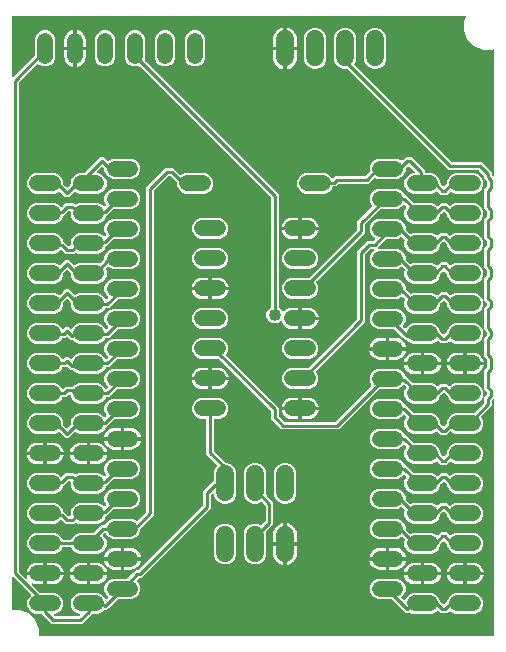
<source format=gbr>
G04 EAGLE Gerber RS-274X export*
G75*
%MOMM*%
%FSLAX34Y34*%
%LPD*%
%INTop Copper*%
%IPPOS*%
%AMOC8*
5,1,8,0,0,1.08239X$1,22.5*%
G01*
%ADD10C,1.320800*%
%ADD11C,1.524000*%
%ADD12C,0.254000*%
%ADD13C,1.016000*%

G36*
X582698Y111764D02*
X582698Y111764D01*
X582717Y111762D01*
X582819Y111784D01*
X582921Y111800D01*
X582938Y111810D01*
X582958Y111814D01*
X583047Y111867D01*
X583138Y111916D01*
X583152Y111930D01*
X583169Y111940D01*
X583236Y112019D01*
X583308Y112094D01*
X583316Y112112D01*
X583329Y112127D01*
X583368Y112223D01*
X583411Y112317D01*
X583413Y112337D01*
X583421Y112355D01*
X583439Y112522D01*
X583439Y311755D01*
X583428Y311825D01*
X583426Y311897D01*
X583408Y311946D01*
X583400Y311997D01*
X583366Y312061D01*
X583341Y312128D01*
X583309Y312169D01*
X583284Y312215D01*
X583233Y312264D01*
X583188Y312320D01*
X583144Y312348D01*
X583106Y312384D01*
X583041Y312414D01*
X582981Y312453D01*
X582930Y312466D01*
X582883Y312488D01*
X582812Y312496D01*
X582742Y312513D01*
X582690Y312509D01*
X582639Y312515D01*
X582568Y312500D01*
X582497Y312494D01*
X582449Y312474D01*
X582398Y312463D01*
X582337Y312426D01*
X582271Y312398D01*
X582215Y312353D01*
X582187Y312336D01*
X582172Y312319D01*
X582140Y312293D01*
X581884Y312037D01*
X581831Y311963D01*
X581771Y311894D01*
X581759Y311863D01*
X581740Y311837D01*
X581713Y311750D01*
X581679Y311665D01*
X581675Y311624D01*
X581668Y311602D01*
X581669Y311570D01*
X581661Y311499D01*
X581661Y307242D01*
X572607Y298188D01*
X572595Y298172D01*
X572580Y298159D01*
X572524Y298072D01*
X572463Y297988D01*
X572457Y297969D01*
X572447Y297952D01*
X572421Y297852D01*
X572391Y297753D01*
X572391Y297733D01*
X572387Y297714D01*
X572395Y297611D01*
X572397Y297507D01*
X572404Y297489D01*
X572406Y297469D01*
X572446Y297374D01*
X572482Y297276D01*
X572494Y297261D01*
X572502Y297242D01*
X572607Y297111D01*
X572726Y296992D01*
X574041Y293818D01*
X574041Y290382D01*
X572726Y287208D01*
X570296Y284778D01*
X567122Y283463D01*
X550478Y283463D01*
X547304Y284778D01*
X546931Y285151D01*
X546914Y285163D01*
X546902Y285178D01*
X546815Y285234D01*
X546731Y285295D01*
X546712Y285301D01*
X546695Y285311D01*
X546595Y285337D01*
X546496Y285367D01*
X546476Y285367D01*
X546456Y285371D01*
X546353Y285363D01*
X546250Y285361D01*
X546231Y285354D01*
X546211Y285352D01*
X546116Y285312D01*
X546019Y285276D01*
X546003Y285264D01*
X545985Y285256D01*
X545854Y285151D01*
X545308Y284605D01*
X543150Y282447D01*
X538128Y282447D01*
X535535Y285040D01*
X535519Y285052D01*
X535506Y285067D01*
X535419Y285124D01*
X535335Y285184D01*
X535316Y285190D01*
X535299Y285200D01*
X535199Y285226D01*
X535100Y285256D01*
X535080Y285256D01*
X535061Y285260D01*
X534958Y285252D01*
X534854Y285250D01*
X534835Y285243D01*
X534816Y285241D01*
X534721Y285201D01*
X534623Y285165D01*
X534608Y285153D01*
X534589Y285145D01*
X534458Y285040D01*
X534196Y284778D01*
X531022Y283463D01*
X514378Y283463D01*
X511204Y284778D01*
X508774Y287208D01*
X507459Y290382D01*
X507459Y293818D01*
X508774Y296992D01*
X508782Y297000D01*
X508794Y297017D01*
X508809Y297029D01*
X508866Y297116D01*
X508926Y297200D01*
X508932Y297219D01*
X508942Y297236D01*
X508968Y297337D01*
X508998Y297435D01*
X508998Y297455D01*
X509002Y297475D01*
X508994Y297577D01*
X508992Y297681D01*
X508985Y297700D01*
X508983Y297720D01*
X508943Y297814D01*
X508907Y297912D01*
X508895Y297928D01*
X508887Y297946D01*
X508782Y298077D01*
X507727Y299132D01*
X507711Y299144D01*
X507698Y299159D01*
X507611Y299216D01*
X507527Y299276D01*
X507508Y299282D01*
X507491Y299292D01*
X507391Y299318D01*
X507292Y299348D01*
X507272Y299348D01*
X507253Y299352D01*
X507150Y299344D01*
X507046Y299342D01*
X507028Y299335D01*
X507008Y299333D01*
X506913Y299293D01*
X506815Y299257D01*
X506800Y299245D01*
X506781Y299237D01*
X506650Y299132D01*
X504796Y297278D01*
X501622Y295963D01*
X484978Y295963D01*
X481804Y297278D01*
X479374Y299708D01*
X478059Y302882D01*
X478059Y306318D01*
X479374Y309492D01*
X481804Y311922D01*
X484978Y313237D01*
X501622Y313237D01*
X504796Y311922D01*
X507226Y309492D01*
X507922Y307811D01*
X507984Y307711D01*
X508044Y307611D01*
X508049Y307607D01*
X508052Y307602D01*
X508143Y307527D01*
X508231Y307451D01*
X508237Y307449D01*
X508242Y307445D01*
X508350Y307403D01*
X508459Y307359D01*
X508467Y307358D01*
X508471Y307357D01*
X508489Y307356D01*
X508626Y307341D01*
X508860Y307341D01*
X515241Y300960D01*
X515315Y300907D01*
X515384Y300847D01*
X515415Y300835D01*
X515441Y300816D01*
X515528Y300789D01*
X515613Y300755D01*
X515654Y300751D01*
X515676Y300744D01*
X515708Y300745D01*
X515779Y300737D01*
X531022Y300737D01*
X534196Y299422D01*
X536626Y296992D01*
X537941Y293818D01*
X537941Y292291D01*
X537955Y292201D01*
X537963Y292110D01*
X537975Y292081D01*
X537980Y292049D01*
X538023Y291968D01*
X538059Y291884D01*
X538085Y291852D01*
X538096Y291831D01*
X538119Y291809D01*
X538164Y291753D01*
X540101Y289816D01*
X540117Y289804D01*
X540129Y289789D01*
X540217Y289733D01*
X540300Y289673D01*
X540319Y289667D01*
X540336Y289656D01*
X540437Y289631D01*
X540536Y289600D01*
X540555Y289601D01*
X540575Y289596D01*
X540678Y289604D01*
X540781Y289607D01*
X540800Y289613D01*
X540820Y289615D01*
X540915Y289655D01*
X541012Y289691D01*
X541028Y289703D01*
X541046Y289711D01*
X541177Y289816D01*
X543336Y291975D01*
X543389Y292049D01*
X543449Y292118D01*
X543461Y292149D01*
X543480Y292175D01*
X543507Y292262D01*
X543541Y292347D01*
X543545Y292388D01*
X543552Y292410D01*
X543551Y292442D01*
X543559Y292513D01*
X543559Y293818D01*
X544874Y296992D01*
X547304Y299422D01*
X550478Y300737D01*
X565499Y300737D01*
X565589Y300751D01*
X565680Y300759D01*
X565709Y300771D01*
X565741Y300776D01*
X565822Y300819D01*
X565906Y300855D01*
X565938Y300881D01*
X565959Y300892D01*
X565981Y300915D01*
X566037Y300960D01*
X574832Y309755D01*
X574885Y309829D01*
X574945Y309898D01*
X574957Y309929D01*
X574976Y309955D01*
X575003Y310042D01*
X575037Y310127D01*
X575041Y310168D01*
X575048Y310190D01*
X575047Y310222D01*
X575055Y310293D01*
X575055Y314404D01*
X575040Y314500D01*
X575034Y314554D01*
X575053Y314569D01*
X575070Y314577D01*
X575093Y314601D01*
X575158Y314653D01*
X577118Y316613D01*
X577171Y316687D01*
X577231Y316756D01*
X577243Y316787D01*
X577262Y316813D01*
X577289Y316900D01*
X577323Y316985D01*
X577327Y317026D01*
X577334Y317048D01*
X577333Y317080D01*
X577341Y317151D01*
X577341Y318357D01*
X577327Y318447D01*
X577319Y318538D01*
X577307Y318567D01*
X577302Y318599D01*
X577259Y318680D01*
X577223Y318764D01*
X577197Y318796D01*
X577186Y318817D01*
X577163Y318839D01*
X577118Y318895D01*
X575055Y320958D01*
X575055Y337410D01*
X577118Y339473D01*
X577171Y339547D01*
X577231Y339616D01*
X577243Y339647D01*
X577262Y339673D01*
X577289Y339760D01*
X577323Y339845D01*
X577327Y339886D01*
X577334Y339908D01*
X577333Y339940D01*
X577341Y340011D01*
X577341Y345789D01*
X577327Y345879D01*
X577319Y345970D01*
X577307Y345999D01*
X577302Y346031D01*
X577259Y346112D01*
X577223Y346196D01*
X577197Y346228D01*
X577186Y346249D01*
X577163Y346271D01*
X577118Y346327D01*
X575055Y348390D01*
X575055Y364842D01*
X577118Y366905D01*
X577171Y366979D01*
X577231Y367048D01*
X577243Y367079D01*
X577262Y367105D01*
X577289Y367192D01*
X577323Y367277D01*
X577327Y367318D01*
X577334Y367340D01*
X577333Y367372D01*
X577341Y367443D01*
X577341Y368649D01*
X577327Y368739D01*
X577319Y368830D01*
X577307Y368859D01*
X577302Y368891D01*
X577259Y368972D01*
X577223Y369056D01*
X577197Y369088D01*
X577186Y369109D01*
X577163Y369131D01*
X577118Y369187D01*
X575158Y371147D01*
X575079Y371204D01*
X575038Y371238D01*
X575040Y371261D01*
X575046Y371280D01*
X575046Y371313D01*
X575055Y371396D01*
X575055Y389988D01*
X577118Y392051D01*
X577171Y392125D01*
X577231Y392194D01*
X577243Y392225D01*
X577262Y392251D01*
X577289Y392338D01*
X577323Y392423D01*
X577327Y392464D01*
X577334Y392486D01*
X577333Y392518D01*
X577341Y392589D01*
X577341Y393795D01*
X577327Y393885D01*
X577319Y393976D01*
X577307Y394005D01*
X577302Y394037D01*
X577259Y394118D01*
X577223Y394202D01*
X577197Y394234D01*
X577186Y394255D01*
X577163Y394277D01*
X577118Y394333D01*
X575338Y396113D01*
X575265Y396166D01*
X575230Y396199D01*
X575215Y396206D01*
X575181Y396234D01*
X575158Y396243D01*
X575138Y396257D01*
X575044Y396286D01*
X575038Y396288D01*
X575007Y396303D01*
X574997Y396304D01*
X574951Y396321D01*
X574926Y396322D01*
X574903Y396329D01*
X574883Y396329D01*
X574945Y396401D01*
X574955Y396425D01*
X574970Y396446D01*
X575000Y396539D01*
X575037Y396629D01*
X575040Y396661D01*
X575046Y396680D01*
X575046Y396713D01*
X575055Y396796D01*
X575055Y415134D01*
X577118Y417197D01*
X577171Y417271D01*
X577231Y417340D01*
X577243Y417371D01*
X577262Y417397D01*
X577289Y417484D01*
X577323Y417569D01*
X577327Y417610D01*
X577334Y417632D01*
X577333Y417664D01*
X577341Y417735D01*
X577341Y421227D01*
X577327Y421317D01*
X577319Y421408D01*
X577307Y421437D01*
X577302Y421469D01*
X577259Y421550D01*
X577223Y421634D01*
X577197Y421666D01*
X577186Y421687D01*
X577163Y421709D01*
X577118Y421765D01*
X575055Y423828D01*
X575055Y440280D01*
X577118Y442343D01*
X577171Y442417D01*
X577231Y442486D01*
X577243Y442517D01*
X577262Y442543D01*
X577289Y442630D01*
X577323Y442715D01*
X577327Y442756D01*
X577334Y442778D01*
X577333Y442810D01*
X577341Y442881D01*
X577341Y446373D01*
X577327Y446463D01*
X577319Y446554D01*
X577307Y446583D01*
X577302Y446615D01*
X577259Y446696D01*
X577223Y446780D01*
X577197Y446812D01*
X577186Y446833D01*
X577163Y446855D01*
X577118Y446911D01*
X575055Y448974D01*
X575055Y465426D01*
X577118Y467489D01*
X577160Y467548D01*
X577208Y467598D01*
X577216Y467615D01*
X577231Y467632D01*
X577243Y467663D01*
X577262Y467689D01*
X577285Y467763D01*
X577311Y467821D01*
X577313Y467837D01*
X577323Y467861D01*
X577327Y467902D01*
X577334Y467924D01*
X577333Y467956D01*
X577341Y468027D01*
X577341Y471519D01*
X577327Y471609D01*
X577319Y471700D01*
X577307Y471729D01*
X577302Y471761D01*
X577259Y471842D01*
X577223Y471926D01*
X577197Y471958D01*
X577186Y471979D01*
X577163Y472001D01*
X577118Y472057D01*
X575055Y474120D01*
X575055Y490572D01*
X577118Y492635D01*
X577164Y492699D01*
X577183Y492719D01*
X577187Y492727D01*
X577231Y492778D01*
X577243Y492809D01*
X577262Y492835D01*
X577289Y492922D01*
X577323Y493007D01*
X577327Y493048D01*
X577334Y493070D01*
X577333Y493102D01*
X577341Y493173D01*
X577341Y496665D01*
X577327Y496755D01*
X577319Y496846D01*
X577307Y496875D01*
X577302Y496907D01*
X577259Y496988D01*
X577223Y497072D01*
X577197Y497104D01*
X577186Y497125D01*
X577163Y497147D01*
X577118Y497203D01*
X575055Y499266D01*
X575055Y501237D01*
X575041Y501327D01*
X575033Y501418D01*
X575021Y501447D01*
X575016Y501479D01*
X574973Y501560D01*
X574937Y501644D01*
X574911Y501676D01*
X574900Y501697D01*
X574877Y501719D01*
X574832Y501775D01*
X570355Y506252D01*
X570281Y506305D01*
X570212Y506365D01*
X570181Y506377D01*
X570155Y506396D01*
X570068Y506423D01*
X569983Y506457D01*
X569942Y506461D01*
X569920Y506468D01*
X569888Y506467D01*
X569817Y506475D01*
X544986Y506475D01*
X459357Y592104D01*
X459283Y592157D01*
X459214Y592217D01*
X459183Y592229D01*
X459157Y592248D01*
X459070Y592275D01*
X458985Y592309D01*
X458944Y592313D01*
X458922Y592320D01*
X458890Y592319D01*
X458819Y592327D01*
X455280Y592327D01*
X451732Y593797D01*
X449017Y596512D01*
X447547Y600060D01*
X447547Y619140D01*
X449017Y622688D01*
X451732Y625403D01*
X455280Y626873D01*
X459120Y626873D01*
X462668Y625403D01*
X465383Y622688D01*
X466853Y619140D01*
X466853Y600060D01*
X465383Y596512D01*
X465375Y596504D01*
X465364Y596488D01*
X465348Y596476D01*
X465292Y596388D01*
X465232Y596304D01*
X465226Y596285D01*
X465215Y596269D01*
X465190Y596168D01*
X465159Y596069D01*
X465160Y596049D01*
X465155Y596030D01*
X465163Y595927D01*
X465166Y595823D01*
X465173Y595805D01*
X465174Y595785D01*
X465214Y595690D01*
X465250Y595592D01*
X465263Y595577D01*
X465270Y595559D01*
X465375Y595428D01*
X547499Y513304D01*
X547573Y513251D01*
X547642Y513191D01*
X547673Y513179D01*
X547699Y513160D01*
X547786Y513133D01*
X547871Y513099D01*
X547912Y513095D01*
X547934Y513088D01*
X547966Y513089D01*
X548037Y513081D01*
X572868Y513081D01*
X581661Y504288D01*
X581661Y502317D01*
X581675Y502227D01*
X581683Y502136D01*
X581695Y502107D01*
X581700Y502075D01*
X581743Y501994D01*
X581779Y501910D01*
X581805Y501878D01*
X581816Y501857D01*
X581839Y501835D01*
X581884Y501779D01*
X582140Y501523D01*
X582198Y501481D01*
X582250Y501432D01*
X582297Y501410D01*
X582339Y501379D01*
X582408Y501358D01*
X582473Y501328D01*
X582525Y501322D01*
X582575Y501307D01*
X582646Y501309D01*
X582717Y501301D01*
X582768Y501312D01*
X582820Y501313D01*
X582888Y501338D01*
X582958Y501353D01*
X583003Y501380D01*
X583051Y501398D01*
X583107Y501443D01*
X583169Y501480D01*
X583203Y501519D01*
X583243Y501552D01*
X583282Y501612D01*
X583329Y501666D01*
X583348Y501715D01*
X583376Y501759D01*
X583394Y501828D01*
X583421Y501895D01*
X583429Y501966D01*
X583437Y501997D01*
X583435Y502020D01*
X583439Y502061D01*
X583439Y608004D01*
X583432Y608049D01*
X583434Y608095D01*
X583412Y608170D01*
X583400Y608247D01*
X583378Y608287D01*
X583365Y608332D01*
X583321Y608396D01*
X583284Y608464D01*
X583251Y608496D01*
X583225Y608534D01*
X583162Y608580D01*
X583106Y608634D01*
X583065Y608653D01*
X583028Y608680D01*
X582953Y608704D01*
X582883Y608737D01*
X582837Y608742D01*
X582794Y608756D01*
X582716Y608756D01*
X582639Y608764D01*
X582594Y608755D01*
X582548Y608754D01*
X582417Y608716D01*
X582398Y608712D01*
X582394Y608709D01*
X582387Y608707D01*
X581860Y608489D01*
X573840Y608489D01*
X566430Y611559D01*
X560759Y617230D01*
X557689Y624640D01*
X557689Y632660D01*
X559233Y636387D01*
X559243Y636431D01*
X559263Y636473D01*
X559271Y636550D01*
X559289Y636626D01*
X559285Y636672D01*
X559290Y636717D01*
X559273Y636794D01*
X559266Y636871D01*
X559247Y636913D01*
X559238Y636958D01*
X559198Y637025D01*
X559166Y637096D01*
X559135Y637130D01*
X559111Y637169D01*
X559052Y637220D01*
X559000Y637277D01*
X558959Y637299D01*
X558924Y637329D01*
X558852Y637358D01*
X558784Y637395D01*
X558739Y637404D01*
X558696Y637421D01*
X558560Y637436D01*
X558542Y637439D01*
X558537Y637438D01*
X558530Y637439D01*
X176022Y637439D01*
X176002Y637436D01*
X175983Y637438D01*
X175881Y637416D01*
X175779Y637400D01*
X175762Y637390D01*
X175742Y637386D01*
X175653Y637333D01*
X175562Y637284D01*
X175548Y637270D01*
X175531Y637260D01*
X175464Y637181D01*
X175392Y637106D01*
X175384Y637088D01*
X175371Y637073D01*
X175332Y636977D01*
X175289Y636883D01*
X175287Y636863D01*
X175279Y636845D01*
X175261Y636678D01*
X175261Y586391D01*
X175272Y586321D01*
X175274Y586249D01*
X175292Y586200D01*
X175300Y586149D01*
X175334Y586085D01*
X175359Y586018D01*
X175391Y585977D01*
X175416Y585931D01*
X175467Y585882D01*
X175512Y585826D01*
X175556Y585798D01*
X175594Y585762D01*
X175659Y585732D01*
X175719Y585693D01*
X175770Y585680D01*
X175817Y585658D01*
X175888Y585650D01*
X175958Y585633D01*
X176010Y585637D01*
X176061Y585631D01*
X176132Y585646D01*
X176203Y585652D01*
X176251Y585672D01*
X176302Y585683D01*
X176363Y585720D01*
X176429Y585748D01*
X176485Y585793D01*
X176513Y585810D01*
X176528Y585827D01*
X176560Y585853D01*
X176655Y585948D01*
X194340Y603633D01*
X194393Y603707D01*
X194453Y603776D01*
X194465Y603807D01*
X194484Y603833D01*
X194511Y603920D01*
X194545Y604005D01*
X194549Y604046D01*
X194556Y604068D01*
X194555Y604100D01*
X194563Y604171D01*
X194563Y617922D01*
X195878Y621096D01*
X198308Y623526D01*
X201482Y624841D01*
X204918Y624841D01*
X208092Y623526D01*
X210522Y621096D01*
X211837Y617922D01*
X211837Y601278D01*
X211387Y600192D01*
X211372Y600128D01*
X211347Y600067D01*
X211338Y599984D01*
X211331Y599952D01*
X211332Y599933D01*
X211329Y599900D01*
X211329Y599850D01*
X211293Y599814D01*
X211255Y599761D01*
X211209Y599714D01*
X211169Y599642D01*
X211150Y599615D01*
X211144Y599596D01*
X211128Y599567D01*
X210522Y598104D01*
X208092Y595674D01*
X204918Y594359D01*
X201482Y594359D01*
X198308Y595674D01*
X197554Y596428D01*
X197537Y596440D01*
X197525Y596455D01*
X197438Y596512D01*
X197354Y596572D01*
X197335Y596578D01*
X197318Y596588D01*
X197217Y596614D01*
X197119Y596644D01*
X197099Y596644D01*
X197079Y596648D01*
X196977Y596640D01*
X196873Y596638D01*
X196854Y596631D01*
X196834Y596629D01*
X196740Y596589D01*
X196642Y596553D01*
X196626Y596541D01*
X196608Y596533D01*
X196477Y596428D01*
X181326Y581277D01*
X181273Y581203D01*
X181213Y581134D01*
X181201Y581103D01*
X181182Y581077D01*
X181155Y580990D01*
X181121Y580905D01*
X181117Y580864D01*
X181110Y580842D01*
X181111Y580810D01*
X181103Y580739D01*
X181103Y166783D01*
X181117Y166693D01*
X181125Y166602D01*
X181137Y166573D01*
X181142Y166541D01*
X181185Y166460D01*
X181221Y166376D01*
X181247Y166344D01*
X181258Y166323D01*
X181281Y166301D01*
X181326Y166245D01*
X186981Y160590D01*
X187060Y160533D01*
X187135Y160471D01*
X187159Y160462D01*
X187180Y160447D01*
X187273Y160418D01*
X187364Y160383D01*
X187390Y160382D01*
X187415Y160374D01*
X187513Y160377D01*
X187610Y160373D01*
X187635Y160380D01*
X187661Y160381D01*
X187753Y160414D01*
X187846Y160441D01*
X187868Y160456D01*
X187892Y160465D01*
X187969Y160526D01*
X188048Y160581D01*
X188064Y160602D01*
X188084Y160619D01*
X188137Y160701D01*
X188195Y160779D01*
X188203Y160804D01*
X188217Y160826D01*
X188241Y160920D01*
X188271Y161013D01*
X188271Y161039D01*
X188277Y161064D01*
X188270Y161161D01*
X188269Y161259D01*
X188260Y161290D01*
X188258Y161309D01*
X188245Y161340D01*
X188222Y161420D01*
X187803Y162433D01*
X187575Y163577D01*
X201677Y163577D01*
X201677Y155955D01*
X195695Y155955D01*
X193929Y156307D01*
X192916Y156726D01*
X192821Y156749D01*
X192728Y156777D01*
X192702Y156776D01*
X192676Y156782D01*
X192579Y156773D01*
X192482Y156771D01*
X192457Y156762D01*
X192431Y156759D01*
X192343Y156720D01*
X192251Y156686D01*
X192230Y156670D01*
X192207Y156659D01*
X192135Y156594D01*
X192059Y156533D01*
X192045Y156511D01*
X192026Y156493D01*
X191979Y156408D01*
X191926Y156326D01*
X191920Y156300D01*
X191907Y156277D01*
X191890Y156181D01*
X191866Y156087D01*
X191868Y156061D01*
X191863Y156035D01*
X191877Y155939D01*
X191885Y155842D01*
X191895Y155818D01*
X191899Y155792D01*
X191943Y155705D01*
X191981Y155616D01*
X192002Y155590D01*
X192011Y155573D01*
X192034Y155550D01*
X192086Y155485D01*
X199011Y148560D01*
X199085Y148507D01*
X199154Y148447D01*
X199185Y148435D01*
X199211Y148416D01*
X199298Y148389D01*
X199383Y148355D01*
X199424Y148351D01*
X199446Y148344D01*
X199478Y148345D01*
X199549Y148337D01*
X211522Y148337D01*
X214696Y147022D01*
X217126Y144592D01*
X218441Y141418D01*
X218441Y137982D01*
X217126Y134808D01*
X214696Y132378D01*
X211522Y131063D01*
X211487Y131063D01*
X211417Y131052D01*
X211345Y131050D01*
X211296Y131032D01*
X211245Y131024D01*
X211181Y130990D01*
X211114Y130965D01*
X211073Y130933D01*
X211027Y130908D01*
X210978Y130856D01*
X210922Y130812D01*
X210894Y130768D01*
X210858Y130730D01*
X210828Y130665D01*
X210789Y130605D01*
X210776Y130554D01*
X210754Y130507D01*
X210746Y130436D01*
X210729Y130366D01*
X210733Y130314D01*
X210727Y130263D01*
X210742Y130192D01*
X210748Y130121D01*
X210768Y130073D01*
X210779Y130022D01*
X210816Y129961D01*
X210844Y129895D01*
X210889Y129839D01*
X210906Y129811D01*
X210923Y129796D01*
X210949Y129764D01*
X211457Y129256D01*
X211531Y129202D01*
X211600Y129143D01*
X211631Y129131D01*
X211657Y129112D01*
X211744Y129085D01*
X211829Y129051D01*
X211870Y129047D01*
X211892Y129040D01*
X211924Y129041D01*
X211995Y129033D01*
X231489Y129033D01*
X231579Y129047D01*
X231670Y129055D01*
X231699Y129067D01*
X231731Y129072D01*
X231812Y129115D01*
X231896Y129151D01*
X231928Y129177D01*
X231949Y129188D01*
X231971Y129211D01*
X232027Y129256D01*
X232535Y129764D01*
X232577Y129822D01*
X232626Y129874D01*
X232648Y129921D01*
X232679Y129963D01*
X232700Y130032D01*
X232730Y130097D01*
X232736Y130149D01*
X232751Y130199D01*
X232749Y130270D01*
X232757Y130341D01*
X232746Y130392D01*
X232745Y130444D01*
X232720Y130512D01*
X232705Y130582D01*
X232678Y130627D01*
X232660Y130675D01*
X232615Y130731D01*
X232578Y130793D01*
X232539Y130827D01*
X232506Y130867D01*
X232446Y130906D01*
X232392Y130953D01*
X232343Y130972D01*
X232299Y131000D01*
X232230Y131018D01*
X232163Y131045D01*
X232092Y131053D01*
X232061Y131061D01*
X232038Y131059D01*
X231997Y131063D01*
X231678Y131063D01*
X228504Y132378D01*
X226074Y134808D01*
X224759Y137982D01*
X224759Y141418D01*
X226074Y144592D01*
X228504Y147022D01*
X231678Y148337D01*
X248322Y148337D01*
X251496Y147022D01*
X253926Y144592D01*
X254246Y143819D01*
X254270Y143780D01*
X254286Y143737D01*
X254335Y143676D01*
X254376Y143610D01*
X254411Y143581D01*
X254440Y143545D01*
X254505Y143503D01*
X254565Y143453D01*
X254608Y143437D01*
X254647Y143412D01*
X254722Y143393D01*
X254795Y143365D01*
X254841Y143363D01*
X254885Y143352D01*
X254963Y143358D01*
X255041Y143355D01*
X255085Y143368D01*
X255130Y143371D01*
X255202Y143402D01*
X255277Y143423D01*
X255314Y143450D01*
X255357Y143468D01*
X255463Y143553D01*
X255479Y143564D01*
X255482Y143568D01*
X255488Y143572D01*
X256460Y144545D01*
X256472Y144561D01*
X256487Y144574D01*
X256544Y144661D01*
X256604Y144745D01*
X256610Y144764D01*
X256620Y144781D01*
X256646Y144881D01*
X256676Y144980D01*
X256676Y145000D01*
X256680Y145019D01*
X256672Y145122D01*
X256670Y145226D01*
X256663Y145244D01*
X256661Y145264D01*
X256621Y145359D01*
X256585Y145457D01*
X256573Y145472D01*
X256565Y145491D01*
X256460Y145622D01*
X254774Y147308D01*
X253459Y150482D01*
X253459Y153918D01*
X254774Y157092D01*
X257204Y159522D01*
X260378Y160837D01*
X272437Y160837D01*
X272527Y160851D01*
X272618Y160859D01*
X272647Y160871D01*
X272679Y160876D01*
X272760Y160919D01*
X272844Y160955D01*
X272876Y160981D01*
X272897Y160992D01*
X272919Y161015D01*
X272975Y161060D01*
X277652Y165737D01*
X279810Y167895D01*
X281781Y167895D01*
X281871Y167909D01*
X281962Y167917D01*
X281991Y167929D01*
X282023Y167934D01*
X282104Y167977D01*
X282188Y168013D01*
X282220Y168039D01*
X282241Y168050D01*
X282263Y168073D01*
X282319Y168118D01*
X337088Y222887D01*
X337141Y222961D01*
X337201Y223030D01*
X337213Y223061D01*
X337232Y223087D01*
X337259Y223174D01*
X337293Y223259D01*
X337297Y223300D01*
X337304Y223322D01*
X337303Y223354D01*
X337311Y223425D01*
X337311Y234540D01*
X345724Y242953D01*
X345772Y243019D01*
X345781Y243029D01*
X345784Y243034D01*
X345837Y243096D01*
X345849Y243127D01*
X345868Y243153D01*
X345895Y243240D01*
X345929Y243325D01*
X345933Y243366D01*
X345940Y243388D01*
X345939Y243420D01*
X345947Y243491D01*
X345947Y250840D01*
X347417Y254388D01*
X348822Y255793D01*
X348833Y255809D01*
X348849Y255821D01*
X348905Y255909D01*
X348965Y255993D01*
X348971Y256012D01*
X348982Y256028D01*
X349007Y256129D01*
X349038Y256228D01*
X349037Y256248D01*
X349042Y256267D01*
X349034Y256370D01*
X349031Y256474D01*
X349024Y256492D01*
X349023Y256512D01*
X348983Y256607D01*
X348947Y256705D01*
X348934Y256720D01*
X348927Y256738D01*
X348822Y256869D01*
X339597Y266094D01*
X339597Y295402D01*
X339594Y295422D01*
X339596Y295441D01*
X339574Y295543D01*
X339558Y295645D01*
X339548Y295662D01*
X339544Y295682D01*
X339491Y295771D01*
X339442Y295862D01*
X339428Y295876D01*
X339418Y295893D01*
X339339Y295960D01*
X339264Y296032D01*
X339246Y296040D01*
X339231Y296053D01*
X339135Y296092D01*
X339041Y296135D01*
X339021Y296137D01*
X339003Y296145D01*
X338836Y296163D01*
X334578Y296163D01*
X331404Y297478D01*
X328974Y299908D01*
X327659Y303082D01*
X327659Y306518D01*
X328109Y307604D01*
X328124Y307668D01*
X328140Y307707D01*
X328147Y307721D01*
X328167Y307748D01*
X328172Y307766D01*
X328188Y307795D01*
X328974Y309692D01*
X331404Y312122D01*
X334578Y313437D01*
X351222Y313437D01*
X354396Y312122D01*
X356826Y309692D01*
X358141Y306518D01*
X358141Y303082D01*
X356826Y299908D01*
X354396Y297478D01*
X351222Y296163D01*
X346964Y296163D01*
X346944Y296160D01*
X346925Y296162D01*
X346823Y296140D01*
X346721Y296124D01*
X346704Y296114D01*
X346684Y296110D01*
X346595Y296057D01*
X346504Y296008D01*
X346490Y295994D01*
X346473Y295984D01*
X346406Y295905D01*
X346334Y295830D01*
X346326Y295812D01*
X346313Y295797D01*
X346274Y295701D01*
X346231Y295607D01*
X346229Y295587D01*
X346221Y295569D01*
X346203Y295402D01*
X346203Y269145D01*
X346217Y269055D01*
X346225Y268964D01*
X346237Y268935D01*
X346242Y268903D01*
X346285Y268822D01*
X346321Y268738D01*
X346347Y268706D01*
X346358Y268685D01*
X346381Y268663D01*
X346426Y268607D01*
X356237Y258796D01*
X356311Y258743D01*
X356380Y258683D01*
X356411Y258671D01*
X356437Y258652D01*
X356524Y258625D01*
X356609Y258591D01*
X356650Y258587D01*
X356672Y258580D01*
X356704Y258581D01*
X356775Y258573D01*
X357520Y258573D01*
X361068Y257103D01*
X363783Y254388D01*
X365253Y250840D01*
X365253Y231760D01*
X363783Y228212D01*
X361068Y225497D01*
X357520Y224027D01*
X353680Y224027D01*
X350132Y225497D01*
X347417Y228212D01*
X345947Y231760D01*
X345947Y231997D01*
X345936Y232067D01*
X345934Y232139D01*
X345916Y232188D01*
X345908Y232239D01*
X345874Y232303D01*
X345849Y232370D01*
X345817Y232411D01*
X345792Y232457D01*
X345740Y232506D01*
X345696Y232562D01*
X345652Y232590D01*
X345614Y232626D01*
X345549Y232656D01*
X345489Y232695D01*
X345438Y232708D01*
X345391Y232730D01*
X345320Y232738D01*
X345250Y232755D01*
X345198Y232751D01*
X345147Y232757D01*
X345076Y232742D01*
X345005Y232736D01*
X344957Y232716D01*
X344906Y232705D01*
X344845Y232668D01*
X344779Y232640D01*
X344723Y232595D01*
X344695Y232578D01*
X344680Y232561D01*
X344648Y232535D01*
X344140Y232027D01*
X344086Y231953D01*
X344027Y231884D01*
X344015Y231853D01*
X343996Y231827D01*
X343969Y231740D01*
X343935Y231655D01*
X343931Y231614D01*
X343924Y231592D01*
X343925Y231560D01*
X343917Y231489D01*
X343917Y220374D01*
X284832Y161289D01*
X282861Y161289D01*
X282771Y161275D01*
X282680Y161267D01*
X282651Y161255D01*
X282619Y161250D01*
X282538Y161207D01*
X282454Y161171D01*
X282422Y161145D01*
X282401Y161134D01*
X282379Y161111D01*
X282323Y161066D01*
X281026Y159769D01*
X281014Y159753D01*
X280999Y159740D01*
X280943Y159653D01*
X280882Y159569D01*
X280876Y159550D01*
X280866Y159533D01*
X280840Y159433D01*
X280810Y159334D01*
X280810Y159314D01*
X280806Y159295D01*
X280814Y159192D01*
X280816Y159088D01*
X280823Y159070D01*
X280825Y159050D01*
X280865Y158955D01*
X280901Y158857D01*
X280913Y158842D01*
X280921Y158823D01*
X281026Y158692D01*
X282626Y157092D01*
X283941Y153918D01*
X283941Y150482D01*
X282626Y147308D01*
X280196Y144878D01*
X277022Y143563D01*
X265135Y143563D01*
X265045Y143549D01*
X264954Y143541D01*
X264925Y143529D01*
X264893Y143524D01*
X264812Y143481D01*
X264728Y143445D01*
X264696Y143419D01*
X264675Y143408D01*
X264653Y143385D01*
X264597Y143340D01*
X257272Y136015D01*
X255114Y133857D01*
X253291Y133857D01*
X253201Y133843D01*
X253110Y133835D01*
X253080Y133823D01*
X253048Y133818D01*
X252967Y133775D01*
X252883Y133739D01*
X252851Y133713D01*
X252831Y133702D01*
X252812Y133683D01*
X252810Y133682D01*
X252804Y133676D01*
X252753Y133634D01*
X251496Y132378D01*
X248322Y131063D01*
X243491Y131063D01*
X243401Y131049D01*
X243310Y131041D01*
X243281Y131029D01*
X243249Y131024D01*
X243168Y130981D01*
X243084Y130945D01*
X243052Y130919D01*
X243031Y130908D01*
X243009Y130885D01*
X242953Y130840D01*
X241175Y129062D01*
X234540Y122427D01*
X208944Y122427D01*
X200531Y130840D01*
X200457Y130893D01*
X200388Y130953D01*
X200357Y130965D01*
X200331Y130984D01*
X200244Y131011D01*
X200159Y131045D01*
X200118Y131049D01*
X200096Y131056D01*
X200064Y131055D01*
X199993Y131063D01*
X194878Y131063D01*
X191704Y132378D01*
X189274Y134808D01*
X187959Y137982D01*
X187959Y141418D01*
X189274Y144592D01*
X190917Y146235D01*
X190929Y146252D01*
X190944Y146264D01*
X190991Y146336D01*
X191004Y146350D01*
X191012Y146367D01*
X191061Y146435D01*
X191067Y146454D01*
X191077Y146471D01*
X191098Y146552D01*
X191108Y146573D01*
X191110Y146595D01*
X191133Y146670D01*
X191133Y146690D01*
X191137Y146709D01*
X191131Y146788D01*
X191135Y146818D01*
X191129Y146846D01*
X191127Y146916D01*
X191120Y146935D01*
X191118Y146955D01*
X191091Y147019D01*
X191082Y147058D01*
X191063Y147090D01*
X191042Y147147D01*
X191030Y147163D01*
X191022Y147181D01*
X190970Y147246D01*
X190956Y147269D01*
X190941Y147282D01*
X190917Y147312D01*
X176560Y161669D01*
X176502Y161711D01*
X176450Y161760D01*
X176403Y161782D01*
X176361Y161813D01*
X176292Y161834D01*
X176227Y161864D01*
X176175Y161870D01*
X176125Y161885D01*
X176054Y161883D01*
X175983Y161891D01*
X175932Y161880D01*
X175880Y161879D01*
X175812Y161854D01*
X175742Y161839D01*
X175697Y161812D01*
X175649Y161794D01*
X175593Y161749D01*
X175531Y161712D01*
X175497Y161673D01*
X175457Y161640D01*
X175418Y161580D01*
X175371Y161526D01*
X175352Y161477D01*
X175324Y161433D01*
X175306Y161364D01*
X175279Y161297D01*
X175271Y161226D01*
X175263Y161195D01*
X175265Y161172D01*
X175261Y161131D01*
X175261Y135222D01*
X175264Y135202D01*
X175262Y135183D01*
X175284Y135081D01*
X175300Y134979D01*
X175310Y134962D01*
X175314Y134942D01*
X175367Y134853D01*
X175416Y134762D01*
X175430Y134748D01*
X175440Y134731D01*
X175519Y134664D01*
X175594Y134592D01*
X175612Y134584D01*
X175627Y134571D01*
X175723Y134532D01*
X175817Y134489D01*
X175837Y134487D01*
X175855Y134479D01*
X176022Y134461D01*
X181810Y134461D01*
X189220Y131391D01*
X194891Y125720D01*
X197961Y118310D01*
X197961Y112522D01*
X197964Y112502D01*
X197962Y112483D01*
X197984Y112381D01*
X198000Y112279D01*
X198010Y112262D01*
X198014Y112242D01*
X198067Y112153D01*
X198116Y112062D01*
X198130Y112048D01*
X198140Y112031D01*
X198219Y111964D01*
X198294Y111892D01*
X198312Y111884D01*
X198327Y111871D01*
X198423Y111832D01*
X198517Y111789D01*
X198537Y111787D01*
X198555Y111779D01*
X198722Y111761D01*
X582678Y111761D01*
X582698Y111764D01*
G37*
%LPC*%
G36*
X410778Y321563D02*
X410778Y321563D01*
X407604Y322878D01*
X405174Y325308D01*
X403859Y328482D01*
X403859Y331918D01*
X405174Y335092D01*
X407604Y337522D01*
X410778Y338837D01*
X425291Y338837D01*
X425381Y338851D01*
X425472Y338859D01*
X425501Y338871D01*
X425533Y338876D01*
X425614Y338919D01*
X425698Y338955D01*
X425730Y338981D01*
X425751Y338992D01*
X425773Y339015D01*
X425829Y339060D01*
X467390Y380621D01*
X467443Y380695D01*
X467503Y380764D01*
X467515Y380795D01*
X467534Y380821D01*
X467561Y380908D01*
X467595Y380993D01*
X467599Y381034D01*
X467606Y381056D01*
X467605Y381088D01*
X467613Y381159D01*
X467613Y437994D01*
X476406Y446787D01*
X480663Y446787D01*
X480753Y446801D01*
X480844Y446809D01*
X480873Y446821D01*
X480905Y446826D01*
X480986Y446869D01*
X481070Y446905D01*
X481102Y446931D01*
X481123Y446942D01*
X481145Y446965D01*
X481201Y447010D01*
X482459Y448268D01*
X482486Y448305D01*
X482519Y448336D01*
X482557Y448404D01*
X482602Y448467D01*
X482616Y448511D01*
X482638Y448551D01*
X482652Y448628D01*
X482675Y448702D01*
X482673Y448748D01*
X482682Y448793D01*
X482670Y448870D01*
X482668Y448948D01*
X482653Y448991D01*
X482646Y449037D01*
X482611Y449106D01*
X482584Y449179D01*
X482555Y449215D01*
X482534Y449256D01*
X482479Y449310D01*
X482430Y449371D01*
X482391Y449396D01*
X482359Y449428D01*
X482239Y449494D01*
X482223Y449504D01*
X482218Y449506D01*
X482212Y449509D01*
X481804Y449678D01*
X479374Y452108D01*
X478059Y455282D01*
X478059Y458718D01*
X479374Y461892D01*
X481804Y464322D01*
X484978Y465637D01*
X501622Y465637D01*
X504796Y464322D01*
X507226Y461892D01*
X508541Y458718D01*
X508541Y456565D01*
X508555Y456475D01*
X508563Y456384D01*
X508575Y456355D01*
X508580Y456323D01*
X508623Y456242D01*
X508659Y456158D01*
X508685Y456126D01*
X508696Y456105D01*
X508719Y456083D01*
X508764Y456027D01*
X512092Y452699D01*
X512187Y452630D01*
X512281Y452561D01*
X512287Y452559D01*
X512292Y452555D01*
X512403Y452521D01*
X512515Y452484D01*
X512521Y452484D01*
X512527Y452483D01*
X512644Y452486D01*
X512761Y452487D01*
X512768Y452489D01*
X512773Y452489D01*
X512790Y452495D01*
X512922Y452534D01*
X514378Y453137D01*
X531022Y453137D01*
X534196Y451822D01*
X534712Y451306D01*
X534729Y451294D01*
X534741Y451279D01*
X534828Y451223D01*
X534912Y451162D01*
X534931Y451156D01*
X534948Y451146D01*
X535048Y451120D01*
X535147Y451090D01*
X535167Y451090D01*
X535186Y451086D01*
X535289Y451094D01*
X535393Y451096D01*
X535412Y451103D01*
X535432Y451105D01*
X535527Y451145D01*
X535624Y451181D01*
X535640Y451193D01*
X535658Y451201D01*
X535789Y451306D01*
X538128Y453645D01*
X543150Y453645D01*
X545600Y451195D01*
X545616Y451183D01*
X545629Y451168D01*
X545716Y451111D01*
X545800Y451051D01*
X545819Y451045D01*
X545836Y451035D01*
X545936Y451009D01*
X546035Y450979D01*
X546055Y450979D01*
X546074Y450975D01*
X546177Y450983D01*
X546281Y450985D01*
X546300Y450992D01*
X546319Y450994D01*
X546414Y451034D01*
X546512Y451070D01*
X546527Y451082D01*
X546546Y451090D01*
X546677Y451195D01*
X547304Y451822D01*
X550478Y453137D01*
X567122Y453137D01*
X570296Y451822D01*
X572726Y449392D01*
X574041Y446218D01*
X574041Y442782D01*
X572726Y439608D01*
X570296Y437178D01*
X567122Y435863D01*
X550478Y435863D01*
X547304Y437178D01*
X544874Y439608D01*
X543559Y442782D01*
X543559Y443579D01*
X543545Y443669D01*
X543537Y443760D01*
X543525Y443789D01*
X543520Y443821D01*
X543477Y443902D01*
X543441Y443986D01*
X543415Y444018D01*
X543404Y444039D01*
X543381Y444061D01*
X543336Y444117D01*
X541177Y446276D01*
X541161Y446288D01*
X541149Y446303D01*
X541061Y446359D01*
X540978Y446419D01*
X540959Y446425D01*
X540942Y446436D01*
X540841Y446461D01*
X540742Y446492D01*
X540723Y446491D01*
X540703Y446496D01*
X540600Y446488D01*
X540497Y446485D01*
X540478Y446479D01*
X540458Y446477D01*
X540363Y446437D01*
X540266Y446401D01*
X540250Y446389D01*
X540232Y446381D01*
X540101Y446276D01*
X538164Y444339D01*
X538111Y444265D01*
X538051Y444196D01*
X538039Y444165D01*
X538020Y444139D01*
X537993Y444052D01*
X537959Y443967D01*
X537955Y443926D01*
X537948Y443904D01*
X537949Y443872D01*
X537941Y443801D01*
X537941Y442782D01*
X536626Y439608D01*
X534196Y437178D01*
X531022Y435863D01*
X514378Y435863D01*
X511204Y437178D01*
X508774Y439608D01*
X507459Y442782D01*
X507459Y446218D01*
X507784Y447001D01*
X507810Y447113D01*
X507839Y447228D01*
X507838Y447234D01*
X507840Y447241D01*
X507829Y447357D01*
X507820Y447473D01*
X507817Y447479D01*
X507817Y447485D01*
X507769Y447593D01*
X507723Y447700D01*
X507719Y447706D01*
X507717Y447710D01*
X507704Y447724D01*
X507619Y447831D01*
X505822Y449627D01*
X505806Y449639D01*
X505793Y449654D01*
X505706Y449711D01*
X505622Y449771D01*
X505603Y449777D01*
X505586Y449787D01*
X505486Y449813D01*
X505387Y449843D01*
X505367Y449843D01*
X505348Y449847D01*
X505245Y449839D01*
X505141Y449837D01*
X505123Y449830D01*
X505103Y449828D01*
X505008Y449788D01*
X504910Y449752D01*
X504895Y449740D01*
X504876Y449732D01*
X504823Y449689D01*
X501622Y448363D01*
X492211Y448363D01*
X492121Y448349D01*
X492030Y448341D01*
X492001Y448329D01*
X491969Y448324D01*
X491888Y448281D01*
X491804Y448245D01*
X491772Y448219D01*
X491751Y448208D01*
X491729Y448185D01*
X491673Y448140D01*
X485069Y441536D01*
X485027Y441478D01*
X484978Y441426D01*
X484956Y441379D01*
X484925Y441337D01*
X484904Y441268D01*
X484874Y441203D01*
X484868Y441151D01*
X484853Y441101D01*
X484855Y441030D01*
X484847Y440959D01*
X484858Y440908D01*
X484859Y440856D01*
X484884Y440788D01*
X484899Y440718D01*
X484926Y440673D01*
X484944Y440625D01*
X484989Y440569D01*
X485026Y440507D01*
X485065Y440473D01*
X485098Y440433D01*
X485158Y440394D01*
X485212Y440347D01*
X485261Y440328D01*
X485305Y440300D01*
X485374Y440282D01*
X485441Y440255D01*
X485512Y440247D01*
X485543Y440239D01*
X485566Y440241D01*
X485607Y440237D01*
X501622Y440237D01*
X504796Y438922D01*
X507226Y436492D01*
X508541Y433318D01*
X508541Y431419D01*
X508555Y431329D01*
X508563Y431238D01*
X508575Y431209D01*
X508580Y431177D01*
X508623Y431096D01*
X508659Y431012D01*
X508685Y430980D01*
X508696Y430959D01*
X508719Y430937D01*
X508764Y430881D01*
X512272Y427373D01*
X512367Y427305D01*
X512461Y427235D01*
X512467Y427233D01*
X512472Y427229D01*
X512583Y427195D01*
X512694Y427159D01*
X512701Y427159D01*
X512707Y427157D01*
X512823Y427160D01*
X512940Y427161D01*
X512948Y427163D01*
X512953Y427163D01*
X512970Y427170D01*
X513101Y427208D01*
X514378Y427737D01*
X531022Y427737D01*
X534196Y426422D01*
X534585Y426033D01*
X534602Y426021D01*
X534614Y426006D01*
X534701Y425949D01*
X534785Y425889D01*
X534804Y425883D01*
X534821Y425873D01*
X534922Y425847D01*
X535020Y425817D01*
X535040Y425817D01*
X535060Y425813D01*
X535162Y425821D01*
X535266Y425823D01*
X535285Y425830D01*
X535305Y425832D01*
X535400Y425872D01*
X535497Y425908D01*
X535513Y425920D01*
X535531Y425928D01*
X535662Y426033D01*
X538128Y428499D01*
X543150Y428499D01*
X545308Y426341D01*
X545727Y425922D01*
X545743Y425910D01*
X545756Y425895D01*
X545843Y425838D01*
X545927Y425778D01*
X545946Y425772D01*
X545963Y425762D01*
X546063Y425736D01*
X546162Y425706D01*
X546182Y425706D01*
X546201Y425702D01*
X546304Y425710D01*
X546408Y425712D01*
X546426Y425719D01*
X546446Y425721D01*
X546541Y425761D01*
X546639Y425797D01*
X546654Y425809D01*
X546673Y425817D01*
X546804Y425922D01*
X547304Y426422D01*
X550478Y427737D01*
X567122Y427737D01*
X570296Y426422D01*
X572726Y423992D01*
X574041Y420818D01*
X574041Y417382D01*
X572726Y414208D01*
X570296Y411778D01*
X567122Y410463D01*
X550478Y410463D01*
X547304Y411778D01*
X544874Y414208D01*
X543559Y417382D01*
X543559Y418433D01*
X543545Y418523D01*
X543537Y418614D01*
X543525Y418643D01*
X543520Y418675D01*
X543477Y418756D01*
X543441Y418840D01*
X543415Y418872D01*
X543404Y418893D01*
X543381Y418915D01*
X543336Y418971D01*
X541177Y421130D01*
X541161Y421142D01*
X541149Y421157D01*
X541061Y421213D01*
X540978Y421273D01*
X540959Y421279D01*
X540942Y421290D01*
X540841Y421315D01*
X540742Y421346D01*
X540723Y421345D01*
X540703Y421350D01*
X540600Y421342D01*
X540497Y421339D01*
X540478Y421333D01*
X540458Y421331D01*
X540363Y421291D01*
X540266Y421255D01*
X540250Y421243D01*
X540232Y421235D01*
X540101Y421130D01*
X538450Y419479D01*
X538164Y419193D01*
X538111Y419119D01*
X538051Y419050D01*
X538039Y419020D01*
X538020Y418993D01*
X537993Y418906D01*
X537959Y418821D01*
X537955Y418781D01*
X537948Y418758D01*
X537949Y418726D01*
X537941Y418655D01*
X537941Y417382D01*
X536626Y414208D01*
X534196Y411778D01*
X531022Y410463D01*
X514378Y410463D01*
X511204Y411778D01*
X508774Y414208D01*
X507459Y417382D01*
X507459Y420818D01*
X507858Y421781D01*
X507885Y421895D01*
X507913Y422008D01*
X507913Y422014D01*
X507914Y422020D01*
X507903Y422137D01*
X507894Y422253D01*
X507892Y422259D01*
X507891Y422265D01*
X507844Y422372D01*
X507798Y422479D01*
X507793Y422485D01*
X507791Y422490D01*
X507779Y422503D01*
X507693Y422610D01*
X505949Y424354D01*
X505933Y424366D01*
X505920Y424381D01*
X505833Y424437D01*
X505749Y424498D01*
X505730Y424504D01*
X505713Y424514D01*
X505613Y424540D01*
X505514Y424570D01*
X505494Y424570D01*
X505475Y424574D01*
X505372Y424566D01*
X505268Y424564D01*
X505250Y424557D01*
X505230Y424555D01*
X505134Y424515D01*
X505037Y424479D01*
X505022Y424467D01*
X505003Y424459D01*
X504872Y424354D01*
X504796Y424278D01*
X501622Y422963D01*
X484978Y422963D01*
X481804Y424278D01*
X479374Y426708D01*
X478059Y429882D01*
X478059Y433318D01*
X479374Y436492D01*
X481764Y438882D01*
X481805Y438940D01*
X481855Y438992D01*
X481877Y439039D01*
X481907Y439081D01*
X481928Y439150D01*
X481958Y439215D01*
X481964Y439267D01*
X481979Y439317D01*
X481978Y439388D01*
X481985Y439459D01*
X481974Y439510D01*
X481973Y439562D01*
X481948Y439630D01*
X481933Y439700D01*
X481907Y439745D01*
X481889Y439793D01*
X481844Y439849D01*
X481807Y439911D01*
X481767Y439945D01*
X481735Y439985D01*
X481675Y440024D01*
X481620Y440071D01*
X481572Y440090D01*
X481528Y440118D01*
X481459Y440136D01*
X481392Y440163D01*
X481321Y440171D01*
X481289Y440179D01*
X481266Y440177D01*
X481225Y440181D01*
X479457Y440181D01*
X479367Y440167D01*
X479276Y440159D01*
X479247Y440147D01*
X479215Y440142D01*
X479134Y440099D01*
X479050Y440063D01*
X479018Y440037D01*
X478997Y440026D01*
X478975Y440003D01*
X478919Y439958D01*
X474442Y435481D01*
X474389Y435407D01*
X474329Y435338D01*
X474317Y435307D01*
X474298Y435281D01*
X474271Y435194D01*
X474237Y435109D01*
X474233Y435068D01*
X474226Y435046D01*
X474227Y435014D01*
X474219Y434943D01*
X474219Y378108D01*
X472061Y375950D01*
X432653Y336542D01*
X432641Y336526D01*
X432626Y336513D01*
X432569Y336426D01*
X432509Y336342D01*
X432503Y336323D01*
X432493Y336306D01*
X432467Y336206D01*
X432437Y336107D01*
X432437Y336087D01*
X432433Y336068D01*
X432441Y335965D01*
X432443Y335861D01*
X432450Y335843D01*
X432452Y335823D01*
X432492Y335728D01*
X432528Y335630D01*
X432540Y335615D01*
X432548Y335596D01*
X432653Y335465D01*
X433026Y335092D01*
X434341Y331918D01*
X434341Y328482D01*
X433026Y325308D01*
X430596Y322878D01*
X427422Y321563D01*
X410778Y321563D01*
G37*
%LPD*%
%LPC*%
G36*
X194878Y181863D02*
X194878Y181863D01*
X191704Y183178D01*
X189274Y185608D01*
X187959Y188782D01*
X187959Y192218D01*
X189274Y195392D01*
X191704Y197822D01*
X194878Y199137D01*
X211522Y199137D01*
X214696Y197822D01*
X217126Y195392D01*
X217590Y194273D01*
X217651Y194173D01*
X217711Y194073D01*
X217716Y194069D01*
X217719Y194064D01*
X217809Y193989D01*
X217898Y193913D01*
X217904Y193911D01*
X217909Y193907D01*
X218017Y193865D01*
X218126Y193821D01*
X218134Y193820D01*
X218138Y193819D01*
X218157Y193818D01*
X218293Y193803D01*
X224907Y193803D01*
X225022Y193822D01*
X225138Y193839D01*
X225144Y193841D01*
X225150Y193842D01*
X225252Y193897D01*
X225357Y193950D01*
X225362Y193955D01*
X225367Y193958D01*
X225447Y194042D01*
X225529Y194126D01*
X225533Y194132D01*
X225537Y194136D01*
X225544Y194153D01*
X225610Y194273D01*
X226074Y195392D01*
X228504Y197822D01*
X231678Y199137D01*
X243651Y199137D01*
X243741Y199151D01*
X243832Y199159D01*
X243861Y199171D01*
X243893Y199176D01*
X243974Y199219D01*
X244058Y199255D01*
X244090Y199281D01*
X244111Y199292D01*
X244133Y199315D01*
X244189Y199360D01*
X248974Y204145D01*
X251132Y206303D01*
X253607Y206303D01*
X253722Y206322D01*
X253838Y206339D01*
X253844Y206341D01*
X253850Y206342D01*
X253952Y206397D01*
X254057Y206450D01*
X254062Y206455D01*
X254067Y206458D01*
X254147Y206541D01*
X254229Y206626D01*
X254233Y206632D01*
X254237Y206636D01*
X254244Y206653D01*
X254310Y206773D01*
X254774Y207892D01*
X257204Y210322D01*
X260378Y211637D01*
X277022Y211637D01*
X280196Y210322D01*
X280485Y210033D01*
X280502Y210021D01*
X280514Y210006D01*
X280601Y209949D01*
X280685Y209889D01*
X280704Y209883D01*
X280721Y209873D01*
X280822Y209847D01*
X280920Y209817D01*
X280940Y209817D01*
X280960Y209813D01*
X281062Y209821D01*
X281166Y209823D01*
X281185Y209830D01*
X281205Y209832D01*
X281299Y209872D01*
X281397Y209908D01*
X281413Y209920D01*
X281431Y209928D01*
X281562Y210033D01*
X288574Y217045D01*
X288617Y217105D01*
X288657Y217146D01*
X288664Y217161D01*
X288687Y217188D01*
X288699Y217219D01*
X288718Y217245D01*
X288745Y217332D01*
X288757Y217362D01*
X288760Y217369D01*
X288760Y217371D01*
X288779Y217417D01*
X288783Y217458D01*
X288790Y217480D01*
X288789Y217512D01*
X288797Y217583D01*
X288797Y491958D01*
X305348Y508509D01*
X311872Y508509D01*
X317693Y502688D01*
X317709Y502676D01*
X317722Y502660D01*
X317809Y502604D01*
X317893Y502544D01*
X317912Y502538D01*
X317929Y502527D01*
X318029Y502502D01*
X318128Y502472D01*
X318148Y502472D01*
X318167Y502467D01*
X318270Y502475D01*
X318374Y502478D01*
X318393Y502485D01*
X318412Y502487D01*
X318507Y502527D01*
X318605Y502563D01*
X318620Y502575D01*
X318639Y502583D01*
X318670Y502608D01*
X321878Y503937D01*
X338522Y503937D01*
X341696Y502622D01*
X344126Y500192D01*
X345441Y497018D01*
X345441Y493582D01*
X344126Y490408D01*
X341696Y487978D01*
X338522Y486663D01*
X321878Y486663D01*
X318704Y487978D01*
X316274Y490408D01*
X314959Y493582D01*
X314959Y495764D01*
X314945Y495855D01*
X314937Y495945D01*
X314925Y495975D01*
X314920Y496007D01*
X314877Y496088D01*
X314841Y496172D01*
X314815Y496204D01*
X314804Y496225D01*
X314781Y496247D01*
X314736Y496303D01*
X309359Y501680D01*
X309285Y501733D01*
X309215Y501793D01*
X309185Y501805D01*
X309159Y501824D01*
X309072Y501851D01*
X308987Y501885D01*
X308946Y501889D01*
X308924Y501896D01*
X308892Y501895D01*
X308820Y501903D01*
X308400Y501903D01*
X308309Y501889D01*
X308219Y501881D01*
X308189Y501869D01*
X308157Y501864D01*
X308076Y501821D01*
X307992Y501785D01*
X307960Y501759D01*
X307939Y501748D01*
X307917Y501725D01*
X307861Y501680D01*
X295626Y489445D01*
X295573Y489371D01*
X295513Y489301D01*
X295501Y489271D01*
X295482Y489245D01*
X295455Y489158D01*
X295421Y489073D01*
X295417Y489032D01*
X295410Y489010D01*
X295411Y488978D01*
X295403Y488906D01*
X295403Y214532D01*
X284164Y203293D01*
X284111Y203219D01*
X284051Y203150D01*
X284039Y203119D01*
X284020Y203093D01*
X283993Y203006D01*
X283959Y202921D01*
X283955Y202880D01*
X283948Y202858D01*
X283949Y202826D01*
X283941Y202755D01*
X283941Y201282D01*
X282626Y198108D01*
X280196Y195678D01*
X277022Y194363D01*
X260378Y194363D01*
X257204Y195678D01*
X254774Y198108D01*
X254479Y198820D01*
X254455Y198859D01*
X254439Y198902D01*
X254390Y198963D01*
X254350Y199029D01*
X254314Y199058D01*
X254285Y199094D01*
X254220Y199136D01*
X254160Y199186D01*
X254117Y199202D01*
X254079Y199227D01*
X254003Y199246D01*
X253930Y199274D01*
X253885Y199276D01*
X253840Y199287D01*
X253763Y199281D01*
X253685Y199284D01*
X253641Y199271D01*
X253595Y199268D01*
X253523Y199237D01*
X253448Y199216D01*
X253411Y199190D01*
X253369Y199172D01*
X253262Y199086D01*
X253246Y199076D01*
X253243Y199071D01*
X253238Y199067D01*
X252283Y198112D01*
X252271Y198096D01*
X252256Y198083D01*
X252199Y197996D01*
X252139Y197912D01*
X252133Y197893D01*
X252123Y197876D01*
X252097Y197776D01*
X252067Y197677D01*
X252067Y197657D01*
X252063Y197638D01*
X252071Y197535D01*
X252073Y197431D01*
X252080Y197413D01*
X252082Y197393D01*
X252122Y197298D01*
X252158Y197200D01*
X252170Y197185D01*
X252178Y197166D01*
X252283Y197035D01*
X253926Y195392D01*
X255241Y192218D01*
X255241Y188782D01*
X253926Y185608D01*
X251496Y183178D01*
X248322Y181863D01*
X231678Y181863D01*
X228504Y183178D01*
X226074Y185608D01*
X225610Y186727D01*
X225549Y186827D01*
X225489Y186927D01*
X225484Y186931D01*
X225481Y186936D01*
X225391Y187011D01*
X225302Y187087D01*
X225296Y187089D01*
X225291Y187093D01*
X225183Y187135D01*
X225074Y187179D01*
X225066Y187180D01*
X225062Y187181D01*
X225043Y187182D01*
X224907Y187197D01*
X218293Y187197D01*
X218178Y187178D01*
X218062Y187161D01*
X218056Y187159D01*
X218050Y187158D01*
X217948Y187103D01*
X217843Y187050D01*
X217838Y187045D01*
X217833Y187042D01*
X217753Y186958D01*
X217671Y186874D01*
X217667Y186868D01*
X217663Y186864D01*
X217656Y186847D01*
X217590Y186727D01*
X217126Y185608D01*
X214696Y183178D01*
X211522Y181863D01*
X194878Y181863D01*
G37*
%LPD*%
%LPC*%
G36*
X403254Y287019D02*
X403254Y287019D01*
X394461Y295812D01*
X394461Y302355D01*
X394447Y302445D01*
X394439Y302536D01*
X394427Y302565D01*
X394422Y302597D01*
X394379Y302678D01*
X394343Y302762D01*
X394317Y302794D01*
X394306Y302815D01*
X394283Y302837D01*
X394238Y302893D01*
X350391Y346740D01*
X350317Y346793D01*
X350248Y346853D01*
X350217Y346865D01*
X350191Y346884D01*
X350104Y346911D01*
X350019Y346945D01*
X349978Y346949D01*
X349956Y346956D01*
X349924Y346955D01*
X349853Y346963D01*
X334578Y346963D01*
X331404Y348278D01*
X328974Y350708D01*
X327659Y353882D01*
X327659Y357318D01*
X328974Y360492D01*
X331404Y362922D01*
X334578Y364237D01*
X351222Y364237D01*
X354396Y362922D01*
X356826Y360492D01*
X358141Y357318D01*
X358141Y353882D01*
X356823Y350700D01*
X356822Y350699D01*
X356807Y350687D01*
X356751Y350600D01*
X356690Y350516D01*
X356684Y350497D01*
X356674Y350480D01*
X356648Y350379D01*
X356618Y350281D01*
X356618Y350261D01*
X356614Y350242D01*
X356622Y350139D01*
X356624Y350035D01*
X356631Y350016D01*
X356633Y349996D01*
X356673Y349901D01*
X356709Y349804D01*
X356721Y349788D01*
X356729Y349770D01*
X356834Y349639D01*
X401067Y305406D01*
X401067Y298863D01*
X401081Y298773D01*
X401089Y298682D01*
X401101Y298653D01*
X401106Y298621D01*
X401149Y298540D01*
X401185Y298456D01*
X401211Y298424D01*
X401222Y298403D01*
X401245Y298381D01*
X401290Y298325D01*
X405767Y293848D01*
X405841Y293795D01*
X405910Y293735D01*
X405941Y293723D01*
X405967Y293704D01*
X406054Y293677D01*
X406139Y293643D01*
X406180Y293639D01*
X406202Y293632D01*
X406234Y293633D01*
X406305Y293625D01*
X448659Y293625D01*
X448749Y293639D01*
X448840Y293647D01*
X448869Y293659D01*
X448901Y293664D01*
X448982Y293707D01*
X449066Y293743D01*
X449098Y293769D01*
X449119Y293780D01*
X449141Y293803D01*
X449197Y293848D01*
X479377Y324028D01*
X479389Y324044D01*
X479404Y324057D01*
X479460Y324144D01*
X479521Y324228D01*
X479527Y324247D01*
X479537Y324264D01*
X479563Y324364D01*
X479593Y324463D01*
X479593Y324483D01*
X479597Y324502D01*
X479589Y324605D01*
X479587Y324709D01*
X479580Y324727D01*
X479578Y324747D01*
X479538Y324843D01*
X479502Y324940D01*
X479490Y324955D01*
X479482Y324974D01*
X479377Y325105D01*
X479374Y325108D01*
X478059Y328282D01*
X478059Y331718D01*
X479374Y334892D01*
X481804Y337322D01*
X484978Y338637D01*
X501622Y338637D01*
X504796Y337322D01*
X507226Y334892D01*
X508028Y332957D01*
X508089Y332857D01*
X508149Y332757D01*
X508154Y332753D01*
X508157Y332748D01*
X508247Y332673D01*
X508336Y332597D01*
X508342Y332595D01*
X508347Y332591D01*
X508455Y332549D01*
X508564Y332505D01*
X508572Y332504D01*
X508576Y332503D01*
X508595Y332502D01*
X508731Y332487D01*
X508860Y332487D01*
X514987Y326360D01*
X515061Y326307D01*
X515130Y326247D01*
X515161Y326235D01*
X515187Y326216D01*
X515274Y326189D01*
X515359Y326155D01*
X515400Y326151D01*
X515422Y326144D01*
X515454Y326145D01*
X515525Y326137D01*
X531022Y326137D01*
X534196Y324822D01*
X535220Y323798D01*
X535237Y323786D01*
X535249Y323771D01*
X535336Y323715D01*
X535420Y323654D01*
X535439Y323648D01*
X535456Y323638D01*
X535556Y323612D01*
X535655Y323582D01*
X535675Y323582D01*
X535694Y323578D01*
X535797Y323586D01*
X535901Y323588D01*
X535920Y323595D01*
X535940Y323597D01*
X536035Y323637D01*
X536132Y323673D01*
X536148Y323685D01*
X536166Y323693D01*
X536297Y323798D01*
X538128Y325629D01*
X543150Y325629D01*
X545092Y323687D01*
X545108Y323675D01*
X545121Y323660D01*
X545208Y323604D01*
X545292Y323543D01*
X545311Y323537D01*
X545328Y323527D01*
X545428Y323501D01*
X545527Y323471D01*
X545547Y323471D01*
X545566Y323467D01*
X545669Y323475D01*
X545773Y323477D01*
X545791Y323484D01*
X545811Y323486D01*
X545906Y323526D01*
X546004Y323562D01*
X546019Y323574D01*
X546038Y323582D01*
X546169Y323687D01*
X547304Y324822D01*
X550478Y326137D01*
X567122Y326137D01*
X570296Y324822D01*
X572726Y322392D01*
X574041Y319218D01*
X574041Y315782D01*
X573917Y315483D01*
X573894Y315388D01*
X573866Y315295D01*
X573867Y315269D01*
X573861Y315243D01*
X573870Y315146D01*
X573872Y315049D01*
X573877Y315035D01*
X573844Y315018D01*
X573825Y314999D01*
X573803Y314986D01*
X573740Y314912D01*
X573672Y314843D01*
X573656Y314814D01*
X573643Y314799D01*
X573631Y314768D01*
X573591Y314696D01*
X572726Y312608D01*
X570296Y310178D01*
X567122Y308863D01*
X550478Y308863D01*
X547304Y310178D01*
X544874Y312608D01*
X543549Y315806D01*
X543515Y315862D01*
X543489Y315922D01*
X543437Y315987D01*
X543420Y316015D01*
X543405Y316027D01*
X543384Y316053D01*
X541177Y318260D01*
X541161Y318272D01*
X541149Y318287D01*
X541061Y318343D01*
X540978Y318403D01*
X540959Y318409D01*
X540942Y318420D01*
X540841Y318445D01*
X540742Y318476D01*
X540723Y318475D01*
X540703Y318480D01*
X540600Y318472D01*
X540497Y318469D01*
X540478Y318463D01*
X540458Y318461D01*
X540363Y318421D01*
X540266Y318385D01*
X540250Y318373D01*
X540232Y318365D01*
X540101Y318260D01*
X538164Y316323D01*
X538111Y316249D01*
X538051Y316180D01*
X538039Y316149D01*
X538020Y316123D01*
X537993Y316036D01*
X537985Y316016D01*
X537969Y315981D01*
X537968Y315973D01*
X537959Y315951D01*
X537955Y315910D01*
X537948Y315888D01*
X537949Y315856D01*
X537941Y315785D01*
X537941Y315782D01*
X536626Y312608D01*
X534196Y310178D01*
X531022Y308863D01*
X514378Y308863D01*
X511204Y310178D01*
X508774Y312608D01*
X507459Y315782D01*
X507459Y319218D01*
X508825Y322516D01*
X508851Y322628D01*
X508880Y322743D01*
X508880Y322749D01*
X508881Y322755D01*
X508870Y322872D01*
X508861Y322988D01*
X508859Y322994D01*
X508858Y323000D01*
X508810Y323107D01*
X508765Y323214D01*
X508760Y323220D01*
X508758Y323225D01*
X508746Y323238D01*
X508660Y323345D01*
X507600Y324405D01*
X507584Y324417D01*
X507571Y324432D01*
X507484Y324489D01*
X507400Y324549D01*
X507381Y324555D01*
X507364Y324565D01*
X507264Y324591D01*
X507165Y324621D01*
X507145Y324621D01*
X507126Y324625D01*
X507023Y324617D01*
X506919Y324615D01*
X506901Y324608D01*
X506881Y324606D01*
X506786Y324566D01*
X506688Y324530D01*
X506673Y324518D01*
X506654Y324510D01*
X506523Y324405D01*
X504796Y322678D01*
X501622Y321363D01*
X486369Y321363D01*
X486279Y321349D01*
X486188Y321341D01*
X486159Y321329D01*
X486127Y321324D01*
X486046Y321281D01*
X485962Y321245D01*
X485930Y321219D01*
X485909Y321208D01*
X485887Y321185D01*
X485831Y321140D01*
X451710Y287019D01*
X403254Y287019D01*
G37*
%LPD*%
%LPC*%
G36*
X411595Y371855D02*
X411595Y371855D01*
X409829Y372207D01*
X408164Y372896D01*
X406666Y373897D01*
X405393Y375170D01*
X404392Y376668D01*
X403674Y378402D01*
X403653Y378436D01*
X403633Y378491D01*
X403631Y378493D01*
X403630Y378496D01*
X403570Y378570D01*
X403544Y378611D01*
X403522Y378629D01*
X403479Y378683D01*
X403477Y378685D01*
X403475Y378687D01*
X403380Y378747D01*
X403355Y378768D01*
X403337Y378775D01*
X403272Y378816D01*
X403269Y378817D01*
X403267Y378818D01*
X403152Y378847D01*
X403146Y378848D01*
X403125Y378856D01*
X403112Y378856D01*
X403033Y378876D01*
X403031Y378876D01*
X403028Y378877D01*
X402908Y378867D01*
X402896Y378866D01*
X402880Y378866D01*
X402870Y378864D01*
X402788Y378857D01*
X402786Y378856D01*
X402783Y378856D01*
X402672Y378808D01*
X402660Y378803D01*
X402643Y378798D01*
X402635Y378792D01*
X402562Y378761D01*
X402559Y378759D01*
X402558Y378758D01*
X402551Y378752D01*
X402431Y378656D01*
X401793Y378018D01*
X399179Y376935D01*
X396349Y376935D01*
X393735Y378018D01*
X391734Y380019D01*
X390651Y382633D01*
X390651Y385463D01*
X391734Y388077D01*
X393735Y390078D01*
X393991Y390184D01*
X394090Y390245D01*
X394191Y390306D01*
X394195Y390310D01*
X394200Y390314D01*
X394274Y390403D01*
X394351Y390492D01*
X394353Y390498D01*
X394357Y390503D01*
X394399Y390611D01*
X394443Y390721D01*
X394444Y390728D01*
X394445Y390733D01*
X394446Y390751D01*
X394461Y390887D01*
X394461Y482949D01*
X394447Y483039D01*
X394439Y483130D01*
X394427Y483159D01*
X394422Y483191D01*
X394379Y483272D01*
X394343Y483356D01*
X394317Y483388D01*
X394306Y483409D01*
X394283Y483431D01*
X394238Y483487D01*
X283067Y594658D01*
X282973Y594726D01*
X282879Y594796D01*
X282873Y594798D01*
X282867Y594802D01*
X282757Y594836D01*
X282645Y594872D01*
X282638Y594872D01*
X282632Y594874D01*
X282516Y594871D01*
X282399Y594870D01*
X282392Y594868D01*
X282387Y594868D01*
X282369Y594861D01*
X282238Y594823D01*
X281118Y594359D01*
X277682Y594359D01*
X274508Y595674D01*
X272078Y598104D01*
X270763Y601278D01*
X270763Y617922D01*
X272078Y621096D01*
X274508Y623526D01*
X277682Y624841D01*
X281118Y624841D01*
X284292Y623526D01*
X286722Y621096D01*
X288037Y617922D01*
X288037Y601278D01*
X287573Y600158D01*
X287546Y600045D01*
X287518Y599931D01*
X287518Y599925D01*
X287517Y599919D01*
X287528Y599802D01*
X287537Y599686D01*
X287539Y599680D01*
X287540Y599674D01*
X287588Y599566D01*
X287633Y599460D01*
X287638Y599454D01*
X287640Y599449D01*
X287653Y599436D01*
X287738Y599329D01*
X401067Y486000D01*
X401067Y390887D01*
X401085Y390773D01*
X401103Y390656D01*
X401105Y390651D01*
X401106Y390645D01*
X401161Y390542D01*
X401214Y390437D01*
X401219Y390433D01*
X401222Y390427D01*
X401306Y390347D01*
X401390Y390265D01*
X401396Y390261D01*
X401400Y390258D01*
X401417Y390250D01*
X401537Y390184D01*
X401793Y390078D01*
X403794Y388077D01*
X404192Y387117D01*
X404216Y387078D01*
X404232Y387035D01*
X404280Y386974D01*
X404321Y386908D01*
X404357Y386878D01*
X404385Y386843D01*
X404451Y386801D01*
X404511Y386751D01*
X404554Y386734D01*
X404592Y386710D01*
X404668Y386691D01*
X404740Y386663D01*
X404786Y386661D01*
X404831Y386650D01*
X404908Y386656D01*
X404986Y386652D01*
X405030Y386665D01*
X405076Y386669D01*
X405148Y386699D01*
X405222Y386721D01*
X405260Y386747D01*
X405302Y386765D01*
X405409Y386850D01*
X405424Y386861D01*
X405427Y386865D01*
X405433Y386870D01*
X406666Y388103D01*
X408164Y389104D01*
X409829Y389793D01*
X411595Y390145D01*
X417577Y390145D01*
X417577Y381762D01*
X417580Y381742D01*
X417578Y381723D01*
X417600Y381621D01*
X417617Y381519D01*
X417626Y381502D01*
X417630Y381482D01*
X417683Y381393D01*
X417732Y381302D01*
X417746Y381288D01*
X417756Y381271D01*
X417835Y381204D01*
X417910Y381133D01*
X417928Y381124D01*
X417943Y381111D01*
X418039Y381073D01*
X418133Y381029D01*
X418153Y381027D01*
X418171Y381019D01*
X418338Y381001D01*
X419101Y381001D01*
X419101Y380999D01*
X418338Y380999D01*
X418318Y380996D01*
X418299Y380998D01*
X418197Y380976D01*
X418095Y380959D01*
X418078Y380950D01*
X418058Y380946D01*
X417969Y380893D01*
X417878Y380844D01*
X417864Y380830D01*
X417847Y380820D01*
X417780Y380741D01*
X417709Y380666D01*
X417700Y380648D01*
X417687Y380633D01*
X417648Y380537D01*
X417605Y380443D01*
X417603Y380423D01*
X417595Y380405D01*
X417577Y380238D01*
X417577Y371855D01*
X411595Y371855D01*
G37*
%LPD*%
%LPC*%
G36*
X410778Y397763D02*
X410778Y397763D01*
X407604Y399078D01*
X405174Y401508D01*
X403859Y404682D01*
X403859Y408118D01*
X405174Y411292D01*
X407604Y413722D01*
X410778Y415037D01*
X426053Y415037D01*
X426143Y415051D01*
X426234Y415059D01*
X426263Y415071D01*
X426295Y415076D01*
X426376Y415119D01*
X426460Y415155D01*
X426492Y415181D01*
X426513Y415192D01*
X426535Y415215D01*
X426591Y415260D01*
X467390Y456059D01*
X467443Y456133D01*
X467503Y456202D01*
X467515Y456233D01*
X467534Y456259D01*
X467561Y456346D01*
X467571Y456371D01*
X467585Y456402D01*
X467586Y456408D01*
X467595Y456431D01*
X467599Y456472D01*
X467606Y456494D01*
X467605Y456526D01*
X467613Y456597D01*
X467613Y463140D01*
X480139Y475666D01*
X480151Y475682D01*
X480166Y475695D01*
X480223Y475782D01*
X480283Y475866D01*
X480289Y475885D01*
X480299Y475902D01*
X480325Y476002D01*
X480355Y476101D01*
X480355Y476121D01*
X480359Y476140D01*
X480351Y476243D01*
X480349Y476347D01*
X480342Y476365D01*
X480340Y476385D01*
X480300Y476480D01*
X480264Y476578D01*
X480252Y476593D01*
X480244Y476612D01*
X480139Y476743D01*
X479374Y477508D01*
X478059Y480682D01*
X478059Y484118D01*
X479374Y487292D01*
X481804Y489722D01*
X484978Y491037D01*
X501622Y491037D01*
X504796Y489722D01*
X507226Y487292D01*
X507712Y486119D01*
X507774Y486019D01*
X507834Y485919D01*
X507838Y485915D01*
X507842Y485910D01*
X507931Y485835D01*
X508020Y485759D01*
X508026Y485757D01*
X508031Y485753D01*
X508139Y485711D01*
X508249Y485667D01*
X508256Y485666D01*
X508261Y485665D01*
X508279Y485664D01*
X508415Y485649D01*
X508860Y485649D01*
X515749Y478760D01*
X515823Y478707D01*
X515892Y478647D01*
X515923Y478635D01*
X515949Y478616D01*
X516036Y478589D01*
X516121Y478555D01*
X516162Y478551D01*
X516184Y478544D01*
X516216Y478545D01*
X516287Y478537D01*
X531022Y478537D01*
X534196Y477222D01*
X534839Y476579D01*
X534856Y476567D01*
X534868Y476552D01*
X534955Y476496D01*
X535039Y476435D01*
X535058Y476429D01*
X535075Y476419D01*
X535175Y476393D01*
X535274Y476363D01*
X535294Y476363D01*
X535313Y476359D01*
X535416Y476367D01*
X535520Y476369D01*
X535539Y476376D01*
X535559Y476378D01*
X535654Y476418D01*
X535751Y476454D01*
X535767Y476466D01*
X535785Y476474D01*
X535916Y476579D01*
X538128Y478791D01*
X543150Y478791D01*
X545473Y476468D01*
X545489Y476456D01*
X545502Y476441D01*
X545589Y476384D01*
X545673Y476324D01*
X545692Y476318D01*
X545709Y476308D01*
X545809Y476282D01*
X545908Y476252D01*
X545928Y476252D01*
X545947Y476248D01*
X546050Y476256D01*
X546154Y476258D01*
X546173Y476265D01*
X546192Y476267D01*
X546287Y476307D01*
X546385Y476343D01*
X546400Y476355D01*
X546419Y476363D01*
X546550Y476468D01*
X547304Y477222D01*
X550478Y478537D01*
X567122Y478537D01*
X570296Y477222D01*
X572726Y474792D01*
X574041Y471618D01*
X574041Y468182D01*
X572726Y465008D01*
X570296Y462578D01*
X567122Y461263D01*
X550478Y461263D01*
X547304Y462578D01*
X544874Y465008D01*
X543559Y468182D01*
X543559Y468725D01*
X543545Y468815D01*
X543537Y468906D01*
X543525Y468935D01*
X543520Y468967D01*
X543477Y469048D01*
X543441Y469132D01*
X543415Y469164D01*
X543404Y469185D01*
X543381Y469207D01*
X543336Y469263D01*
X541177Y471422D01*
X541161Y471434D01*
X541149Y471449D01*
X541061Y471505D01*
X540978Y471565D01*
X540959Y471571D01*
X540942Y471582D01*
X540841Y471607D01*
X540742Y471638D01*
X540723Y471637D01*
X540703Y471642D01*
X540600Y471634D01*
X540497Y471631D01*
X540478Y471625D01*
X540458Y471623D01*
X540363Y471583D01*
X540266Y471547D01*
X540250Y471535D01*
X540232Y471527D01*
X540101Y471422D01*
X538164Y469485D01*
X538111Y469411D01*
X538051Y469342D01*
X538039Y469311D01*
X538020Y469285D01*
X537993Y469198D01*
X537959Y469113D01*
X537955Y469072D01*
X537948Y469050D01*
X537949Y469018D01*
X537941Y468947D01*
X537941Y468182D01*
X536626Y465008D01*
X534196Y462578D01*
X531022Y461263D01*
X514378Y461263D01*
X511204Y462578D01*
X508774Y465008D01*
X507459Y468182D01*
X507459Y471618D01*
X508774Y474792D01*
X509036Y475054D01*
X509048Y475071D01*
X509063Y475083D01*
X509120Y475170D01*
X509180Y475254D01*
X509186Y475273D01*
X509196Y475290D01*
X509222Y475390D01*
X509252Y475489D01*
X509252Y475509D01*
X509256Y475528D01*
X509248Y475632D01*
X509246Y475735D01*
X509239Y475754D01*
X509237Y475774D01*
X509197Y475869D01*
X509161Y475966D01*
X509149Y475982D01*
X509141Y476000D01*
X509036Y476131D01*
X507981Y477186D01*
X507965Y477198D01*
X507952Y477213D01*
X507865Y477269D01*
X507781Y477330D01*
X507762Y477336D01*
X507745Y477346D01*
X507645Y477372D01*
X507546Y477402D01*
X507526Y477402D01*
X507507Y477406D01*
X507404Y477398D01*
X507300Y477396D01*
X507282Y477389D01*
X507262Y477387D01*
X507167Y477347D01*
X507069Y477311D01*
X507054Y477299D01*
X507035Y477291D01*
X506904Y477186D01*
X504796Y475078D01*
X501622Y473763D01*
X487893Y473763D01*
X487803Y473749D01*
X487712Y473741D01*
X487683Y473729D01*
X487651Y473724D01*
X487570Y473681D01*
X487486Y473645D01*
X487454Y473619D01*
X487433Y473608D01*
X487411Y473585D01*
X487355Y473540D01*
X474442Y460627D01*
X474389Y460553D01*
X474329Y460484D01*
X474317Y460453D01*
X474298Y460427D01*
X474271Y460340D01*
X474237Y460255D01*
X474233Y460214D01*
X474226Y460192D01*
X474227Y460160D01*
X474219Y460089D01*
X474219Y453546D01*
X433034Y412361D01*
X433022Y412345D01*
X433006Y412332D01*
X432950Y412245D01*
X432890Y412161D01*
X432884Y412142D01*
X432874Y412125D01*
X432848Y412025D01*
X432818Y411926D01*
X432818Y411906D01*
X432814Y411887D01*
X432822Y411784D01*
X432824Y411680D01*
X432831Y411662D01*
X432833Y411642D01*
X432873Y411546D01*
X432909Y411449D01*
X432921Y411434D01*
X432929Y411415D01*
X433024Y411296D01*
X434341Y408118D01*
X434341Y404682D01*
X433026Y401508D01*
X430596Y399078D01*
X427422Y397763D01*
X410778Y397763D01*
G37*
%LPD*%
%LPC*%
G36*
X538128Y485901D02*
X538128Y485901D01*
X535662Y488367D01*
X535646Y488379D01*
X535633Y488394D01*
X535566Y488438D01*
X535529Y488469D01*
X535509Y488477D01*
X535462Y488511D01*
X535443Y488517D01*
X535426Y488527D01*
X535326Y488553D01*
X535308Y488558D01*
X535301Y488561D01*
X535298Y488561D01*
X535227Y488583D01*
X535207Y488583D01*
X535188Y488587D01*
X535085Y488579D01*
X534981Y488577D01*
X534962Y488570D01*
X534943Y488568D01*
X534879Y488541D01*
X534870Y488540D01*
X534849Y488529D01*
X534848Y488528D01*
X534750Y488492D01*
X534735Y488480D01*
X534716Y488472D01*
X534666Y488431D01*
X534653Y488425D01*
X534639Y488410D01*
X534585Y488367D01*
X534196Y487978D01*
X531022Y486663D01*
X514378Y486663D01*
X511204Y487978D01*
X508774Y490408D01*
X507459Y493582D01*
X507459Y497018D01*
X508774Y500192D01*
X511204Y502622D01*
X514378Y503937D01*
X515969Y503937D01*
X516039Y503948D01*
X516111Y503950D01*
X516160Y503968D01*
X516211Y503976D01*
X516275Y504010D01*
X516342Y504035D01*
X516383Y504067D01*
X516429Y504092D01*
X516478Y504143D01*
X516534Y504188D01*
X516562Y504232D01*
X516598Y504270D01*
X516628Y504335D01*
X516667Y504395D01*
X516680Y504446D01*
X516702Y504493D01*
X516710Y504564D01*
X516727Y504634D01*
X516723Y504686D01*
X516729Y504737D01*
X516714Y504808D01*
X516708Y504879D01*
X516688Y504927D01*
X516677Y504978D01*
X516640Y505039D01*
X516612Y505105D01*
X516567Y505161D01*
X516550Y505189D01*
X516533Y505204D01*
X516507Y505236D01*
X511459Y510284D01*
X511443Y510296D01*
X511431Y510311D01*
X511343Y510367D01*
X511260Y510427D01*
X511241Y510433D01*
X511224Y510444D01*
X511123Y510469D01*
X511024Y510500D01*
X511005Y510499D01*
X510985Y510504D01*
X510882Y510496D01*
X510779Y510493D01*
X510760Y510487D01*
X510740Y510485D01*
X510645Y510445D01*
X510548Y510409D01*
X510532Y510397D01*
X510514Y510389D01*
X510383Y510284D01*
X508764Y508665D01*
X508711Y508591D01*
X508651Y508522D01*
X508639Y508491D01*
X508620Y508465D01*
X508593Y508378D01*
X508559Y508293D01*
X508555Y508252D01*
X508548Y508230D01*
X508549Y508198D01*
X508541Y508127D01*
X508541Y506082D01*
X507226Y502908D01*
X504796Y500478D01*
X501622Y499163D01*
X484978Y499163D01*
X482617Y500141D01*
X482503Y500168D01*
X482390Y500197D01*
X482383Y500196D01*
X482377Y500198D01*
X482261Y500187D01*
X482144Y500177D01*
X482139Y500175D01*
X482132Y500174D01*
X482025Y500127D01*
X481918Y500081D01*
X481912Y500077D01*
X481908Y500074D01*
X481894Y500062D01*
X481787Y499976D01*
X476856Y495045D01*
X452025Y495045D01*
X451935Y495031D01*
X451844Y495023D01*
X451815Y495011D01*
X451783Y495006D01*
X451702Y494963D01*
X451618Y494927D01*
X451586Y494901D01*
X451565Y494890D01*
X451543Y494867D01*
X451487Y494822D01*
X449424Y492759D01*
X447209Y492759D01*
X447094Y492740D01*
X446978Y492723D01*
X446972Y492721D01*
X446966Y492720D01*
X446863Y492665D01*
X446758Y492612D01*
X446754Y492607D01*
X446748Y492604D01*
X446669Y492520D01*
X446586Y492436D01*
X446583Y492430D01*
X446579Y492426D01*
X446571Y492409D01*
X446505Y492289D01*
X445726Y490408D01*
X443296Y487978D01*
X440122Y486663D01*
X423478Y486663D01*
X420304Y487978D01*
X417874Y490408D01*
X416559Y493582D01*
X416559Y497018D01*
X417874Y500192D01*
X420304Y502622D01*
X423478Y503937D01*
X440122Y503937D01*
X443296Y502622D01*
X445726Y500192D01*
X445814Y499979D01*
X445838Y499940D01*
X445854Y499897D01*
X445903Y499836D01*
X445944Y499770D01*
X445979Y499741D01*
X446008Y499705D01*
X446073Y499663D01*
X446133Y499614D01*
X446176Y499597D01*
X446215Y499572D01*
X446290Y499553D01*
X446363Y499525D01*
X446409Y499523D01*
X446453Y499512D01*
X446531Y499518D01*
X446608Y499515D01*
X446653Y499528D01*
X446698Y499531D01*
X446770Y499562D01*
X446845Y499583D01*
X446883Y499610D01*
X446925Y499628D01*
X447031Y499713D01*
X447047Y499724D01*
X447050Y499728D01*
X447056Y499732D01*
X448974Y501651D01*
X473805Y501651D01*
X473895Y501665D01*
X473986Y501673D01*
X474015Y501685D01*
X474047Y501690D01*
X474128Y501733D01*
X474212Y501769D01*
X474244Y501795D01*
X474265Y501806D01*
X474287Y501829D01*
X474343Y501874D01*
X477844Y505374D01*
X477912Y505469D01*
X477982Y505563D01*
X477984Y505569D01*
X477987Y505574D01*
X478022Y505686D01*
X478058Y505797D01*
X478058Y505803D01*
X478060Y505809D01*
X478057Y505910D01*
X478059Y505931D01*
X478059Y509518D01*
X479374Y512692D01*
X481804Y515122D01*
X484978Y516437D01*
X501622Y516437D01*
X504796Y515122D01*
X504799Y515119D01*
X504816Y515107D01*
X504828Y515092D01*
X504915Y515035D01*
X504999Y514975D01*
X505018Y514969D01*
X505035Y514959D01*
X505136Y514933D01*
X505234Y514903D01*
X505254Y514903D01*
X505274Y514899D01*
X505376Y514907D01*
X505480Y514909D01*
X505499Y514916D01*
X505519Y514918D01*
X505614Y514958D01*
X505711Y514994D01*
X505727Y515006D01*
X505745Y515014D01*
X505876Y515119D01*
X508410Y517653D01*
X513432Y517653D01*
X524511Y506574D01*
X524511Y504698D01*
X524514Y504678D01*
X524512Y504659D01*
X524534Y504557D01*
X524550Y504455D01*
X524560Y504438D01*
X524564Y504418D01*
X524617Y504329D01*
X524666Y504238D01*
X524680Y504224D01*
X524690Y504207D01*
X524769Y504140D01*
X524844Y504068D01*
X524862Y504060D01*
X524877Y504047D01*
X524973Y504008D01*
X525067Y503965D01*
X525087Y503963D01*
X525105Y503955D01*
X525272Y503937D01*
X531022Y503937D01*
X534196Y502622D01*
X536626Y500192D01*
X537941Y497018D01*
X537941Y495745D01*
X537955Y495655D01*
X537963Y495564D01*
X537975Y495535D01*
X537980Y495503D01*
X538023Y495422D01*
X538059Y495338D01*
X538085Y495306D01*
X538096Y495285D01*
X538119Y495263D01*
X538164Y495207D01*
X540101Y493270D01*
X540117Y493258D01*
X540129Y493243D01*
X540217Y493187D01*
X540300Y493127D01*
X540319Y493121D01*
X540336Y493110D01*
X540437Y493085D01*
X540536Y493054D01*
X540555Y493055D01*
X540575Y493050D01*
X540678Y493058D01*
X540781Y493061D01*
X540800Y493067D01*
X540820Y493069D01*
X540915Y493109D01*
X541012Y493145D01*
X541028Y493157D01*
X541046Y493165D01*
X541177Y493270D01*
X543336Y495429D01*
X543389Y495503D01*
X543449Y495572D01*
X543461Y495603D01*
X543480Y495629D01*
X543507Y495716D01*
X543541Y495801D01*
X543545Y495842D01*
X543552Y495864D01*
X543551Y495896D01*
X543559Y495967D01*
X543559Y497018D01*
X544874Y500192D01*
X547304Y502622D01*
X550478Y503937D01*
X567122Y503937D01*
X570296Y502622D01*
X572726Y500192D01*
X574041Y497018D01*
X574041Y493582D01*
X572726Y490408D01*
X570296Y487978D01*
X567122Y486663D01*
X550478Y486663D01*
X547304Y487978D01*
X546804Y488478D01*
X546787Y488490D01*
X546775Y488505D01*
X546688Y488561D01*
X546604Y488622D01*
X546585Y488628D01*
X546568Y488638D01*
X546468Y488664D01*
X546369Y488694D01*
X546349Y488694D01*
X546330Y488698D01*
X546227Y488690D01*
X546123Y488688D01*
X546104Y488681D01*
X546084Y488679D01*
X545989Y488639D01*
X545892Y488603D01*
X545876Y488591D01*
X545858Y488583D01*
X545727Y488478D01*
X543150Y485901D01*
X538128Y485901D01*
G37*
%LPD*%
%LPC*%
G36*
X220374Y483615D02*
X220374Y483615D01*
X218216Y485773D01*
X215892Y488097D01*
X215876Y488109D01*
X215863Y488124D01*
X215776Y488180D01*
X215692Y488241D01*
X215673Y488247D01*
X215656Y488257D01*
X215556Y488283D01*
X215457Y488313D01*
X215437Y488313D01*
X215418Y488317D01*
X215315Y488309D01*
X215211Y488307D01*
X215193Y488300D01*
X215173Y488298D01*
X215078Y488258D01*
X214980Y488222D01*
X214965Y488210D01*
X214946Y488202D01*
X214815Y488097D01*
X214696Y487978D01*
X211522Y486663D01*
X194878Y486663D01*
X191704Y487978D01*
X189274Y490408D01*
X187959Y493582D01*
X187959Y497018D01*
X189274Y500192D01*
X191704Y502622D01*
X194878Y503937D01*
X211522Y503937D01*
X214696Y502622D01*
X217126Y500192D01*
X218441Y497018D01*
X218441Y495205D01*
X218455Y495115D01*
X218463Y495024D01*
X218475Y494995D01*
X218480Y494963D01*
X218523Y494882D01*
X218559Y494798D01*
X218585Y494766D01*
X218596Y494745D01*
X218619Y494723D01*
X218664Y494667D01*
X221204Y492127D01*
X221220Y492115D01*
X221232Y492100D01*
X221320Y492044D01*
X221403Y491984D01*
X221422Y491978D01*
X221439Y491967D01*
X221540Y491942D01*
X221639Y491911D01*
X221658Y491912D01*
X221678Y491907D01*
X221781Y491915D01*
X221884Y491918D01*
X221903Y491924D01*
X221923Y491926D01*
X222018Y491966D01*
X222115Y492002D01*
X222131Y492014D01*
X222149Y492022D01*
X222280Y492127D01*
X224536Y494383D01*
X224589Y494457D01*
X224649Y494526D01*
X224661Y494557D01*
X224680Y494583D01*
X224706Y494669D01*
X224741Y494755D01*
X224745Y494796D01*
X224752Y494818D01*
X224751Y494850D01*
X224759Y494921D01*
X224759Y497018D01*
X226074Y500192D01*
X228504Y502622D01*
X231678Y503937D01*
X236061Y503937D01*
X236151Y503951D01*
X236242Y503959D01*
X236271Y503971D01*
X236303Y503976D01*
X236384Y504019D01*
X236468Y504055D01*
X236500Y504081D01*
X236521Y504092D01*
X236543Y504115D01*
X236599Y504160D01*
X250092Y517653D01*
X252828Y517653D01*
X255743Y514738D01*
X255759Y514726D01*
X255772Y514711D01*
X255859Y514655D01*
X255943Y514594D01*
X255962Y514588D01*
X255979Y514578D01*
X256079Y514552D01*
X256178Y514522D01*
X256198Y514522D01*
X256217Y514518D01*
X256320Y514526D01*
X256424Y514528D01*
X256443Y514535D01*
X256462Y514537D01*
X256557Y514577D01*
X256655Y514613D01*
X256670Y514625D01*
X256689Y514633D01*
X256820Y514738D01*
X257204Y515122D01*
X260378Y516437D01*
X277022Y516437D01*
X280196Y515122D01*
X282626Y512692D01*
X283941Y509518D01*
X283941Y506082D01*
X282626Y502908D01*
X280196Y500478D01*
X277022Y499163D01*
X260378Y499163D01*
X257204Y500478D01*
X254774Y502908D01*
X253459Y506082D01*
X253459Y507365D01*
X253445Y507455D01*
X253437Y507546D01*
X253425Y507575D01*
X253420Y507607D01*
X253377Y507688D01*
X253341Y507772D01*
X253315Y507804D01*
X253304Y507825D01*
X253281Y507847D01*
X253236Y507903D01*
X251998Y509141D01*
X251982Y509153D01*
X251970Y509168D01*
X251882Y509224D01*
X251799Y509284D01*
X251780Y509290D01*
X251763Y509301D01*
X251662Y509326D01*
X251563Y509357D01*
X251544Y509356D01*
X251524Y509361D01*
X251421Y509353D01*
X251318Y509350D01*
X251299Y509344D01*
X251279Y509342D01*
X251184Y509302D01*
X251087Y509266D01*
X251071Y509254D01*
X251053Y509246D01*
X250922Y509141D01*
X247017Y505236D01*
X246975Y505178D01*
X246926Y505126D01*
X246904Y505079D01*
X246873Y505037D01*
X246852Y504968D01*
X246822Y504903D01*
X246816Y504851D01*
X246801Y504801D01*
X246803Y504730D01*
X246795Y504659D01*
X246806Y504608D01*
X246807Y504556D01*
X246832Y504488D01*
X246847Y504418D01*
X246874Y504373D01*
X246892Y504325D01*
X246937Y504269D01*
X246974Y504207D01*
X247013Y504173D01*
X247046Y504133D01*
X247106Y504094D01*
X247160Y504047D01*
X247209Y504028D01*
X247253Y504000D01*
X247322Y503982D01*
X247389Y503955D01*
X247460Y503947D01*
X247491Y503939D01*
X247514Y503941D01*
X247555Y503937D01*
X248322Y503937D01*
X251496Y502622D01*
X253926Y500192D01*
X255241Y497018D01*
X255241Y493582D01*
X253926Y490408D01*
X251496Y487978D01*
X248322Y486663D01*
X231678Y486663D01*
X228500Y487980D01*
X228498Y487982D01*
X228411Y488038D01*
X228327Y488099D01*
X228308Y488105D01*
X228291Y488115D01*
X228190Y488141D01*
X228092Y488171D01*
X228072Y488171D01*
X228053Y488175D01*
X227950Y488167D01*
X227846Y488165D01*
X227827Y488158D01*
X227807Y488156D01*
X227713Y488116D01*
X227615Y488080D01*
X227599Y488068D01*
X227581Y488060D01*
X227450Y487955D01*
X223110Y483615D01*
X220374Y483615D01*
G37*
%LPD*%
%LPC*%
G36*
X194878Y385063D02*
X194878Y385063D01*
X191704Y386378D01*
X189274Y388808D01*
X187959Y391982D01*
X187959Y395418D01*
X189274Y398592D01*
X191704Y401022D01*
X194878Y402337D01*
X211522Y402337D01*
X214704Y401019D01*
X214705Y401018D01*
X214717Y401003D01*
X214804Y400946D01*
X214888Y400886D01*
X214907Y400880D01*
X214924Y400870D01*
X215025Y400844D01*
X215123Y400814D01*
X215143Y400814D01*
X215163Y400810D01*
X215265Y400818D01*
X215369Y400820D01*
X215388Y400827D01*
X215408Y400829D01*
X215503Y400869D01*
X215600Y400905D01*
X215616Y400917D01*
X215634Y400925D01*
X215765Y401030D01*
X218216Y403481D01*
X220374Y405639D01*
X223110Y405639D01*
X227595Y401154D01*
X227689Y401086D01*
X227783Y401016D01*
X227789Y401014D01*
X227794Y401010D01*
X227906Y400976D01*
X228017Y400940D01*
X228024Y400940D01*
X228030Y400938D01*
X228146Y400941D01*
X228263Y400942D01*
X228270Y400944D01*
X228275Y400944D01*
X228293Y400951D01*
X228424Y400989D01*
X231678Y402337D01*
X248322Y402337D01*
X251496Y401022D01*
X253926Y398592D01*
X254320Y397640D01*
X254345Y397601D01*
X254360Y397558D01*
X254409Y397497D01*
X254450Y397431D01*
X254485Y397401D01*
X254514Y397366D01*
X254580Y397323D01*
X254640Y397274D01*
X254682Y397257D01*
X254721Y397233D01*
X254796Y397214D01*
X254869Y397186D01*
X254915Y397184D01*
X254960Y397173D01*
X255037Y397179D01*
X255115Y397175D01*
X255159Y397188D01*
X255205Y397192D01*
X255276Y397222D01*
X255351Y397244D01*
X255389Y397270D01*
X255431Y397288D01*
X255538Y397373D01*
X255553Y397384D01*
X255556Y397388D01*
X255562Y397393D01*
X256587Y398418D01*
X256599Y398434D01*
X256614Y398447D01*
X256671Y398534D01*
X256731Y398618D01*
X256737Y398637D01*
X256747Y398654D01*
X256773Y398754D01*
X256803Y398853D01*
X256803Y398873D01*
X256807Y398892D01*
X256799Y398995D01*
X256797Y399099D01*
X256790Y399117D01*
X256788Y399137D01*
X256748Y399232D01*
X256712Y399330D01*
X256700Y399345D01*
X256692Y399364D01*
X256587Y399495D01*
X254774Y401308D01*
X253459Y404482D01*
X253459Y407918D01*
X254774Y411092D01*
X257204Y413522D01*
X260378Y414837D01*
X277022Y414837D01*
X280196Y413522D01*
X282626Y411092D01*
X283941Y407918D01*
X283941Y404482D01*
X282626Y401308D01*
X280196Y398878D01*
X277022Y397563D01*
X265389Y397563D01*
X265299Y397549D01*
X265208Y397541D01*
X265179Y397529D01*
X265147Y397524D01*
X265066Y397481D01*
X264982Y397445D01*
X264950Y397419D01*
X264929Y397408D01*
X264907Y397385D01*
X264851Y397340D01*
X259558Y392047D01*
X257400Y389889D01*
X254883Y389889D01*
X254768Y389871D01*
X254652Y389853D01*
X254646Y389851D01*
X254640Y389850D01*
X254537Y389795D01*
X254432Y389742D01*
X254428Y389737D01*
X254422Y389734D01*
X254341Y389649D01*
X254260Y389566D01*
X254256Y389560D01*
X254253Y389556D01*
X254245Y389539D01*
X254179Y389419D01*
X253926Y388808D01*
X251496Y386378D01*
X248322Y385063D01*
X231678Y385063D01*
X228504Y386378D01*
X226074Y388808D01*
X224759Y391982D01*
X224759Y394333D01*
X224745Y394423D01*
X224737Y394514D01*
X224725Y394543D01*
X224720Y394575D01*
X224677Y394656D01*
X224641Y394740D01*
X224615Y394772D01*
X224604Y394793D01*
X224581Y394815D01*
X224536Y394871D01*
X222280Y397127D01*
X222264Y397139D01*
X222252Y397154D01*
X222164Y397210D01*
X222081Y397270D01*
X222062Y397276D01*
X222045Y397287D01*
X221944Y397312D01*
X221845Y397343D01*
X221826Y397342D01*
X221806Y397347D01*
X221703Y397339D01*
X221600Y397336D01*
X221581Y397330D01*
X221561Y397328D01*
X221466Y397288D01*
X221369Y397252D01*
X221353Y397240D01*
X221335Y397232D01*
X221204Y397127D01*
X218664Y394587D01*
X218611Y394513D01*
X218551Y394444D01*
X218539Y394413D01*
X218520Y394387D01*
X218493Y394300D01*
X218459Y394215D01*
X218455Y394174D01*
X218448Y394152D01*
X218449Y394120D01*
X218441Y394049D01*
X218441Y391982D01*
X217126Y388808D01*
X214696Y386378D01*
X211522Y385063D01*
X194878Y385063D01*
G37*
%LPD*%
%LPC*%
G36*
X514378Y131063D02*
X514378Y131063D01*
X512203Y131964D01*
X512089Y131991D01*
X511976Y132019D01*
X511970Y132019D01*
X511964Y132020D01*
X511847Y132009D01*
X511731Y132000D01*
X511725Y131998D01*
X511719Y131997D01*
X511612Y131950D01*
X511505Y131904D01*
X511499Y131899D01*
X511494Y131897D01*
X511481Y131885D01*
X511374Y131799D01*
X511146Y131571D01*
X508410Y131571D01*
X496641Y143340D01*
X496567Y143393D01*
X496498Y143453D01*
X496467Y143465D01*
X496441Y143484D01*
X496354Y143511D01*
X496269Y143545D01*
X496228Y143549D01*
X496206Y143556D01*
X496174Y143555D01*
X496103Y143563D01*
X484978Y143563D01*
X481804Y144878D01*
X479374Y147308D01*
X478059Y150482D01*
X478059Y153918D01*
X479374Y157092D01*
X481804Y159522D01*
X484978Y160837D01*
X501622Y160837D01*
X504796Y159522D01*
X507226Y157092D01*
X508541Y153918D01*
X508541Y150482D01*
X507226Y147308D01*
X505159Y145241D01*
X505147Y145224D01*
X505132Y145212D01*
X505076Y145125D01*
X505015Y145041D01*
X505009Y145022D01*
X504999Y145005D01*
X504973Y144905D01*
X504943Y144806D01*
X504943Y144786D01*
X504939Y144767D01*
X504947Y144664D01*
X504949Y144560D01*
X504956Y144541D01*
X504958Y144521D01*
X504998Y144426D01*
X505034Y144329D01*
X505046Y144313D01*
X505054Y144295D01*
X505159Y144164D01*
X506784Y142539D01*
X506821Y142512D01*
X506853Y142478D01*
X506921Y142440D01*
X506984Y142395D01*
X507028Y142382D01*
X507068Y142359D01*
X507145Y142346D01*
X507219Y142323D01*
X507265Y142324D01*
X507310Y142316D01*
X507387Y142327D01*
X507465Y142329D01*
X507508Y142345D01*
X507553Y142351D01*
X507623Y142387D01*
X507696Y142413D01*
X507732Y142442D01*
X507773Y142463D01*
X507827Y142519D01*
X507888Y142567D01*
X507913Y142606D01*
X507945Y142639D01*
X508011Y142758D01*
X508021Y142774D01*
X508022Y142779D01*
X508026Y142786D01*
X508774Y144592D01*
X511204Y147022D01*
X514378Y148337D01*
X531022Y148337D01*
X534196Y147022D01*
X536626Y144592D01*
X537941Y141418D01*
X537941Y141415D01*
X537955Y141325D01*
X537963Y141234D01*
X537975Y141204D01*
X537980Y141173D01*
X538023Y141092D01*
X538059Y141008D01*
X538085Y140976D01*
X538096Y140955D01*
X538119Y140933D01*
X538164Y140877D01*
X538450Y140591D01*
X540101Y138940D01*
X540117Y138928D01*
X540129Y138913D01*
X540217Y138857D01*
X540300Y138797D01*
X540319Y138791D01*
X540336Y138780D01*
X540437Y138755D01*
X540536Y138724D01*
X540555Y138725D01*
X540575Y138720D01*
X540678Y138728D01*
X540781Y138731D01*
X540800Y138737D01*
X540820Y138739D01*
X540915Y138779D01*
X541012Y138815D01*
X541028Y138827D01*
X541046Y138835D01*
X541177Y138940D01*
X543384Y141147D01*
X543423Y141200D01*
X543469Y141247D01*
X543509Y141320D01*
X543528Y141347D01*
X543534Y141365D01*
X543549Y141394D01*
X544874Y144592D01*
X547304Y147022D01*
X550478Y148337D01*
X567122Y148337D01*
X570296Y147022D01*
X572726Y144592D01*
X574041Y141418D01*
X574041Y137982D01*
X572726Y134808D01*
X570296Y132378D01*
X567122Y131063D01*
X550478Y131063D01*
X547304Y132378D01*
X546169Y133513D01*
X546152Y133525D01*
X546140Y133540D01*
X546053Y133597D01*
X545969Y133657D01*
X545950Y133663D01*
X545933Y133673D01*
X545832Y133699D01*
X545734Y133729D01*
X545714Y133729D01*
X545694Y133733D01*
X545592Y133725D01*
X545488Y133723D01*
X545469Y133716D01*
X545449Y133714D01*
X545354Y133674D01*
X545257Y133638D01*
X545241Y133626D01*
X545223Y133618D01*
X545092Y133513D01*
X543150Y131571D01*
X538128Y131571D01*
X536297Y133402D01*
X536281Y133414D01*
X536268Y133429D01*
X536181Y133485D01*
X536097Y133546D01*
X536078Y133552D01*
X536061Y133562D01*
X535961Y133588D01*
X535862Y133618D01*
X535842Y133618D01*
X535823Y133622D01*
X535720Y133614D01*
X535616Y133612D01*
X535598Y133605D01*
X535578Y133603D01*
X535483Y133563D01*
X535385Y133527D01*
X535370Y133515D01*
X535351Y133507D01*
X535220Y133402D01*
X534196Y132378D01*
X531022Y131063D01*
X514378Y131063D01*
G37*
%LPD*%
%LPC*%
G36*
X220374Y280161D02*
X220374Y280161D01*
X215765Y284770D01*
X215749Y284782D01*
X215736Y284798D01*
X215649Y284854D01*
X215565Y284914D01*
X215546Y284920D01*
X215529Y284930D01*
X215429Y284956D01*
X215330Y284986D01*
X215310Y284986D01*
X215291Y284990D01*
X215188Y284982D01*
X215084Y284980D01*
X215066Y284973D01*
X215046Y284971D01*
X214950Y284931D01*
X214853Y284895D01*
X214838Y284883D01*
X214819Y284875D01*
X214700Y284780D01*
X211522Y283463D01*
X194878Y283463D01*
X191704Y284778D01*
X189274Y287208D01*
X187959Y290382D01*
X187959Y293818D01*
X189274Y296992D01*
X191704Y299422D01*
X194878Y300737D01*
X211522Y300737D01*
X214696Y299422D01*
X217126Y296992D01*
X218441Y293818D01*
X218441Y291751D01*
X218455Y291661D01*
X218463Y291570D01*
X218475Y291541D01*
X218480Y291509D01*
X218523Y291428D01*
X218559Y291344D01*
X218585Y291312D01*
X218596Y291291D01*
X218619Y291269D01*
X218664Y291213D01*
X221204Y288673D01*
X221220Y288661D01*
X221232Y288646D01*
X221320Y288590D01*
X221403Y288530D01*
X221422Y288524D01*
X221439Y288513D01*
X221540Y288488D01*
X221639Y288457D01*
X221658Y288458D01*
X221678Y288453D01*
X221781Y288461D01*
X221884Y288464D01*
X221903Y288470D01*
X221923Y288472D01*
X222018Y288512D01*
X222115Y288548D01*
X222131Y288560D01*
X222149Y288568D01*
X222280Y288673D01*
X224536Y290929D01*
X224589Y291003D01*
X224649Y291072D01*
X224661Y291103D01*
X224680Y291129D01*
X224707Y291216D01*
X224741Y291301D01*
X224745Y291342D01*
X224752Y291364D01*
X224751Y291396D01*
X224759Y291467D01*
X224759Y293818D01*
X226074Y296992D01*
X228504Y299422D01*
X231678Y300737D01*
X248322Y300737D01*
X251496Y299422D01*
X253154Y297764D01*
X253171Y297752D01*
X253183Y297737D01*
X253270Y297680D01*
X253354Y297620D01*
X253373Y297614D01*
X253390Y297604D01*
X253491Y297578D01*
X253589Y297548D01*
X253609Y297548D01*
X253629Y297544D01*
X253731Y297552D01*
X253835Y297554D01*
X253854Y297561D01*
X253874Y297563D01*
X253968Y297603D01*
X254066Y297639D01*
X254082Y297651D01*
X254100Y297659D01*
X254231Y297764D01*
X254936Y298469D01*
X254948Y298485D01*
X254963Y298498D01*
X255020Y298585D01*
X255080Y298669D01*
X255086Y298688D01*
X255096Y298705D01*
X255122Y298805D01*
X255152Y298904D01*
X255152Y298924D01*
X255156Y298943D01*
X255148Y299046D01*
X255146Y299150D01*
X255139Y299168D01*
X255137Y299188D01*
X255097Y299283D01*
X255061Y299381D01*
X255049Y299396D01*
X255041Y299415D01*
X254963Y299512D01*
X254959Y299519D01*
X254954Y299523D01*
X254936Y299546D01*
X254774Y299708D01*
X253459Y302882D01*
X253459Y306318D01*
X254774Y309492D01*
X257204Y311922D01*
X260378Y313237D01*
X277022Y313237D01*
X280196Y311922D01*
X282626Y309492D01*
X283941Y306318D01*
X283941Y302882D01*
X282626Y299708D01*
X280196Y297278D01*
X277022Y295963D01*
X262087Y295963D01*
X261997Y295949D01*
X261906Y295941D01*
X261877Y295929D01*
X261845Y295924D01*
X261764Y295881D01*
X261680Y295845D01*
X261648Y295819D01*
X261627Y295808D01*
X261605Y295785D01*
X261549Y295740D01*
X255079Y289270D01*
X255072Y289269D01*
X255067Y289267D01*
X255061Y289266D01*
X254958Y289211D01*
X254853Y289158D01*
X254849Y289153D01*
X254843Y289150D01*
X254763Y289066D01*
X254681Y288982D01*
X254677Y288976D01*
X254674Y288972D01*
X254666Y288955D01*
X254600Y288835D01*
X253926Y287208D01*
X251496Y284778D01*
X248322Y283463D01*
X231678Y283463D01*
X228424Y284811D01*
X228311Y284838D01*
X228197Y284866D01*
X228191Y284866D01*
X228185Y284867D01*
X228068Y284856D01*
X227952Y284847D01*
X227946Y284845D01*
X227940Y284844D01*
X227832Y284796D01*
X227726Y284751D01*
X227720Y284746D01*
X227715Y284744D01*
X227701Y284731D01*
X227595Y284646D01*
X225268Y282319D01*
X223110Y280161D01*
X220374Y280161D01*
G37*
%LPD*%
%LPC*%
G36*
X194878Y359663D02*
X194878Y359663D01*
X191704Y360978D01*
X189274Y363408D01*
X187959Y366582D01*
X187959Y370018D01*
X189274Y373192D01*
X191704Y375622D01*
X194878Y376937D01*
X211522Y376937D01*
X214696Y375622D01*
X217126Y373192D01*
X217512Y372261D01*
X217536Y372222D01*
X217552Y372179D01*
X217600Y372118D01*
X217641Y372052D01*
X217677Y372023D01*
X217705Y371987D01*
X217771Y371945D01*
X217831Y371895D01*
X217874Y371879D01*
X217912Y371854D01*
X217988Y371835D01*
X218060Y371807D01*
X218106Y371805D01*
X218151Y371794D01*
X218228Y371800D01*
X218306Y371796D01*
X218350Y371809D01*
X218396Y371813D01*
X218468Y371843D01*
X218542Y371865D01*
X218580Y371891D01*
X218622Y371909D01*
X218729Y371995D01*
X218744Y372005D01*
X218747Y372009D01*
X218753Y372014D01*
X220374Y373635D01*
X223110Y373635D01*
X224530Y372215D01*
X224567Y372188D01*
X224598Y372154D01*
X224666Y372117D01*
X224730Y372071D01*
X224774Y372058D01*
X224814Y372036D01*
X224890Y372022D01*
X224965Y371999D01*
X225011Y372000D01*
X225056Y371992D01*
X225133Y372003D01*
X225211Y372005D01*
X225254Y372021D01*
X225299Y372028D01*
X225369Y372063D01*
X225442Y372090D01*
X225478Y372118D01*
X225518Y372139D01*
X225573Y372195D01*
X225634Y372243D01*
X225659Y372282D01*
X225691Y372315D01*
X225757Y372435D01*
X225767Y372450D01*
X225768Y372455D01*
X225772Y372462D01*
X226074Y373192D01*
X228504Y375622D01*
X231678Y376937D01*
X248322Y376937D01*
X251496Y375622D01*
X253926Y373192D01*
X254246Y372419D01*
X254270Y372380D01*
X254286Y372337D01*
X254335Y372276D01*
X254376Y372210D01*
X254411Y372181D01*
X254440Y372145D01*
X254505Y372103D01*
X254565Y372053D01*
X254608Y372037D01*
X254647Y372012D01*
X254722Y371993D01*
X254795Y371965D01*
X254841Y371963D01*
X254885Y371952D01*
X254963Y371958D01*
X255040Y371955D01*
X255085Y371968D01*
X255130Y371971D01*
X255202Y372002D01*
X255277Y372023D01*
X255314Y372050D01*
X255357Y372068D01*
X255463Y372153D01*
X255479Y372164D01*
X255482Y372168D01*
X255488Y372172D01*
X256460Y373145D01*
X256472Y373161D01*
X256487Y373174D01*
X256544Y373261D01*
X256604Y373345D01*
X256610Y373364D01*
X256620Y373381D01*
X256646Y373481D01*
X256676Y373580D01*
X256676Y373600D01*
X256680Y373619D01*
X256672Y373722D01*
X256670Y373826D01*
X256663Y373845D01*
X256661Y373864D01*
X256621Y373959D01*
X256585Y374057D01*
X256573Y374072D01*
X256565Y374091D01*
X256460Y374222D01*
X254774Y375908D01*
X253459Y379082D01*
X253459Y382518D01*
X254774Y385692D01*
X257204Y388122D01*
X257935Y388425D01*
X257981Y388453D01*
X258057Y388475D01*
X260378Y389437D01*
X277022Y389437D01*
X280196Y388122D01*
X282626Y385692D01*
X283941Y382518D01*
X283941Y379082D01*
X282626Y375908D01*
X280196Y373478D01*
X277022Y372163D01*
X265135Y372163D01*
X265045Y372149D01*
X264954Y372141D01*
X264925Y372129D01*
X264893Y372124D01*
X264812Y372081D01*
X264728Y372045D01*
X264696Y372019D01*
X264675Y372008D01*
X264653Y371985D01*
X264597Y371940D01*
X257400Y364743D01*
X254988Y364743D01*
X254873Y364724D01*
X254757Y364707D01*
X254751Y364705D01*
X254745Y364704D01*
X254643Y364649D01*
X254538Y364596D01*
X254533Y364591D01*
X254528Y364588D01*
X254448Y364504D01*
X254365Y364420D01*
X254362Y364414D01*
X254358Y364410D01*
X254350Y364393D01*
X254284Y364273D01*
X253926Y363408D01*
X251496Y360978D01*
X248322Y359663D01*
X231678Y359663D01*
X228504Y360978D01*
X227248Y362234D01*
X227174Y362287D01*
X227104Y362347D01*
X227074Y362359D01*
X227048Y362378D01*
X226961Y362405D01*
X226876Y362439D01*
X226835Y362443D01*
X226813Y362450D01*
X226781Y362449D01*
X226709Y362457D01*
X224946Y362457D01*
X222280Y365123D01*
X222264Y365135D01*
X222252Y365150D01*
X222164Y365206D01*
X222081Y365266D01*
X222062Y365272D01*
X222045Y365283D01*
X221944Y365308D01*
X221845Y365339D01*
X221826Y365338D01*
X221806Y365343D01*
X221703Y365335D01*
X221600Y365332D01*
X221581Y365326D01*
X221561Y365324D01*
X221466Y365284D01*
X221369Y365248D01*
X221353Y365236D01*
X221335Y365228D01*
X221204Y365123D01*
X220824Y364743D01*
X218188Y364743D01*
X218073Y364724D01*
X217957Y364707D01*
X217951Y364705D01*
X217945Y364704D01*
X217843Y364649D01*
X217738Y364596D01*
X217733Y364591D01*
X217728Y364588D01*
X217648Y364504D01*
X217565Y364420D01*
X217562Y364414D01*
X217558Y364410D01*
X217550Y364393D01*
X217484Y364273D01*
X217126Y363408D01*
X214696Y360978D01*
X211522Y359663D01*
X194878Y359663D01*
G37*
%LPD*%
%LPC*%
G36*
X514378Y359663D02*
X514378Y359663D01*
X511204Y360978D01*
X509947Y362234D01*
X509874Y362287D01*
X509804Y362347D01*
X509774Y362359D01*
X509748Y362378D01*
X509661Y362405D01*
X509576Y362439D01*
X509535Y362443D01*
X509513Y362450D01*
X509480Y362449D01*
X509409Y362457D01*
X508410Y362457D01*
X506252Y364615D01*
X498927Y371940D01*
X498853Y371993D01*
X498784Y372053D01*
X498753Y372065D01*
X498727Y372084D01*
X498640Y372111D01*
X498555Y372145D01*
X498514Y372149D01*
X498492Y372156D01*
X498460Y372155D01*
X498389Y372163D01*
X484978Y372163D01*
X481804Y373478D01*
X479374Y375908D01*
X478059Y379082D01*
X478059Y382518D01*
X479374Y385692D01*
X481804Y388122D01*
X484978Y389437D01*
X501622Y389437D01*
X504796Y388122D01*
X507226Y385692D01*
X508541Y382518D01*
X508541Y379082D01*
X507226Y375908D01*
X506302Y374984D01*
X506290Y374967D01*
X506275Y374955D01*
X506218Y374868D01*
X506158Y374784D01*
X506152Y374765D01*
X506142Y374748D01*
X506116Y374647D01*
X506086Y374549D01*
X506086Y374529D01*
X506082Y374509D01*
X506090Y374407D01*
X506092Y374303D01*
X506099Y374284D01*
X506101Y374264D01*
X506141Y374170D01*
X506177Y374072D01*
X506189Y374056D01*
X506197Y374038D01*
X506302Y373907D01*
X507454Y372755D01*
X507491Y372728D01*
X507522Y372694D01*
X507590Y372657D01*
X507653Y372612D01*
X507697Y372598D01*
X507738Y372576D01*
X507814Y372562D01*
X507889Y372539D01*
X507934Y372540D01*
X507980Y372532D01*
X508057Y372543D01*
X508134Y372546D01*
X508178Y372561D01*
X508223Y372568D01*
X508292Y372603D01*
X508365Y372630D01*
X508401Y372659D01*
X508442Y372679D01*
X508497Y372735D01*
X508557Y372784D01*
X508582Y372822D01*
X508614Y372855D01*
X508680Y372975D01*
X508690Y372991D01*
X508692Y372995D01*
X508695Y373002D01*
X508774Y373192D01*
X511204Y375622D01*
X514378Y376937D01*
X531022Y376937D01*
X534196Y375622D01*
X536626Y373192D01*
X537941Y370018D01*
X537941Y370015D01*
X537955Y369925D01*
X537963Y369834D01*
X537975Y369805D01*
X537980Y369773D01*
X538023Y369692D01*
X538059Y369608D01*
X538085Y369576D01*
X538096Y369555D01*
X538119Y369533D01*
X538164Y369477D01*
X540101Y367540D01*
X540117Y367528D01*
X540129Y367513D01*
X540217Y367457D01*
X540300Y367397D01*
X540319Y367391D01*
X540336Y367380D01*
X540437Y367355D01*
X540536Y367324D01*
X540555Y367325D01*
X540575Y367320D01*
X540678Y367328D01*
X540781Y367331D01*
X540800Y367337D01*
X540820Y367339D01*
X540915Y367379D01*
X541012Y367415D01*
X541028Y367427D01*
X541046Y367435D01*
X541177Y367540D01*
X543384Y369747D01*
X543423Y369800D01*
X543469Y369847D01*
X543509Y369920D01*
X543528Y369947D01*
X543534Y369965D01*
X543549Y369994D01*
X544874Y373192D01*
X547304Y375622D01*
X550478Y376937D01*
X567122Y376937D01*
X570296Y375622D01*
X572726Y373192D01*
X573591Y371104D01*
X573642Y371021D01*
X573688Y370936D01*
X573706Y370918D01*
X573720Y370895D01*
X573796Y370833D01*
X573866Y370766D01*
X573879Y370760D01*
X573868Y370724D01*
X573868Y370698D01*
X573861Y370673D01*
X573869Y370576D01*
X573870Y370478D01*
X573879Y370447D01*
X573881Y370428D01*
X573894Y370397D01*
X573917Y370317D01*
X574041Y370018D01*
X574041Y366582D01*
X572726Y363408D01*
X570296Y360978D01*
X567122Y359663D01*
X550478Y359663D01*
X547304Y360978D01*
X546169Y362113D01*
X546152Y362125D01*
X546140Y362140D01*
X546053Y362196D01*
X545969Y362257D01*
X545950Y362263D01*
X545933Y362273D01*
X545833Y362299D01*
X545734Y362329D01*
X545714Y362329D01*
X545695Y362333D01*
X545592Y362325D01*
X545488Y362323D01*
X545469Y362316D01*
X545449Y362314D01*
X545354Y362274D01*
X545257Y362238D01*
X545241Y362226D01*
X545223Y362218D01*
X545092Y362113D01*
X543150Y360171D01*
X538128Y360171D01*
X536297Y362002D01*
X536281Y362014D01*
X536268Y362029D01*
X536199Y362074D01*
X536167Y362102D01*
X536148Y362109D01*
X536097Y362146D01*
X536078Y362152D01*
X536061Y362162D01*
X535961Y362188D01*
X535862Y362218D01*
X535842Y362218D01*
X535823Y362222D01*
X535720Y362214D01*
X535616Y362212D01*
X535597Y362205D01*
X535578Y362203D01*
X535506Y362173D01*
X535503Y362172D01*
X535495Y362168D01*
X535483Y362163D01*
X535385Y362127D01*
X535370Y362115D01*
X535351Y362107D01*
X535296Y362063D01*
X535285Y362057D01*
X535274Y362045D01*
X535220Y362002D01*
X534196Y360978D01*
X531022Y359663D01*
X514378Y359663D01*
G37*
%LPD*%
%LPC*%
G36*
X194878Y334263D02*
X194878Y334263D01*
X191704Y335578D01*
X189274Y338008D01*
X187959Y341182D01*
X187959Y344618D01*
X189274Y347792D01*
X191704Y350222D01*
X194878Y351537D01*
X211522Y351537D01*
X214696Y350222D01*
X217126Y347792D01*
X217437Y347041D01*
X217461Y347002D01*
X217477Y346958D01*
X217526Y346898D01*
X217567Y346832D01*
X217602Y346802D01*
X217631Y346766D01*
X217696Y346724D01*
X217756Y346675D01*
X217799Y346658D01*
X217838Y346633D01*
X217913Y346614D01*
X217986Y346587D01*
X218032Y346585D01*
X218076Y346573D01*
X218154Y346579D01*
X218232Y346576D01*
X218276Y346589D01*
X218322Y346592D01*
X218393Y346623D01*
X218468Y346645D01*
X218506Y346671D01*
X218548Y346689D01*
X218655Y346774D01*
X218670Y346785D01*
X218673Y346789D01*
X218679Y346794D01*
X220374Y348489D01*
X223110Y348489D01*
X224604Y346994D01*
X224642Y346968D01*
X224673Y346934D01*
X224741Y346896D01*
X224804Y346851D01*
X224848Y346837D01*
X224888Y346815D01*
X224965Y346801D01*
X225039Y346779D01*
X225085Y346780D01*
X225130Y346772D01*
X225207Y346783D01*
X225285Y346785D01*
X225328Y346801D01*
X225374Y346807D01*
X225443Y346843D01*
X225516Y346869D01*
X225552Y346898D01*
X225593Y346919D01*
X225647Y346974D01*
X225708Y347023D01*
X225733Y347062D01*
X225765Y347094D01*
X225831Y347214D01*
X225841Y347230D01*
X225842Y347235D01*
X225846Y347241D01*
X226074Y347792D01*
X228504Y350222D01*
X231678Y351537D01*
X248322Y351537D01*
X251496Y350222D01*
X253926Y347792D01*
X254172Y347199D01*
X254196Y347160D01*
X254212Y347117D01*
X254260Y347056D01*
X254301Y346990D01*
X254337Y346961D01*
X254365Y346925D01*
X254431Y346883D01*
X254491Y346833D01*
X254534Y346817D01*
X254572Y346792D01*
X254648Y346773D01*
X254720Y346745D01*
X254766Y346743D01*
X254811Y346732D01*
X254888Y346738D01*
X254966Y346734D01*
X255010Y346747D01*
X255056Y346751D01*
X255128Y346781D01*
X255202Y346803D01*
X255240Y346829D01*
X255282Y346847D01*
X255389Y346933D01*
X255404Y346943D01*
X255407Y346947D01*
X255413Y346952D01*
X256333Y347872D01*
X256345Y347888D01*
X256360Y347901D01*
X256416Y347988D01*
X256477Y348072D01*
X256483Y348091D01*
X256493Y348108D01*
X256519Y348208D01*
X256549Y348307D01*
X256549Y348327D01*
X256553Y348346D01*
X256545Y348449D01*
X256543Y348553D01*
X256536Y348572D01*
X256534Y348591D01*
X256494Y348686D01*
X256458Y348784D01*
X256446Y348799D01*
X256438Y348818D01*
X256333Y348949D01*
X254774Y350508D01*
X253459Y353682D01*
X253459Y357118D01*
X254774Y360292D01*
X257204Y362722D01*
X260378Y364037D01*
X277022Y364037D01*
X280196Y362722D01*
X282626Y360292D01*
X283941Y357118D01*
X283941Y353682D01*
X282626Y350508D01*
X280196Y348078D01*
X277022Y346763D01*
X264881Y346763D01*
X264791Y346749D01*
X264700Y346741D01*
X264671Y346729D01*
X264639Y346724D01*
X264558Y346681D01*
X264474Y346645D01*
X264442Y346619D01*
X264421Y346608D01*
X264399Y346585D01*
X264343Y346540D01*
X257400Y339597D01*
X255093Y339597D01*
X254978Y339578D01*
X254862Y339561D01*
X254856Y339559D01*
X254850Y339558D01*
X254748Y339503D01*
X254643Y339450D01*
X254638Y339445D01*
X254633Y339442D01*
X254553Y339358D01*
X254471Y339274D01*
X254467Y339268D01*
X254463Y339264D01*
X254456Y339247D01*
X254390Y339127D01*
X253926Y338008D01*
X251496Y335578D01*
X248322Y334263D01*
X231678Y334263D01*
X228504Y335578D01*
X226994Y337088D01*
X226920Y337141D01*
X226850Y337201D01*
X226820Y337213D01*
X226794Y337232D01*
X226707Y337259D01*
X226622Y337293D01*
X226581Y337297D01*
X226559Y337304D01*
X226527Y337303D01*
X226455Y337311D01*
X224946Y337311D01*
X222280Y339977D01*
X222264Y339989D01*
X222252Y340004D01*
X222164Y340060D01*
X222081Y340120D01*
X222062Y340126D01*
X222045Y340137D01*
X221944Y340162D01*
X221845Y340193D01*
X221826Y340192D01*
X221806Y340197D01*
X221703Y340189D01*
X221600Y340186D01*
X221581Y340180D01*
X221561Y340178D01*
X221466Y340138D01*
X221369Y340102D01*
X221353Y340090D01*
X221335Y340082D01*
X221204Y339977D01*
X220824Y339597D01*
X218293Y339597D01*
X218178Y339578D01*
X218062Y339561D01*
X218056Y339559D01*
X218050Y339558D01*
X217948Y339503D01*
X217843Y339450D01*
X217838Y339445D01*
X217833Y339442D01*
X217753Y339358D01*
X217671Y339274D01*
X217667Y339268D01*
X217663Y339264D01*
X217656Y339247D01*
X217590Y339127D01*
X217126Y338008D01*
X214696Y335578D01*
X211522Y334263D01*
X194878Y334263D01*
G37*
%LPD*%
%LPC*%
G36*
X194878Y410463D02*
X194878Y410463D01*
X191704Y411778D01*
X189274Y414208D01*
X187959Y417382D01*
X187959Y420818D01*
X189274Y423992D01*
X191704Y426422D01*
X194878Y427737D01*
X211522Y427737D01*
X214696Y426422D01*
X214815Y426303D01*
X214832Y426291D01*
X214844Y426276D01*
X214931Y426219D01*
X215015Y426159D01*
X215034Y426153D01*
X215051Y426143D01*
X215152Y426117D01*
X215250Y426087D01*
X215270Y426087D01*
X215290Y426083D01*
X215392Y426091D01*
X215496Y426093D01*
X215515Y426100D01*
X215535Y426102D01*
X215630Y426142D01*
X215727Y426178D01*
X215743Y426190D01*
X215761Y426198D01*
X215892Y426303D01*
X218216Y428627D01*
X220374Y430785D01*
X223110Y430785D01*
X227450Y426445D01*
X227466Y426433D01*
X227479Y426417D01*
X227566Y426361D01*
X227650Y426301D01*
X227669Y426295D01*
X227686Y426285D01*
X227786Y426259D01*
X227885Y426229D01*
X227905Y426229D01*
X227924Y426224D01*
X228027Y426233D01*
X228131Y426235D01*
X228150Y426242D01*
X228169Y426244D01*
X228264Y426284D01*
X228362Y426320D01*
X228377Y426332D01*
X228396Y426340D01*
X228492Y426417D01*
X231678Y427737D01*
X248322Y427737D01*
X248565Y427636D01*
X248678Y427610D01*
X248792Y427581D01*
X248798Y427581D01*
X248804Y427580D01*
X248921Y427591D01*
X249037Y427600D01*
X249043Y427602D01*
X249049Y427603D01*
X249156Y427651D01*
X249263Y427696D01*
X249269Y427701D01*
X249274Y427703D01*
X249288Y427716D01*
X249394Y427801D01*
X252506Y430913D01*
X253236Y431643D01*
X253289Y431717D01*
X253349Y431786D01*
X253361Y431817D01*
X253380Y431843D01*
X253407Y431930D01*
X253441Y432015D01*
X253445Y432056D01*
X253452Y432078D01*
X253451Y432110D01*
X253459Y432181D01*
X253459Y433318D01*
X254774Y436492D01*
X257204Y438922D01*
X260378Y440237D01*
X277022Y440237D01*
X280196Y438922D01*
X282626Y436492D01*
X283941Y433318D01*
X283941Y429882D01*
X282626Y426708D01*
X280196Y424278D01*
X277022Y422963D01*
X260378Y422963D01*
X257204Y424278D01*
X256747Y424735D01*
X256730Y424747D01*
X256718Y424762D01*
X256631Y424819D01*
X256547Y424879D01*
X256528Y424885D01*
X256511Y424895D01*
X256410Y424921D01*
X256312Y424951D01*
X256292Y424951D01*
X256272Y424955D01*
X256170Y424947D01*
X256066Y424945D01*
X256047Y424938D01*
X256027Y424936D01*
X255933Y424896D01*
X255835Y424860D01*
X255819Y424848D01*
X255801Y424840D01*
X255670Y424735D01*
X254579Y423644D01*
X254536Y423584D01*
X254494Y423540D01*
X254477Y423504D01*
X254441Y423455D01*
X254439Y423449D01*
X254435Y423444D01*
X254408Y423355D01*
X254390Y423317D01*
X254387Y423291D01*
X254365Y423221D01*
X254365Y423215D01*
X254363Y423209D01*
X254366Y423097D01*
X254363Y423072D01*
X254366Y423058D01*
X254367Y422976D01*
X254369Y422968D01*
X254369Y422963D01*
X254376Y422946D01*
X254414Y422814D01*
X255241Y420818D01*
X255241Y417382D01*
X253926Y414208D01*
X251496Y411778D01*
X248322Y410463D01*
X231678Y410463D01*
X228504Y411778D01*
X226074Y414208D01*
X224759Y417382D01*
X224759Y419479D01*
X224745Y419569D01*
X224737Y419660D01*
X224725Y419689D01*
X224720Y419721D01*
X224677Y419802D01*
X224641Y419886D01*
X224615Y419918D01*
X224604Y419939D01*
X224581Y419961D01*
X224536Y420017D01*
X222280Y422273D01*
X222264Y422285D01*
X222252Y422300D01*
X222164Y422356D01*
X222081Y422416D01*
X222062Y422422D01*
X222045Y422433D01*
X221944Y422458D01*
X221845Y422489D01*
X221826Y422488D01*
X221806Y422493D01*
X221703Y422485D01*
X221600Y422482D01*
X221581Y422476D01*
X221561Y422474D01*
X221466Y422434D01*
X221369Y422398D01*
X221353Y422386D01*
X221335Y422378D01*
X221204Y422273D01*
X218664Y419733D01*
X218611Y419659D01*
X218551Y419590D01*
X218539Y419559D01*
X218520Y419533D01*
X218493Y419446D01*
X218459Y419361D01*
X218455Y419320D01*
X218448Y419298D01*
X218449Y419266D01*
X218441Y419195D01*
X218441Y417382D01*
X217126Y414208D01*
X214696Y411778D01*
X211522Y410463D01*
X194878Y410463D01*
G37*
%LPD*%
%LPC*%
G36*
X538128Y257301D02*
X538128Y257301D01*
X535662Y259767D01*
X535646Y259779D01*
X535633Y259794D01*
X535546Y259850D01*
X535462Y259911D01*
X535443Y259917D01*
X535426Y259927D01*
X535326Y259953D01*
X535227Y259983D01*
X535207Y259983D01*
X535188Y259987D01*
X535085Y259979D01*
X534981Y259977D01*
X534963Y259970D01*
X534943Y259968D01*
X534848Y259928D01*
X534750Y259892D01*
X534735Y259880D01*
X534716Y259872D01*
X534585Y259767D01*
X534196Y259378D01*
X531022Y258063D01*
X514378Y258063D01*
X511204Y259378D01*
X508774Y261808D01*
X507459Y264982D01*
X507459Y268418D01*
X508774Y271592D01*
X508909Y271727D01*
X508921Y271744D01*
X508936Y271756D01*
X508993Y271843D01*
X509053Y271927D01*
X509059Y271946D01*
X509069Y271963D01*
X509095Y272064D01*
X509125Y272162D01*
X509125Y272182D01*
X509129Y272202D01*
X509121Y272304D01*
X509119Y272408D01*
X509112Y272427D01*
X509110Y272447D01*
X509070Y272541D01*
X509034Y272639D01*
X509022Y272655D01*
X509014Y272673D01*
X508909Y272804D01*
X507854Y273859D01*
X507838Y273871D01*
X507825Y273886D01*
X507738Y273943D01*
X507654Y274003D01*
X507635Y274009D01*
X507618Y274019D01*
X507518Y274045D01*
X507419Y274075D01*
X507399Y274075D01*
X507380Y274079D01*
X507277Y274071D01*
X507173Y274069D01*
X507155Y274062D01*
X507135Y274060D01*
X507040Y274020D01*
X506942Y273984D01*
X506927Y273972D01*
X506908Y273964D01*
X506777Y273859D01*
X504796Y271878D01*
X501622Y270563D01*
X484978Y270563D01*
X481804Y271878D01*
X479374Y274308D01*
X478059Y277482D01*
X478059Y280918D01*
X479374Y284092D01*
X481804Y286522D01*
X484978Y287837D01*
X501622Y287837D01*
X504796Y286522D01*
X507226Y284092D01*
X507817Y282665D01*
X507879Y282564D01*
X507939Y282465D01*
X507943Y282461D01*
X507947Y282456D01*
X508037Y282381D01*
X508126Y282305D01*
X508131Y282303D01*
X508136Y282299D01*
X508245Y282257D01*
X508354Y282213D01*
X508361Y282212D01*
X508366Y282211D01*
X508384Y282210D01*
X508521Y282195D01*
X508860Y282195D01*
X511018Y280037D01*
X515495Y275560D01*
X515569Y275507D01*
X515638Y275447D01*
X515669Y275435D01*
X515695Y275416D01*
X515782Y275389D01*
X515867Y275355D01*
X515908Y275351D01*
X515930Y275344D01*
X515962Y275345D01*
X516033Y275337D01*
X531022Y275337D01*
X534196Y274022D01*
X536626Y271592D01*
X537941Y268418D01*
X537941Y267145D01*
X537955Y267055D01*
X537963Y266964D01*
X537975Y266935D01*
X537980Y266903D01*
X538023Y266822D01*
X538059Y266738D01*
X538085Y266706D01*
X538096Y266685D01*
X538119Y266663D01*
X538164Y266607D01*
X540101Y264670D01*
X540117Y264658D01*
X540129Y264643D01*
X540217Y264587D01*
X540300Y264527D01*
X540319Y264521D01*
X540336Y264510D01*
X540437Y264485D01*
X540536Y264454D01*
X540555Y264455D01*
X540575Y264450D01*
X540678Y264458D01*
X540781Y264461D01*
X540800Y264467D01*
X540820Y264469D01*
X540915Y264509D01*
X541012Y264545D01*
X541028Y264557D01*
X541046Y264565D01*
X541177Y264670D01*
X543336Y266829D01*
X543389Y266903D01*
X543449Y266972D01*
X543461Y267003D01*
X543480Y267029D01*
X543507Y267116D01*
X543541Y267201D01*
X543545Y267242D01*
X543552Y267264D01*
X543551Y267296D01*
X543559Y267367D01*
X543559Y268418D01*
X544874Y271592D01*
X547304Y274022D01*
X550478Y275337D01*
X567122Y275337D01*
X570296Y274022D01*
X572726Y271592D01*
X574041Y268418D01*
X574041Y264982D01*
X572726Y261808D01*
X570296Y259378D01*
X567122Y258063D01*
X550478Y258063D01*
X547304Y259378D01*
X546804Y259878D01*
X546787Y259890D01*
X546775Y259905D01*
X546688Y259962D01*
X546604Y260022D01*
X546585Y260028D01*
X546568Y260038D01*
X546468Y260064D01*
X546369Y260094D01*
X546349Y260094D01*
X546329Y260098D01*
X546226Y260090D01*
X546123Y260088D01*
X546104Y260081D01*
X546084Y260079D01*
X545989Y260039D01*
X545892Y260003D01*
X545876Y259991D01*
X545858Y259983D01*
X545727Y259878D01*
X545308Y259459D01*
X543150Y257301D01*
X538128Y257301D01*
G37*
%LPD*%
%LPC*%
G36*
X514378Y232663D02*
X514378Y232663D01*
X511204Y233978D01*
X508774Y236408D01*
X507459Y239582D01*
X507459Y243018D01*
X508774Y246192D01*
X509036Y246454D01*
X509048Y246471D01*
X509063Y246483D01*
X509120Y246570D01*
X509180Y246654D01*
X509186Y246673D01*
X509196Y246690D01*
X509222Y246790D01*
X509252Y246889D01*
X509252Y246909D01*
X509256Y246928D01*
X509248Y247032D01*
X509246Y247135D01*
X509239Y247154D01*
X509237Y247174D01*
X509197Y247269D01*
X509161Y247366D01*
X509149Y247382D01*
X509141Y247400D01*
X509036Y247531D01*
X507981Y248586D01*
X507965Y248598D01*
X507952Y248613D01*
X507876Y248663D01*
X507861Y248675D01*
X507852Y248679D01*
X507781Y248730D01*
X507762Y248736D01*
X507745Y248746D01*
X507645Y248772D01*
X507546Y248802D01*
X507526Y248802D01*
X507507Y248806D01*
X507404Y248798D01*
X507300Y248796D01*
X507282Y248789D01*
X507262Y248787D01*
X507167Y248747D01*
X507069Y248711D01*
X507054Y248699D01*
X507035Y248691D01*
X506962Y248633D01*
X506959Y248631D01*
X506955Y248627D01*
X506904Y248586D01*
X504796Y246478D01*
X501622Y245163D01*
X484978Y245163D01*
X481804Y246478D01*
X479374Y248908D01*
X478059Y252082D01*
X478059Y255518D01*
X479374Y258692D01*
X481804Y261122D01*
X484978Y262437D01*
X501622Y262437D01*
X504796Y261122D01*
X507226Y258692D01*
X507712Y257519D01*
X507774Y257419D01*
X507834Y257319D01*
X507838Y257315D01*
X507842Y257310D01*
X507931Y257235D01*
X508020Y257159D01*
X508026Y257157D01*
X508031Y257153D01*
X508139Y257111D01*
X508249Y257067D01*
X508256Y257066D01*
X508261Y257065D01*
X508279Y257064D01*
X508415Y257049D01*
X508860Y257049D01*
X515749Y250160D01*
X515823Y250107D01*
X515892Y250047D01*
X515923Y250035D01*
X515949Y250016D01*
X516036Y249989D01*
X516121Y249955D01*
X516162Y249951D01*
X516184Y249944D01*
X516216Y249945D01*
X516287Y249937D01*
X531022Y249937D01*
X534196Y248622D01*
X534839Y247979D01*
X534856Y247967D01*
X534868Y247952D01*
X534955Y247896D01*
X535039Y247835D01*
X535058Y247829D01*
X535075Y247819D01*
X535175Y247793D01*
X535274Y247763D01*
X535294Y247763D01*
X535313Y247759D01*
X535416Y247767D01*
X535520Y247769D01*
X535539Y247776D01*
X535559Y247778D01*
X535654Y247818D01*
X535751Y247854D01*
X535767Y247866D01*
X535785Y247874D01*
X535916Y247979D01*
X538128Y250191D01*
X543150Y250191D01*
X545308Y248033D01*
X545473Y247868D01*
X545489Y247856D01*
X545502Y247841D01*
X545589Y247785D01*
X545673Y247724D01*
X545692Y247718D01*
X545709Y247708D01*
X545809Y247682D01*
X545908Y247652D01*
X545928Y247652D01*
X545947Y247648D01*
X546050Y247656D01*
X546154Y247658D01*
X546172Y247665D01*
X546192Y247667D01*
X546287Y247707D01*
X546385Y247743D01*
X546400Y247755D01*
X546419Y247763D01*
X546550Y247868D01*
X547304Y248622D01*
X550478Y249937D01*
X567122Y249937D01*
X570296Y248622D01*
X572726Y246192D01*
X574041Y243018D01*
X574041Y239582D01*
X572726Y236408D01*
X570296Y233978D01*
X567122Y232663D01*
X550478Y232663D01*
X547304Y233978D01*
X544874Y236408D01*
X543559Y239582D01*
X543559Y240125D01*
X543545Y240215D01*
X543537Y240306D01*
X543525Y240335D01*
X543520Y240367D01*
X543477Y240448D01*
X543441Y240532D01*
X543415Y240564D01*
X543404Y240585D01*
X543381Y240607D01*
X543336Y240663D01*
X541177Y242822D01*
X541161Y242834D01*
X541149Y242849D01*
X541061Y242905D01*
X540978Y242965D01*
X540959Y242971D01*
X540942Y242982D01*
X540841Y243007D01*
X540742Y243038D01*
X540723Y243037D01*
X540703Y243042D01*
X540600Y243034D01*
X540497Y243031D01*
X540478Y243025D01*
X540458Y243023D01*
X540363Y242983D01*
X540266Y242947D01*
X540250Y242935D01*
X540232Y242927D01*
X540101Y242822D01*
X538164Y240885D01*
X538111Y240811D01*
X538051Y240742D01*
X538039Y240711D01*
X538020Y240685D01*
X537993Y240598D01*
X537959Y240513D01*
X537955Y240472D01*
X537948Y240450D01*
X537949Y240418D01*
X537941Y240347D01*
X537941Y239582D01*
X536626Y236408D01*
X534196Y233978D01*
X531022Y232663D01*
X514378Y232663D01*
G37*
%LPD*%
%LPC*%
G36*
X194878Y232663D02*
X194878Y232663D01*
X191704Y233978D01*
X189274Y236408D01*
X187959Y239582D01*
X187959Y243018D01*
X189274Y246192D01*
X191704Y248622D01*
X194878Y249937D01*
X211522Y249937D01*
X214696Y248622D01*
X216212Y247106D01*
X216229Y247094D01*
X216241Y247079D01*
X216328Y247023D01*
X216412Y246962D01*
X216431Y246956D01*
X216448Y246946D01*
X216548Y246920D01*
X216647Y246890D01*
X216667Y246890D01*
X216686Y246886D01*
X216789Y246894D01*
X216893Y246896D01*
X216912Y246903D01*
X216932Y246905D01*
X217027Y246945D01*
X217124Y246981D01*
X217140Y246993D01*
X217158Y247001D01*
X217289Y247106D01*
X220374Y250191D01*
X227682Y250191D01*
X228672Y249200D01*
X228767Y249133D01*
X228861Y249062D01*
X228867Y249060D01*
X228872Y249057D01*
X228983Y249023D01*
X229095Y248986D01*
X229101Y248986D01*
X229107Y248984D01*
X229224Y248988D01*
X229341Y248989D01*
X229348Y248991D01*
X229353Y248991D01*
X229370Y248997D01*
X229502Y249035D01*
X231678Y249937D01*
X248322Y249937D01*
X251496Y248622D01*
X252900Y247218D01*
X252917Y247206D01*
X252929Y247191D01*
X253016Y247134D01*
X253100Y247074D01*
X253119Y247068D01*
X253136Y247058D01*
X253236Y247032D01*
X253335Y247002D01*
X253355Y247002D01*
X253375Y246998D01*
X253477Y247006D01*
X253581Y247008D01*
X253600Y247015D01*
X253620Y247017D01*
X253715Y247057D01*
X253812Y247093D01*
X253828Y247105D01*
X253846Y247113D01*
X253977Y247218D01*
X254682Y247923D01*
X254694Y247940D01*
X254710Y247952D01*
X254766Y248039D01*
X254826Y248123D01*
X254832Y248142D01*
X254843Y248159D01*
X254868Y248259D01*
X254898Y248358D01*
X254898Y248378D01*
X254903Y248398D01*
X254894Y248500D01*
X254892Y248604D01*
X254885Y248623D01*
X254883Y248643D01*
X254843Y248738D01*
X254833Y248764D01*
X254832Y248768D01*
X254830Y248774D01*
X254807Y248835D01*
X254801Y248842D01*
X253459Y252082D01*
X253459Y255518D01*
X254774Y258692D01*
X257204Y261122D01*
X260378Y262437D01*
X277022Y262437D01*
X280196Y261122D01*
X282626Y258692D01*
X283941Y255518D01*
X283941Y252082D01*
X282626Y248908D01*
X280196Y246478D01*
X277022Y245163D01*
X261579Y245163D01*
X261489Y245149D01*
X261398Y245141D01*
X261369Y245129D01*
X261337Y245124D01*
X261256Y245081D01*
X261172Y245045D01*
X261140Y245019D01*
X261119Y245008D01*
X261097Y244985D01*
X261041Y244940D01*
X257272Y241171D01*
X255035Y238934D01*
X254997Y238881D01*
X254951Y238834D01*
X254911Y238761D01*
X254892Y238735D01*
X254886Y238716D01*
X254870Y238687D01*
X253926Y236408D01*
X251496Y233978D01*
X248322Y232663D01*
X231678Y232663D01*
X228504Y233978D01*
X226074Y236408D01*
X224759Y239582D01*
X224759Y242824D01*
X224756Y242844D01*
X224758Y242863D01*
X224736Y242965D01*
X224720Y243067D01*
X224710Y243084D01*
X224706Y243104D01*
X224653Y243193D01*
X224604Y243284D01*
X224590Y243298D01*
X224580Y243315D01*
X224501Y243382D01*
X224426Y243454D01*
X224408Y243462D01*
X224393Y243475D01*
X224297Y243514D01*
X224203Y243557D01*
X224183Y243559D01*
X224165Y243567D01*
X223998Y243585D01*
X223425Y243585D01*
X223335Y243571D01*
X223244Y243563D01*
X223215Y243551D01*
X223183Y243546D01*
X223102Y243503D01*
X223018Y243467D01*
X222986Y243441D01*
X222965Y243430D01*
X222943Y243407D01*
X222887Y243362D01*
X218506Y238981D01*
X218483Y238977D01*
X218477Y238975D01*
X218471Y238974D01*
X218368Y238919D01*
X218264Y238866D01*
X218259Y238861D01*
X218254Y238858D01*
X218174Y238774D01*
X218091Y238690D01*
X218088Y238684D01*
X218084Y238680D01*
X218076Y238663D01*
X218010Y238543D01*
X217126Y236408D01*
X214696Y233978D01*
X211522Y232663D01*
X194878Y232663D01*
G37*
%LPD*%
%LPC*%
G36*
X194878Y461263D02*
X194878Y461263D01*
X191704Y462578D01*
X189274Y465008D01*
X187959Y468182D01*
X187959Y471618D01*
X189274Y474792D01*
X191704Y477222D01*
X194878Y478537D01*
X211522Y478537D01*
X214696Y477222D01*
X216212Y475706D01*
X216229Y475694D01*
X216241Y475679D01*
X216328Y475622D01*
X216412Y475562D01*
X216431Y475556D01*
X216448Y475546D01*
X216548Y475520D01*
X216647Y475490D01*
X216667Y475490D01*
X216687Y475486D01*
X216789Y475494D01*
X216893Y475496D01*
X216912Y475503D01*
X216932Y475505D01*
X217027Y475545D01*
X217124Y475581D01*
X217140Y475593D01*
X217158Y475601D01*
X217289Y475706D01*
X218216Y476633D01*
X220374Y478791D01*
X227682Y478791D01*
X228672Y477800D01*
X228767Y477733D01*
X228861Y477662D01*
X228867Y477660D01*
X228872Y477657D01*
X228983Y477623D01*
X229095Y477586D01*
X229101Y477586D01*
X229107Y477584D01*
X229224Y477588D01*
X229341Y477589D01*
X229348Y477591D01*
X229353Y477591D01*
X229370Y477597D01*
X229502Y477635D01*
X231678Y478537D01*
X248322Y478537D01*
X251496Y477222D01*
X252900Y475818D01*
X252917Y475806D01*
X252929Y475791D01*
X253016Y475735D01*
X253100Y475674D01*
X253119Y475668D01*
X253136Y475658D01*
X253236Y475632D01*
X253335Y475602D01*
X253355Y475602D01*
X253374Y475598D01*
X253478Y475606D01*
X253581Y475608D01*
X253600Y475615D01*
X253620Y475617D01*
X253715Y475657D01*
X253812Y475693D01*
X253828Y475705D01*
X253846Y475713D01*
X253977Y475818D01*
X254682Y476523D01*
X254694Y476539D01*
X254709Y476552D01*
X254765Y476639D01*
X254826Y476723D01*
X254832Y476742D01*
X254842Y476759D01*
X254868Y476859D01*
X254898Y476958D01*
X254898Y476978D01*
X254902Y476997D01*
X254894Y477100D01*
X254892Y477204D01*
X254885Y477222D01*
X254883Y477242D01*
X254843Y477337D01*
X254833Y477364D01*
X254832Y477368D01*
X254830Y477374D01*
X254807Y477435D01*
X254801Y477442D01*
X253459Y480682D01*
X253459Y484118D01*
X254774Y487292D01*
X257204Y489722D01*
X260378Y491037D01*
X277022Y491037D01*
X280196Y489722D01*
X282626Y487292D01*
X283941Y484118D01*
X283941Y480682D01*
X282626Y477508D01*
X280196Y475078D01*
X277022Y473763D01*
X261579Y473763D01*
X261489Y473749D01*
X261398Y473741D01*
X261369Y473729D01*
X261337Y473724D01*
X261256Y473681D01*
X261172Y473645D01*
X261140Y473619D01*
X261119Y473608D01*
X261097Y473585D01*
X261041Y473540D01*
X257272Y469771D01*
X255035Y467534D01*
X254997Y467481D01*
X254951Y467434D01*
X254911Y467361D01*
X254892Y467335D01*
X254886Y467316D01*
X254870Y467287D01*
X253926Y465008D01*
X251496Y462578D01*
X248322Y461263D01*
X231678Y461263D01*
X228504Y462578D01*
X226074Y465008D01*
X224759Y468182D01*
X224759Y471424D01*
X224756Y471444D01*
X224758Y471463D01*
X224736Y471565D01*
X224720Y471667D01*
X224710Y471684D01*
X224706Y471704D01*
X224653Y471792D01*
X224604Y471884D01*
X224590Y471898D01*
X224580Y471915D01*
X224501Y471982D01*
X224426Y472054D01*
X224408Y472062D01*
X224393Y472075D01*
X224297Y472114D01*
X224203Y472157D01*
X224183Y472159D01*
X224165Y472167D01*
X223998Y472185D01*
X223425Y472185D01*
X223335Y472171D01*
X223244Y472163D01*
X223215Y472151D01*
X223183Y472146D01*
X223102Y472103D01*
X223018Y472067D01*
X222986Y472041D01*
X222965Y472030D01*
X222943Y472007D01*
X222887Y471962D01*
X218506Y467581D01*
X218483Y467577D01*
X218477Y467575D01*
X218471Y467574D01*
X218368Y467519D01*
X218264Y467466D01*
X218259Y467461D01*
X218254Y467458D01*
X218174Y467374D01*
X218091Y467290D01*
X218088Y467284D01*
X218084Y467280D01*
X218076Y467263D01*
X218010Y467143D01*
X217126Y465008D01*
X214696Y462578D01*
X211522Y461263D01*
X194878Y461263D01*
G37*
%LPD*%
%LPC*%
G36*
X194878Y308863D02*
X194878Y308863D01*
X191704Y310178D01*
X189274Y312608D01*
X187959Y315782D01*
X187959Y319218D01*
X189274Y322392D01*
X191704Y324822D01*
X194878Y326137D01*
X211522Y326137D01*
X214696Y324822D01*
X217126Y322392D01*
X217363Y321820D01*
X217387Y321781D01*
X217403Y321738D01*
X217451Y321677D01*
X217492Y321611D01*
X217528Y321582D01*
X217557Y321546D01*
X217622Y321504D01*
X217682Y321454D01*
X217725Y321438D01*
X217763Y321413D01*
X217839Y321394D01*
X217912Y321366D01*
X217957Y321364D01*
X218002Y321353D01*
X218079Y321359D01*
X218157Y321356D01*
X218201Y321369D01*
X218247Y321372D01*
X218319Y321403D01*
X218394Y321424D01*
X218431Y321450D01*
X218474Y321468D01*
X218580Y321554D01*
X218596Y321564D01*
X218599Y321569D01*
X218604Y321573D01*
X220374Y323343D01*
X226709Y323343D01*
X226799Y323357D01*
X226890Y323365D01*
X226920Y323377D01*
X226952Y323382D01*
X227033Y323425D01*
X227117Y323461D01*
X227149Y323487D01*
X227169Y323498D01*
X227192Y323521D01*
X227247Y323566D01*
X228504Y324822D01*
X231678Y326137D01*
X248322Y326137D01*
X251496Y324822D01*
X253926Y322392D01*
X254097Y321979D01*
X254121Y321940D01*
X254137Y321896D01*
X254186Y321836D01*
X254227Y321770D01*
X254262Y321740D01*
X254291Y321704D01*
X254356Y321662D01*
X254416Y321613D01*
X254459Y321596D01*
X254498Y321571D01*
X254573Y321552D01*
X254646Y321525D01*
X254692Y321523D01*
X254736Y321511D01*
X254814Y321517D01*
X254892Y321514D01*
X254936Y321527D01*
X254982Y321530D01*
X255053Y321561D01*
X255128Y321583D01*
X255166Y321609D01*
X255208Y321627D01*
X255315Y321712D01*
X255330Y321723D01*
X255333Y321727D01*
X255339Y321732D01*
X256206Y322599D01*
X256218Y322615D01*
X256233Y322628D01*
X256290Y322715D01*
X256350Y322799D01*
X256356Y322818D01*
X256366Y322835D01*
X256392Y322935D01*
X256422Y323034D01*
X256422Y323054D01*
X256426Y323073D01*
X256418Y323176D01*
X256416Y323280D01*
X256409Y323299D01*
X256407Y323318D01*
X256367Y323413D01*
X256331Y323511D01*
X256319Y323526D01*
X256311Y323545D01*
X256206Y323676D01*
X254774Y325108D01*
X253459Y328282D01*
X253459Y331718D01*
X254774Y334892D01*
X257204Y337322D01*
X260378Y338637D01*
X277022Y338637D01*
X280196Y337322D01*
X282626Y334892D01*
X283941Y331718D01*
X283941Y328282D01*
X282626Y325108D01*
X280196Y322678D01*
X277022Y321363D01*
X264627Y321363D01*
X264537Y321349D01*
X264446Y321341D01*
X264417Y321329D01*
X264385Y321324D01*
X264304Y321281D01*
X264220Y321245D01*
X264188Y321219D01*
X264167Y321208D01*
X264145Y321185D01*
X264089Y321140D01*
X257400Y314451D01*
X255198Y314451D01*
X255083Y314432D01*
X254967Y314415D01*
X254962Y314413D01*
X254955Y314412D01*
X254853Y314357D01*
X254748Y314304D01*
X254744Y314299D01*
X254738Y314296D01*
X254658Y314212D01*
X254576Y314128D01*
X254572Y314122D01*
X254569Y314118D01*
X254561Y314101D01*
X254495Y313981D01*
X253926Y312608D01*
X251496Y310178D01*
X248322Y308863D01*
X231678Y308863D01*
X228504Y310178D01*
X226074Y312608D01*
X224759Y315782D01*
X224759Y315976D01*
X224756Y315996D01*
X224758Y316015D01*
X224736Y316117D01*
X224720Y316219D01*
X224710Y316236D01*
X224706Y316256D01*
X224653Y316345D01*
X224604Y316436D01*
X224590Y316450D01*
X224580Y316467D01*
X224501Y316534D01*
X224426Y316606D01*
X224408Y316614D01*
X224393Y316627D01*
X224297Y316666D01*
X224203Y316709D01*
X224183Y316711D01*
X224165Y316719D01*
X223998Y316737D01*
X223425Y316737D01*
X223335Y316723D01*
X223244Y316715D01*
X223215Y316703D01*
X223183Y316698D01*
X223102Y316655D01*
X223018Y316619D01*
X222986Y316593D01*
X222965Y316582D01*
X222943Y316559D01*
X222887Y316514D01*
X220824Y314451D01*
X218398Y314451D01*
X218283Y314432D01*
X218167Y314415D01*
X218162Y314413D01*
X218155Y314412D01*
X218053Y314357D01*
X217948Y314304D01*
X217944Y314299D01*
X217938Y314296D01*
X217858Y314212D01*
X217776Y314128D01*
X217772Y314122D01*
X217769Y314118D01*
X217761Y314101D01*
X217695Y313981D01*
X217126Y312608D01*
X214696Y310178D01*
X211522Y308863D01*
X194878Y308863D01*
G37*
%LPD*%
%LPC*%
G36*
X220374Y207009D02*
X220374Y207009D01*
X217289Y210094D01*
X217273Y210106D01*
X217260Y210121D01*
X217173Y210178D01*
X217089Y210238D01*
X217070Y210244D01*
X217053Y210254D01*
X216953Y210280D01*
X216854Y210310D01*
X216834Y210310D01*
X216815Y210314D01*
X216712Y210306D01*
X216608Y210304D01*
X216589Y210297D01*
X216570Y210295D01*
X216475Y210255D01*
X216377Y210219D01*
X216362Y210207D01*
X216343Y210199D01*
X216212Y210094D01*
X214696Y208578D01*
X211522Y207263D01*
X194878Y207263D01*
X191704Y208578D01*
X189274Y211008D01*
X187959Y214182D01*
X187959Y217618D01*
X189274Y220792D01*
X191704Y223222D01*
X194878Y224537D01*
X211522Y224537D01*
X214696Y223222D01*
X217126Y220792D01*
X218010Y218657D01*
X218072Y218557D01*
X218132Y218457D01*
X218137Y218453D01*
X218140Y218448D01*
X218230Y218373D01*
X218319Y218297D01*
X218325Y218295D01*
X218330Y218291D01*
X218438Y218249D01*
X218501Y218224D01*
X222887Y213838D01*
X222961Y213785D01*
X223030Y213725D01*
X223061Y213713D01*
X223087Y213694D01*
X223174Y213667D01*
X223259Y213633D01*
X223300Y213629D01*
X223322Y213622D01*
X223354Y213623D01*
X223425Y213615D01*
X223998Y213615D01*
X224018Y213618D01*
X224037Y213616D01*
X224139Y213638D01*
X224241Y213654D01*
X224258Y213664D01*
X224278Y213668D01*
X224367Y213721D01*
X224458Y213770D01*
X224472Y213784D01*
X224489Y213794D01*
X224556Y213873D01*
X224628Y213948D01*
X224636Y213966D01*
X224649Y213981D01*
X224688Y214077D01*
X224731Y214171D01*
X224733Y214191D01*
X224741Y214209D01*
X224759Y214376D01*
X224759Y217618D01*
X226074Y220792D01*
X228504Y223222D01*
X231678Y224537D01*
X248322Y224537D01*
X251496Y223222D01*
X252773Y221945D01*
X252790Y221933D01*
X252802Y221918D01*
X252889Y221861D01*
X252973Y221801D01*
X252992Y221795D01*
X253009Y221785D01*
X253110Y221759D01*
X253208Y221729D01*
X253228Y221729D01*
X253248Y221725D01*
X253350Y221733D01*
X253454Y221735D01*
X253473Y221742D01*
X253493Y221744D01*
X253587Y221784D01*
X253685Y221820D01*
X253701Y221832D01*
X253719Y221840D01*
X253850Y221945D01*
X254602Y222696D01*
X254669Y222790D01*
X254739Y222885D01*
X254741Y222891D01*
X254745Y222896D01*
X254779Y223007D01*
X254816Y223119D01*
X254816Y223125D01*
X254817Y223131D01*
X254814Y223248D01*
X254813Y223365D01*
X254811Y223372D01*
X254811Y223377D01*
X254805Y223395D01*
X254767Y223526D01*
X253459Y226682D01*
X253459Y230118D01*
X254774Y233292D01*
X257204Y235722D01*
X260378Y237037D01*
X277022Y237037D01*
X280196Y235722D01*
X282626Y233292D01*
X283941Y230118D01*
X283941Y226682D01*
X282626Y223508D01*
X280196Y221078D01*
X277022Y219763D01*
X261325Y219763D01*
X261235Y219749D01*
X261144Y219741D01*
X261115Y219729D01*
X261083Y219724D01*
X261002Y219681D01*
X260918Y219645D01*
X260886Y219619D01*
X260865Y219608D01*
X260843Y219585D01*
X260787Y219540D01*
X257272Y216025D01*
X255215Y213968D01*
X255177Y213915D01*
X255131Y213868D01*
X255091Y213795D01*
X255071Y213768D01*
X255066Y213750D01*
X255050Y213721D01*
X253926Y211008D01*
X251496Y208578D01*
X248322Y207263D01*
X231678Y207263D01*
X229502Y208165D01*
X229388Y208191D01*
X229275Y208220D01*
X229269Y208219D01*
X229262Y208221D01*
X229146Y208210D01*
X229030Y208201D01*
X229024Y208198D01*
X229018Y208198D01*
X228910Y208150D01*
X228803Y208104D01*
X228797Y208100D01*
X228793Y208098D01*
X228779Y208085D01*
X228672Y208000D01*
X227682Y207009D01*
X220374Y207009D01*
G37*
%LPD*%
%LPC*%
G36*
X220374Y435609D02*
X220374Y435609D01*
X218216Y437767D01*
X217289Y438694D01*
X217273Y438706D01*
X217260Y438721D01*
X217173Y438777D01*
X217089Y438838D01*
X217070Y438844D01*
X217053Y438854D01*
X216953Y438880D01*
X216854Y438910D01*
X216834Y438910D01*
X216815Y438914D01*
X216712Y438906D01*
X216608Y438904D01*
X216590Y438897D01*
X216570Y438895D01*
X216475Y438855D01*
X216377Y438819D01*
X216362Y438807D01*
X216343Y438799D01*
X216212Y438694D01*
X214696Y437178D01*
X211522Y435863D01*
X194878Y435863D01*
X191704Y437178D01*
X189274Y439608D01*
X187959Y442782D01*
X187959Y446218D01*
X189274Y449392D01*
X191704Y451822D01*
X194878Y453137D01*
X211522Y453137D01*
X214696Y451822D01*
X217126Y449392D01*
X218010Y447257D01*
X218072Y447157D01*
X218132Y447057D01*
X218137Y447053D01*
X218140Y447048D01*
X218230Y446973D01*
X218319Y446897D01*
X218325Y446895D01*
X218330Y446891D01*
X218438Y446849D01*
X218501Y446824D01*
X222887Y442438D01*
X222961Y442385D01*
X223030Y442325D01*
X223061Y442313D01*
X223087Y442294D01*
X223174Y442267D01*
X223259Y442233D01*
X223300Y442229D01*
X223322Y442222D01*
X223354Y442223D01*
X223425Y442215D01*
X223998Y442215D01*
X224018Y442218D01*
X224037Y442216D01*
X224139Y442238D01*
X224241Y442254D01*
X224258Y442264D01*
X224278Y442268D01*
X224367Y442321D01*
X224458Y442370D01*
X224472Y442384D01*
X224489Y442394D01*
X224556Y442473D01*
X224628Y442548D01*
X224636Y442566D01*
X224649Y442581D01*
X224688Y442677D01*
X224731Y442771D01*
X224733Y442791D01*
X224741Y442809D01*
X224759Y442976D01*
X224759Y446218D01*
X226074Y449392D01*
X228504Y451822D01*
X231678Y453137D01*
X248322Y453137D01*
X251496Y451822D01*
X252773Y450545D01*
X252790Y450533D01*
X252802Y450518D01*
X252889Y450462D01*
X252973Y450401D01*
X252992Y450395D01*
X253009Y450385D01*
X253109Y450359D01*
X253208Y450329D01*
X253228Y450329D01*
X253247Y450325D01*
X253350Y450333D01*
X253454Y450335D01*
X253473Y450342D01*
X253493Y450344D01*
X253588Y450384D01*
X253685Y450420D01*
X253701Y450432D01*
X253719Y450440D01*
X253850Y450545D01*
X254602Y451296D01*
X254669Y451390D01*
X254739Y451485D01*
X254741Y451491D01*
X254745Y451496D01*
X254779Y451607D01*
X254816Y451719D01*
X254816Y451725D01*
X254817Y451731D01*
X254814Y451848D01*
X254813Y451965D01*
X254811Y451972D01*
X254811Y451977D01*
X254805Y451995D01*
X254767Y452126D01*
X253459Y455282D01*
X253459Y458718D01*
X254774Y461892D01*
X257204Y464322D01*
X260378Y465637D01*
X277022Y465637D01*
X280196Y464322D01*
X282626Y461892D01*
X283941Y458718D01*
X283941Y455282D01*
X282626Y452108D01*
X280196Y449678D01*
X277022Y448363D01*
X261325Y448363D01*
X261235Y448349D01*
X261144Y448341D01*
X261115Y448329D01*
X261083Y448324D01*
X261002Y448281D01*
X260918Y448245D01*
X260886Y448219D01*
X260865Y448208D01*
X260843Y448185D01*
X260787Y448140D01*
X257272Y444625D01*
X255215Y442568D01*
X255177Y442515D01*
X255131Y442468D01*
X255090Y442395D01*
X255071Y442368D01*
X255066Y442350D01*
X255050Y442321D01*
X253926Y439608D01*
X251496Y437178D01*
X248322Y435863D01*
X231678Y435863D01*
X229502Y436765D01*
X229437Y436780D01*
X229397Y436796D01*
X229348Y436801D01*
X229275Y436820D01*
X229269Y436819D01*
X229262Y436821D01*
X229146Y436810D01*
X229030Y436801D01*
X229024Y436798D01*
X229018Y436798D01*
X228970Y436776D01*
X228960Y436775D01*
X228927Y436758D01*
X228910Y436750D01*
X228803Y436704D01*
X228797Y436700D01*
X228793Y436698D01*
X228779Y436685D01*
X228757Y436667D01*
X228742Y436660D01*
X228727Y436643D01*
X228672Y436600D01*
X227682Y435609D01*
X220374Y435609D01*
G37*
%LPD*%
%LPC*%
G36*
X514378Y385063D02*
X514378Y385063D01*
X511204Y386378D01*
X508774Y388808D01*
X507459Y391982D01*
X507459Y395418D01*
X507932Y396560D01*
X507959Y396674D01*
X507988Y396787D01*
X507987Y396794D01*
X507989Y396800D01*
X507978Y396916D01*
X507969Y397033D01*
X507966Y397038D01*
X507965Y397045D01*
X507918Y397151D01*
X507872Y397259D01*
X507867Y397265D01*
X507865Y397269D01*
X507853Y397283D01*
X507767Y397390D01*
X506076Y399081D01*
X506060Y399093D01*
X506047Y399108D01*
X505960Y399164D01*
X505876Y399225D01*
X505857Y399231D01*
X505840Y399241D01*
X505740Y399267D01*
X505641Y399297D01*
X505621Y399297D01*
X505602Y399301D01*
X505499Y399293D01*
X505395Y399291D01*
X505377Y399284D01*
X505357Y399282D01*
X505262Y399242D01*
X505164Y399206D01*
X505149Y399194D01*
X505130Y399186D01*
X504999Y399081D01*
X504796Y398878D01*
X501622Y397563D01*
X484978Y397563D01*
X481804Y398878D01*
X479374Y401308D01*
X478059Y404482D01*
X478059Y407918D01*
X479374Y411092D01*
X481804Y413522D01*
X484978Y414837D01*
X501622Y414837D01*
X504796Y413522D01*
X507226Y411092D01*
X508541Y407918D01*
X508541Y406273D01*
X508555Y406183D01*
X508563Y406092D01*
X508575Y406063D01*
X508580Y406031D01*
X508623Y405950D01*
X508659Y405866D01*
X508685Y405834D01*
X508696Y405813D01*
X508719Y405791D01*
X508764Y405735D01*
X512451Y402047D01*
X512546Y401979D01*
X512640Y401909D01*
X512646Y401907D01*
X512651Y401904D01*
X512763Y401869D01*
X512874Y401833D01*
X512880Y401833D01*
X512886Y401831D01*
X513003Y401834D01*
X513120Y401836D01*
X513127Y401838D01*
X513132Y401838D01*
X513150Y401844D01*
X513281Y401882D01*
X514378Y402337D01*
X531022Y402337D01*
X534196Y401022D01*
X534458Y400760D01*
X534475Y400748D01*
X534487Y400733D01*
X534574Y400676D01*
X534658Y400616D01*
X534677Y400610D01*
X534694Y400600D01*
X534795Y400574D01*
X534893Y400544D01*
X534913Y400544D01*
X534933Y400540D01*
X535035Y400548D01*
X535139Y400550D01*
X535158Y400557D01*
X535178Y400559D01*
X535273Y400599D01*
X535370Y400635D01*
X535386Y400647D01*
X535404Y400655D01*
X535535Y400760D01*
X538128Y403353D01*
X543150Y403353D01*
X545854Y400649D01*
X545870Y400637D01*
X545883Y400622D01*
X545970Y400566D01*
X546054Y400505D01*
X546073Y400499D01*
X546090Y400489D01*
X546190Y400463D01*
X546289Y400433D01*
X546309Y400433D01*
X546328Y400429D01*
X546431Y400437D01*
X546535Y400439D01*
X546554Y400446D01*
X546573Y400448D01*
X546668Y400488D01*
X546766Y400524D01*
X546781Y400536D01*
X546800Y400544D01*
X546931Y400649D01*
X547304Y401022D01*
X550478Y402337D01*
X567122Y402337D01*
X570296Y401022D01*
X572726Y398592D01*
X573591Y396504D01*
X573642Y396421D01*
X573688Y396336D01*
X573706Y396318D01*
X573720Y396295D01*
X573796Y396233D01*
X573866Y396166D01*
X573890Y396155D01*
X573910Y396138D01*
X574001Y396104D01*
X574089Y396063D01*
X574115Y396060D01*
X574139Y396050D01*
X574210Y396047D01*
X574180Y396001D01*
X574166Y395982D01*
X574151Y395964D01*
X574149Y395958D01*
X574122Y395921D01*
X574114Y395898D01*
X574101Y395878D01*
X574077Y395781D01*
X574075Y395774D01*
X574059Y395736D01*
X574058Y395721D01*
X574047Y395687D01*
X574047Y395663D01*
X574041Y395639D01*
X574044Y395600D01*
X574041Y395569D01*
X574041Y391982D01*
X572726Y388808D01*
X570296Y386378D01*
X567122Y385063D01*
X550478Y385063D01*
X547304Y386378D01*
X544874Y388808D01*
X543559Y391982D01*
X543559Y393287D01*
X543545Y393377D01*
X543537Y393468D01*
X543525Y393497D01*
X543520Y393529D01*
X543477Y393610D01*
X543441Y393694D01*
X543415Y393726D01*
X543404Y393747D01*
X543381Y393769D01*
X543336Y393825D01*
X541177Y395984D01*
X541161Y395996D01*
X541149Y396011D01*
X541061Y396067D01*
X540978Y396127D01*
X540959Y396133D01*
X540942Y396144D01*
X540841Y396169D01*
X540742Y396200D01*
X540723Y396199D01*
X540703Y396204D01*
X540600Y396196D01*
X540497Y396193D01*
X540478Y396187D01*
X540458Y396185D01*
X540363Y396145D01*
X540266Y396109D01*
X540250Y396097D01*
X540232Y396089D01*
X540101Y395984D01*
X538164Y394047D01*
X538111Y393973D01*
X538051Y393904D01*
X538039Y393873D01*
X538020Y393847D01*
X537993Y393760D01*
X537959Y393675D01*
X537955Y393634D01*
X537948Y393612D01*
X537949Y393580D01*
X537941Y393509D01*
X537941Y391982D01*
X536626Y388808D01*
X534196Y386378D01*
X531022Y385063D01*
X514378Y385063D01*
G37*
%LPD*%
%LPC*%
G36*
X514378Y181863D02*
X514378Y181863D01*
X511204Y183178D01*
X508774Y185608D01*
X507459Y188782D01*
X507459Y192218D01*
X507858Y193181D01*
X507885Y193295D01*
X507913Y193408D01*
X507913Y193414D01*
X507914Y193420D01*
X507903Y193537D01*
X507894Y193653D01*
X507892Y193659D01*
X507891Y193665D01*
X507844Y193771D01*
X507798Y193879D01*
X507793Y193885D01*
X507791Y193890D01*
X507779Y193903D01*
X507693Y194010D01*
X505949Y195754D01*
X505933Y195766D01*
X505920Y195781D01*
X505833Y195837D01*
X505749Y195898D01*
X505730Y195904D01*
X505713Y195914D01*
X505613Y195940D01*
X505514Y195970D01*
X505494Y195970D01*
X505475Y195974D01*
X505372Y195966D01*
X505268Y195964D01*
X505250Y195957D01*
X505230Y195955D01*
X505134Y195915D01*
X505037Y195879D01*
X505022Y195867D01*
X505003Y195859D01*
X504872Y195754D01*
X504796Y195678D01*
X501622Y194363D01*
X484978Y194363D01*
X481804Y195678D01*
X479374Y198108D01*
X478059Y201282D01*
X478059Y204718D01*
X479374Y207892D01*
X481804Y210322D01*
X484978Y211637D01*
X501622Y211637D01*
X504796Y210322D01*
X507226Y207892D01*
X508541Y204718D01*
X508541Y202819D01*
X508555Y202729D01*
X508563Y202638D01*
X508575Y202609D01*
X508580Y202577D01*
X508623Y202496D01*
X508659Y202412D01*
X508685Y202380D01*
X508696Y202359D01*
X508719Y202337D01*
X508764Y202281D01*
X512272Y198773D01*
X512367Y198705D01*
X512461Y198635D01*
X512467Y198633D01*
X512472Y198629D01*
X512583Y198595D01*
X512694Y198559D01*
X512701Y198559D01*
X512707Y198557D01*
X512823Y198560D01*
X512940Y198561D01*
X512948Y198563D01*
X512953Y198563D01*
X512970Y198570D01*
X513101Y198608D01*
X514378Y199137D01*
X531022Y199137D01*
X534196Y197822D01*
X534585Y197433D01*
X534602Y197421D01*
X534614Y197406D01*
X534701Y197350D01*
X534785Y197289D01*
X534804Y197283D01*
X534821Y197273D01*
X534921Y197247D01*
X535020Y197217D01*
X535040Y197217D01*
X535059Y197213D01*
X535162Y197221D01*
X535266Y197223D01*
X535285Y197230D01*
X535305Y197232D01*
X535400Y197272D01*
X535497Y197308D01*
X535513Y197320D01*
X535531Y197328D01*
X535662Y197433D01*
X538128Y199899D01*
X543150Y199899D01*
X545308Y197741D01*
X545727Y197322D01*
X545743Y197310D01*
X545756Y197295D01*
X545843Y197238D01*
X545927Y197178D01*
X545946Y197172D01*
X545963Y197162D01*
X546063Y197136D01*
X546162Y197106D01*
X546182Y197106D01*
X546201Y197102D01*
X546304Y197110D01*
X546408Y197112D01*
X546426Y197119D01*
X546446Y197121D01*
X546541Y197161D01*
X546639Y197197D01*
X546654Y197209D01*
X546673Y197217D01*
X546804Y197322D01*
X547304Y197822D01*
X550478Y199137D01*
X567122Y199137D01*
X570296Y197822D01*
X572726Y195392D01*
X574041Y192218D01*
X574041Y188782D01*
X572726Y185608D01*
X570296Y183178D01*
X567122Y181863D01*
X550478Y181863D01*
X547304Y183178D01*
X544874Y185608D01*
X543559Y188782D01*
X543559Y189833D01*
X543545Y189923D01*
X543537Y190014D01*
X543525Y190043D01*
X543520Y190075D01*
X543477Y190156D01*
X543441Y190240D01*
X543415Y190272D01*
X543404Y190293D01*
X543381Y190315D01*
X543336Y190371D01*
X541177Y192530D01*
X541161Y192542D01*
X541149Y192557D01*
X541061Y192613D01*
X540978Y192673D01*
X540959Y192679D01*
X540942Y192690D01*
X540841Y192715D01*
X540742Y192746D01*
X540723Y192745D01*
X540703Y192750D01*
X540600Y192742D01*
X540497Y192739D01*
X540478Y192733D01*
X540458Y192731D01*
X540363Y192691D01*
X540266Y192655D01*
X540250Y192643D01*
X540232Y192635D01*
X540101Y192530D01*
X538164Y190593D01*
X538111Y190519D01*
X538051Y190450D01*
X538039Y190419D01*
X538020Y190393D01*
X537993Y190306D01*
X537959Y190221D01*
X537955Y190180D01*
X537948Y190158D01*
X537949Y190126D01*
X537941Y190055D01*
X537941Y188782D01*
X536626Y185608D01*
X534196Y183178D01*
X531022Y181863D01*
X514378Y181863D01*
G37*
%LPD*%
%LPC*%
G36*
X514378Y207263D02*
X514378Y207263D01*
X511204Y208578D01*
X508774Y211008D01*
X507459Y214182D01*
X507459Y217618D01*
X507784Y218401D01*
X507810Y218515D01*
X507839Y218628D01*
X507838Y218634D01*
X507840Y218640D01*
X507829Y218757D01*
X507820Y218873D01*
X507817Y218879D01*
X507817Y218885D01*
X507769Y218993D01*
X507723Y219100D01*
X507719Y219105D01*
X507717Y219110D01*
X507704Y219124D01*
X507619Y219231D01*
X505822Y221027D01*
X505806Y221039D01*
X505793Y221055D01*
X505706Y221110D01*
X505622Y221171D01*
X505603Y221177D01*
X505586Y221187D01*
X505486Y221213D01*
X505387Y221243D01*
X505367Y221243D01*
X505348Y221248D01*
X505245Y221239D01*
X505141Y221237D01*
X505122Y221230D01*
X505102Y221228D01*
X505007Y221188D01*
X504910Y221152D01*
X504895Y221140D01*
X504876Y221132D01*
X504823Y221089D01*
X501622Y219763D01*
X484978Y219763D01*
X481804Y221078D01*
X479374Y223508D01*
X478059Y226682D01*
X478059Y230118D01*
X479374Y233292D01*
X481804Y235722D01*
X484978Y237037D01*
X501622Y237037D01*
X504796Y235722D01*
X507226Y233292D01*
X508541Y230118D01*
X508541Y227965D01*
X508555Y227875D01*
X508563Y227784D01*
X508575Y227755D01*
X508580Y227723D01*
X508623Y227642D01*
X508659Y227558D01*
X508685Y227526D01*
X508696Y227505D01*
X508719Y227483D01*
X508764Y227427D01*
X512092Y224099D01*
X512188Y224030D01*
X512281Y223961D01*
X512287Y223959D01*
X512292Y223955D01*
X512403Y223921D01*
X512515Y223884D01*
X512521Y223884D01*
X512527Y223883D01*
X512644Y223886D01*
X512761Y223887D01*
X512768Y223889D01*
X512773Y223889D01*
X512790Y223895D01*
X512922Y223934D01*
X514378Y224537D01*
X531022Y224537D01*
X534196Y223222D01*
X534712Y222706D01*
X534729Y222694D01*
X534741Y222679D01*
X534828Y222623D01*
X534912Y222562D01*
X534931Y222556D01*
X534948Y222546D01*
X535048Y222520D01*
X535147Y222490D01*
X535167Y222490D01*
X535186Y222486D01*
X535289Y222494D01*
X535393Y222496D01*
X535412Y222503D01*
X535432Y222505D01*
X535527Y222545D01*
X535624Y222581D01*
X535640Y222593D01*
X535658Y222601D01*
X535789Y222706D01*
X538128Y225045D01*
X543150Y225045D01*
X545308Y222887D01*
X545600Y222595D01*
X545616Y222583D01*
X545629Y222568D01*
X545716Y222512D01*
X545800Y222451D01*
X545819Y222445D01*
X545836Y222435D01*
X545936Y222409D01*
X546035Y222379D01*
X546055Y222379D01*
X546074Y222375D01*
X546177Y222383D01*
X546281Y222385D01*
X546299Y222392D01*
X546319Y222394D01*
X546414Y222434D01*
X546512Y222470D01*
X546527Y222482D01*
X546546Y222490D01*
X546677Y222595D01*
X547304Y223222D01*
X550478Y224537D01*
X567122Y224537D01*
X570296Y223222D01*
X572726Y220792D01*
X574041Y217618D01*
X574041Y214182D01*
X572726Y211008D01*
X570296Y208578D01*
X567122Y207263D01*
X550478Y207263D01*
X547304Y208578D01*
X544874Y211008D01*
X543559Y214182D01*
X543559Y214979D01*
X543545Y215069D01*
X543537Y215160D01*
X543525Y215189D01*
X543520Y215221D01*
X543477Y215302D01*
X543441Y215386D01*
X543415Y215418D01*
X543404Y215439D01*
X543381Y215461D01*
X543336Y215517D01*
X541177Y217676D01*
X541161Y217688D01*
X541149Y217703D01*
X541061Y217759D01*
X540978Y217819D01*
X540959Y217825D01*
X540942Y217836D01*
X540841Y217861D01*
X540742Y217892D01*
X540723Y217891D01*
X540703Y217896D01*
X540600Y217888D01*
X540497Y217885D01*
X540478Y217879D01*
X540458Y217877D01*
X540363Y217837D01*
X540266Y217801D01*
X540250Y217789D01*
X540232Y217781D01*
X540101Y217676D01*
X538164Y215739D01*
X538111Y215665D01*
X538051Y215596D01*
X538039Y215565D01*
X538020Y215539D01*
X537993Y215452D01*
X537959Y215367D01*
X537955Y215326D01*
X537948Y215304D01*
X537949Y215272D01*
X537941Y215201D01*
X537941Y214182D01*
X536626Y211008D01*
X534196Y208578D01*
X531022Y207263D01*
X514378Y207263D01*
G37*
%LPD*%
%LPC*%
G36*
X379080Y172827D02*
X379080Y172827D01*
X375532Y174297D01*
X372817Y177012D01*
X371347Y180560D01*
X371347Y199640D01*
X372817Y203188D01*
X375532Y205903D01*
X379080Y207373D01*
X382920Y207373D01*
X385949Y206118D01*
X386062Y206092D01*
X386176Y206063D01*
X386182Y206063D01*
X386188Y206062D01*
X386305Y206073D01*
X386421Y206082D01*
X386427Y206084D01*
X386433Y206085D01*
X386540Y206133D01*
X386647Y206178D01*
X386653Y206183D01*
X386658Y206185D01*
X386672Y206198D01*
X386778Y206283D01*
X389666Y209171D01*
X389719Y209245D01*
X389779Y209314D01*
X389791Y209345D01*
X389810Y209371D01*
X389837Y209458D01*
X389871Y209543D01*
X389875Y209584D01*
X389882Y209606D01*
X389881Y209638D01*
X389889Y209709D01*
X389889Y222345D01*
X389875Y222435D01*
X389867Y222526D01*
X389855Y222555D01*
X389850Y222587D01*
X389807Y222668D01*
X389771Y222752D01*
X389745Y222784D01*
X389734Y222805D01*
X389711Y222827D01*
X389666Y222883D01*
X387241Y225308D01*
X387147Y225376D01*
X387052Y225446D01*
X387046Y225448D01*
X387041Y225452D01*
X386930Y225486D01*
X386818Y225522D01*
X386812Y225522D01*
X386806Y225524D01*
X386689Y225521D01*
X386572Y225520D01*
X386565Y225518D01*
X386560Y225518D01*
X386543Y225511D01*
X386411Y225473D01*
X382920Y224027D01*
X379080Y224027D01*
X375532Y225497D01*
X372817Y228212D01*
X371347Y231760D01*
X371347Y250840D01*
X372817Y254388D01*
X375532Y257103D01*
X379080Y258573D01*
X382920Y258573D01*
X386468Y257103D01*
X389183Y254388D01*
X390653Y250840D01*
X390653Y231687D01*
X390639Y231634D01*
X390640Y231628D01*
X390638Y231622D01*
X390649Y231505D01*
X390658Y231389D01*
X390661Y231383D01*
X390661Y231377D01*
X390709Y231269D01*
X390755Y231162D01*
X390759Y231157D01*
X390761Y231152D01*
X390773Y231139D01*
X390860Y231031D01*
X396495Y225396D01*
X396495Y206658D01*
X390668Y200831D01*
X390600Y200737D01*
X390530Y200643D01*
X390528Y200637D01*
X390524Y200631D01*
X390490Y200520D01*
X390454Y200409D01*
X390454Y200402D01*
X390452Y200396D01*
X390455Y200280D01*
X390456Y200163D01*
X390458Y200156D01*
X390458Y200150D01*
X390465Y200133D01*
X390503Y200002D01*
X390653Y199640D01*
X390653Y180560D01*
X389183Y177012D01*
X386468Y174297D01*
X382920Y172827D01*
X379080Y172827D01*
G37*
%LPD*%
%LPC*%
G36*
X429880Y592327D02*
X429880Y592327D01*
X426332Y593797D01*
X423617Y596512D01*
X422147Y600060D01*
X422147Y619140D01*
X423617Y622688D01*
X426332Y625403D01*
X429880Y626873D01*
X433720Y626873D01*
X437268Y625403D01*
X439983Y622688D01*
X441453Y619140D01*
X441453Y600060D01*
X439983Y596512D01*
X437268Y593797D01*
X433720Y592327D01*
X429880Y592327D01*
G37*
%LPD*%
%LPC*%
G36*
X480680Y592327D02*
X480680Y592327D01*
X477132Y593797D01*
X474417Y596512D01*
X472947Y600060D01*
X472947Y619140D01*
X474417Y622688D01*
X477132Y625403D01*
X480680Y626873D01*
X484520Y626873D01*
X488068Y625403D01*
X490783Y622688D01*
X492253Y619140D01*
X492253Y600060D01*
X490783Y596512D01*
X488068Y593797D01*
X484520Y592327D01*
X480680Y592327D01*
G37*
%LPD*%
%LPC*%
G36*
X353680Y172827D02*
X353680Y172827D01*
X350132Y174297D01*
X347417Y177012D01*
X345947Y180560D01*
X345947Y199640D01*
X347417Y203188D01*
X350132Y205903D01*
X353680Y207373D01*
X357520Y207373D01*
X361068Y205903D01*
X363783Y203188D01*
X365253Y199640D01*
X365253Y180560D01*
X363783Y177012D01*
X361068Y174297D01*
X357520Y172827D01*
X353680Y172827D01*
G37*
%LPD*%
%LPC*%
G36*
X404480Y224027D02*
X404480Y224027D01*
X400932Y225497D01*
X398217Y228212D01*
X396747Y231760D01*
X396747Y250840D01*
X398217Y254388D01*
X400932Y257103D01*
X404480Y258573D01*
X408320Y258573D01*
X411868Y257103D01*
X414583Y254388D01*
X416053Y250840D01*
X416053Y231760D01*
X414583Y228212D01*
X411868Y225497D01*
X408320Y224027D01*
X404480Y224027D01*
G37*
%LPD*%
%LPC*%
G36*
X334578Y423163D02*
X334578Y423163D01*
X331404Y424478D01*
X328974Y426908D01*
X327659Y430082D01*
X327659Y433518D01*
X328974Y436692D01*
X331404Y439122D01*
X334578Y440437D01*
X351222Y440437D01*
X354396Y439122D01*
X356826Y436692D01*
X358141Y433518D01*
X358141Y430082D01*
X356826Y426908D01*
X354396Y424478D01*
X351222Y423163D01*
X334578Y423163D01*
G37*
%LPD*%
%LPC*%
G36*
X410778Y423163D02*
X410778Y423163D01*
X407604Y424478D01*
X405174Y426908D01*
X403859Y430082D01*
X403859Y433518D01*
X405174Y436692D01*
X407604Y439122D01*
X410778Y440437D01*
X427422Y440437D01*
X430596Y439122D01*
X433026Y436692D01*
X434341Y433518D01*
X434341Y430082D01*
X433026Y426908D01*
X430596Y424478D01*
X427422Y423163D01*
X410778Y423163D01*
G37*
%LPD*%
%LPC*%
G36*
X334578Y448563D02*
X334578Y448563D01*
X331404Y449878D01*
X328974Y452308D01*
X327659Y455482D01*
X327659Y458918D01*
X328974Y462092D01*
X331404Y464522D01*
X334578Y465837D01*
X351222Y465837D01*
X354396Y464522D01*
X356826Y462092D01*
X358141Y458918D01*
X358141Y455482D01*
X356826Y452308D01*
X354396Y449878D01*
X351222Y448563D01*
X334578Y448563D01*
G37*
%LPD*%
%LPC*%
G36*
X334578Y372363D02*
X334578Y372363D01*
X331404Y373678D01*
X328974Y376108D01*
X327659Y379282D01*
X327659Y382718D01*
X328974Y385892D01*
X331404Y388322D01*
X334578Y389637D01*
X351222Y389637D01*
X354396Y388322D01*
X356826Y385892D01*
X358141Y382718D01*
X358141Y379282D01*
X356826Y376108D01*
X354396Y373678D01*
X351222Y372363D01*
X334578Y372363D01*
G37*
%LPD*%
%LPC*%
G36*
X410778Y346963D02*
X410778Y346963D01*
X407604Y348278D01*
X405174Y350708D01*
X403859Y353882D01*
X403859Y357318D01*
X405174Y360492D01*
X407604Y362922D01*
X410778Y364237D01*
X427422Y364237D01*
X430596Y362922D01*
X433026Y360492D01*
X434341Y357318D01*
X434341Y353882D01*
X433026Y350708D01*
X430596Y348278D01*
X427422Y346963D01*
X410778Y346963D01*
G37*
%LPD*%
%LPC*%
G36*
X252282Y594359D02*
X252282Y594359D01*
X249108Y595674D01*
X246678Y598104D01*
X245363Y601278D01*
X245363Y617922D01*
X246678Y621096D01*
X249108Y623526D01*
X252282Y624841D01*
X255718Y624841D01*
X258892Y623526D01*
X261322Y621096D01*
X262637Y617922D01*
X262637Y601278D01*
X261322Y598104D01*
X258892Y595674D01*
X255718Y594359D01*
X252282Y594359D01*
G37*
%LPD*%
%LPC*%
G36*
X303082Y594359D02*
X303082Y594359D01*
X299908Y595674D01*
X297478Y598104D01*
X296163Y601278D01*
X296163Y617922D01*
X297478Y621096D01*
X299908Y623526D01*
X303082Y624841D01*
X306518Y624841D01*
X309692Y623526D01*
X312122Y621096D01*
X313437Y617922D01*
X313437Y601278D01*
X312122Y598104D01*
X309692Y595674D01*
X306518Y594359D01*
X303082Y594359D01*
G37*
%LPD*%
%LPC*%
G36*
X328482Y594359D02*
X328482Y594359D01*
X325308Y595674D01*
X322878Y598104D01*
X321563Y601278D01*
X321563Y617922D01*
X322878Y621096D01*
X325308Y623526D01*
X328482Y624841D01*
X331918Y624841D01*
X335092Y623526D01*
X337522Y621096D01*
X338837Y617922D01*
X338837Y601278D01*
X337522Y598104D01*
X335092Y595674D01*
X331918Y594359D01*
X328482Y594359D01*
G37*
%LPD*%
%LPC*%
G36*
X407923Y611123D02*
X407923Y611123D01*
X407923Y627266D01*
X408779Y627131D01*
X410300Y626636D01*
X411725Y625910D01*
X413019Y624970D01*
X414150Y623839D01*
X415090Y622545D01*
X415816Y621120D01*
X416311Y619599D01*
X416561Y618020D01*
X416561Y611123D01*
X407923Y611123D01*
G37*
%LPD*%
%LPC*%
G36*
X407923Y191623D02*
X407923Y191623D01*
X407923Y207766D01*
X408779Y207631D01*
X410300Y207136D01*
X411725Y206410D01*
X413019Y205470D01*
X414150Y204339D01*
X415090Y203045D01*
X415816Y201620D01*
X416311Y200099D01*
X416561Y198520D01*
X416561Y191623D01*
X407923Y191623D01*
G37*
%LPD*%
%LPC*%
G36*
X407923Y608077D02*
X407923Y608077D01*
X416561Y608077D01*
X416561Y601180D01*
X416311Y599601D01*
X415816Y598080D01*
X415090Y596655D01*
X414150Y595361D01*
X413019Y594230D01*
X411725Y593290D01*
X410300Y592564D01*
X408779Y592069D01*
X407923Y591934D01*
X407923Y608077D01*
G37*
%LPD*%
%LPC*%
G36*
X407923Y188577D02*
X407923Y188577D01*
X416561Y188577D01*
X416561Y181680D01*
X416311Y180101D01*
X415816Y178580D01*
X415090Y177155D01*
X414150Y175861D01*
X413019Y174730D01*
X411725Y173790D01*
X410300Y173064D01*
X408779Y172569D01*
X407923Y172434D01*
X407923Y188577D01*
G37*
%LPD*%
%LPC*%
G36*
X396239Y611123D02*
X396239Y611123D01*
X396239Y618020D01*
X396489Y619599D01*
X396984Y621120D01*
X397710Y622545D01*
X398650Y623839D01*
X399781Y624970D01*
X401075Y625910D01*
X402500Y626636D01*
X404021Y627131D01*
X404877Y627266D01*
X404877Y611123D01*
X396239Y611123D01*
G37*
%LPD*%
%LPC*%
G36*
X396239Y191623D02*
X396239Y191623D01*
X396239Y198520D01*
X396489Y200099D01*
X396984Y201620D01*
X397710Y203045D01*
X398650Y204339D01*
X399781Y205470D01*
X401075Y206410D01*
X402500Y207136D01*
X404021Y207631D01*
X404877Y207766D01*
X404877Y191623D01*
X396239Y191623D01*
G37*
%LPD*%
%LPC*%
G36*
X404021Y592069D02*
X404021Y592069D01*
X402500Y592564D01*
X401075Y593290D01*
X399781Y594230D01*
X398650Y595361D01*
X397710Y596655D01*
X396984Y598080D01*
X396489Y599601D01*
X396239Y601180D01*
X396239Y608077D01*
X404877Y608077D01*
X404877Y591934D01*
X404021Y592069D01*
G37*
%LPD*%
%LPC*%
G36*
X404021Y172569D02*
X404021Y172569D01*
X402500Y173064D01*
X401075Y173790D01*
X399781Y174730D01*
X398650Y175861D01*
X397710Y177155D01*
X396984Y178580D01*
X396489Y180101D01*
X396239Y181680D01*
X396239Y188577D01*
X404877Y188577D01*
X404877Y172434D01*
X404021Y172569D01*
G37*
%LPD*%
%LPC*%
G36*
X270223Y168455D02*
X270223Y168455D01*
X270223Y176077D01*
X284325Y176077D01*
X284097Y174933D01*
X283408Y173268D01*
X282407Y171770D01*
X281134Y170497D01*
X279636Y169496D01*
X279306Y169359D01*
X279248Y169324D01*
X279241Y169323D01*
X279211Y169310D01*
X279131Y169287D01*
X277971Y168807D01*
X276205Y168455D01*
X270223Y168455D01*
G37*
%LPD*%
%LPC*%
G36*
X204723Y268223D02*
X204723Y268223D01*
X204723Y275845D01*
X210705Y275845D01*
X212471Y275493D01*
X214136Y274804D01*
X215634Y273803D01*
X216907Y272530D01*
X217908Y271032D01*
X218597Y269367D01*
X218825Y268223D01*
X204723Y268223D01*
G37*
%LPD*%
%LPC*%
G36*
X420623Y382523D02*
X420623Y382523D01*
X420623Y390145D01*
X426605Y390145D01*
X428371Y389793D01*
X430036Y389104D01*
X431534Y388103D01*
X432807Y386830D01*
X433808Y385332D01*
X434497Y383667D01*
X434725Y382523D01*
X420623Y382523D01*
G37*
%LPD*%
%LPC*%
G36*
X270223Y280723D02*
X270223Y280723D01*
X270223Y288345D01*
X276205Y288345D01*
X277971Y287993D01*
X279636Y287304D01*
X281134Y286303D01*
X282407Y285030D01*
X283408Y283532D01*
X284097Y281867D01*
X284325Y280723D01*
X270223Y280723D01*
G37*
%LPD*%
%LPC*%
G36*
X494823Y356923D02*
X494823Y356923D01*
X494823Y364545D01*
X500805Y364545D01*
X502571Y364193D01*
X504236Y363504D01*
X505734Y362503D01*
X507007Y361230D01*
X508008Y359732D01*
X508697Y358067D01*
X508925Y356923D01*
X494823Y356923D01*
G37*
%LPD*%
%LPC*%
G36*
X494823Y179123D02*
X494823Y179123D01*
X494823Y186745D01*
X500805Y186745D01*
X502571Y186393D01*
X504236Y185704D01*
X505734Y184703D01*
X507007Y183430D01*
X508008Y181932D01*
X508697Y180267D01*
X508925Y179123D01*
X494823Y179123D01*
G37*
%LPD*%
%LPC*%
G36*
X230123Y611123D02*
X230123Y611123D01*
X230123Y625225D01*
X231267Y624997D01*
X232932Y624308D01*
X234430Y623307D01*
X235703Y622034D01*
X236704Y620536D01*
X237393Y618871D01*
X237745Y617105D01*
X237745Y611123D01*
X230123Y611123D01*
G37*
%LPD*%
%LPC*%
G36*
X344423Y407923D02*
X344423Y407923D01*
X344423Y415545D01*
X350405Y415545D01*
X352171Y415193D01*
X353836Y414504D01*
X355334Y413503D01*
X356607Y412230D01*
X357608Y410732D01*
X358297Y409067D01*
X358525Y407923D01*
X344423Y407923D01*
G37*
%LPD*%
%LPC*%
G36*
X344423Y331723D02*
X344423Y331723D01*
X344423Y339345D01*
X350405Y339345D01*
X352171Y338993D01*
X353836Y338304D01*
X355334Y337303D01*
X356607Y336030D01*
X357608Y334532D01*
X358297Y332867D01*
X358525Y331723D01*
X344423Y331723D01*
G37*
%LPD*%
%LPC*%
G36*
X420623Y306323D02*
X420623Y306323D01*
X420623Y313945D01*
X426605Y313945D01*
X428371Y313593D01*
X430036Y312904D01*
X431534Y311903D01*
X432807Y310630D01*
X433808Y309132D01*
X434497Y307467D01*
X434725Y306323D01*
X420623Y306323D01*
G37*
%LPD*%
%LPC*%
G36*
X524223Y344423D02*
X524223Y344423D01*
X524223Y352045D01*
X530205Y352045D01*
X531971Y351693D01*
X533636Y351004D01*
X535134Y350003D01*
X536407Y348730D01*
X537408Y347232D01*
X538097Y345567D01*
X538325Y344423D01*
X524223Y344423D01*
G37*
%LPD*%
%LPC*%
G36*
X560323Y344423D02*
X560323Y344423D01*
X560323Y352045D01*
X566305Y352045D01*
X568071Y351693D01*
X569736Y351004D01*
X571234Y350003D01*
X572507Y348730D01*
X573508Y347232D01*
X574197Y345567D01*
X574425Y344423D01*
X560323Y344423D01*
G37*
%LPD*%
%LPC*%
G36*
X420623Y458723D02*
X420623Y458723D01*
X420623Y466345D01*
X426605Y466345D01*
X428371Y465993D01*
X430036Y465304D01*
X431534Y464303D01*
X432807Y463030D01*
X433808Y461532D01*
X434497Y459867D01*
X434725Y458723D01*
X420623Y458723D01*
G37*
%LPD*%
%LPC*%
G36*
X241523Y268223D02*
X241523Y268223D01*
X241523Y275845D01*
X247505Y275845D01*
X249271Y275493D01*
X250936Y274804D01*
X252434Y273803D01*
X253707Y272530D01*
X254708Y271032D01*
X255397Y269367D01*
X255625Y268223D01*
X241523Y268223D01*
G37*
%LPD*%
%LPC*%
G36*
X270223Y179123D02*
X270223Y179123D01*
X270223Y186745D01*
X276205Y186745D01*
X277971Y186393D01*
X279636Y185704D01*
X281134Y184703D01*
X282407Y183430D01*
X283408Y181932D01*
X284097Y180267D01*
X284325Y179123D01*
X270223Y179123D01*
G37*
%LPD*%
%LPC*%
G36*
X560323Y166623D02*
X560323Y166623D01*
X560323Y174245D01*
X566305Y174245D01*
X568071Y173893D01*
X569736Y173204D01*
X571234Y172203D01*
X572507Y170930D01*
X573508Y169432D01*
X574197Y167767D01*
X574425Y166623D01*
X560323Y166623D01*
G37*
%LPD*%
%LPC*%
G36*
X524223Y166623D02*
X524223Y166623D01*
X524223Y174245D01*
X530205Y174245D01*
X531971Y173893D01*
X533636Y173204D01*
X535134Y172203D01*
X536407Y170930D01*
X537408Y169432D01*
X538097Y167767D01*
X538325Y166623D01*
X524223Y166623D01*
G37*
%LPD*%
%LPC*%
G36*
X204723Y166623D02*
X204723Y166623D01*
X204723Y174245D01*
X210705Y174245D01*
X212471Y173893D01*
X214136Y173204D01*
X215634Y172203D01*
X216907Y170930D01*
X217908Y169432D01*
X218597Y167767D01*
X218825Y166623D01*
X204723Y166623D01*
G37*
%LPD*%
%LPC*%
G36*
X241523Y166623D02*
X241523Y166623D01*
X241523Y174245D01*
X247505Y174245D01*
X249271Y173893D01*
X250936Y173204D01*
X252434Y172203D01*
X253707Y170930D01*
X254708Y169432D01*
X255397Y167767D01*
X255625Y166623D01*
X241523Y166623D01*
G37*
%LPD*%
%LPC*%
G36*
X507075Y344423D02*
X507075Y344423D01*
X507303Y345567D01*
X507992Y347232D01*
X508993Y348730D01*
X510266Y350003D01*
X511764Y351004D01*
X513429Y351693D01*
X515195Y352045D01*
X521177Y352045D01*
X521177Y344423D01*
X507075Y344423D01*
G37*
%LPD*%
%LPC*%
G36*
X327275Y331723D02*
X327275Y331723D01*
X327503Y332867D01*
X328192Y334532D01*
X329193Y336030D01*
X330466Y337303D01*
X331964Y338304D01*
X333629Y338993D01*
X335395Y339345D01*
X341377Y339345D01*
X341377Y331723D01*
X327275Y331723D01*
G37*
%LPD*%
%LPC*%
G36*
X187575Y166623D02*
X187575Y166623D01*
X187803Y167767D01*
X188492Y169432D01*
X189493Y170930D01*
X190766Y172203D01*
X192264Y173204D01*
X193929Y173893D01*
X195695Y174245D01*
X201677Y174245D01*
X201677Y166623D01*
X187575Y166623D01*
G37*
%LPD*%
%LPC*%
G36*
X403475Y306323D02*
X403475Y306323D01*
X403703Y307467D01*
X404392Y309132D01*
X405393Y310630D01*
X406666Y311903D01*
X408164Y312904D01*
X409829Y313593D01*
X411595Y313945D01*
X417577Y313945D01*
X417577Y306323D01*
X403475Y306323D01*
G37*
%LPD*%
%LPC*%
G36*
X253075Y280723D02*
X253075Y280723D01*
X253303Y281867D01*
X253992Y283532D01*
X254993Y285030D01*
X256266Y286303D01*
X257764Y287304D01*
X259429Y287993D01*
X261195Y288345D01*
X267177Y288345D01*
X267177Y280723D01*
X253075Y280723D01*
G37*
%LPD*%
%LPC*%
G36*
X224375Y268223D02*
X224375Y268223D01*
X224603Y269367D01*
X225292Y271032D01*
X226293Y272530D01*
X227566Y273803D01*
X229064Y274804D01*
X230729Y275493D01*
X232495Y275845D01*
X238477Y275845D01*
X238477Y268223D01*
X224375Y268223D01*
G37*
%LPD*%
%LPC*%
G36*
X477675Y179123D02*
X477675Y179123D01*
X477903Y180267D01*
X478592Y181932D01*
X479593Y183430D01*
X480866Y184703D01*
X482364Y185704D01*
X484029Y186393D01*
X485795Y186745D01*
X491777Y186745D01*
X491777Y179123D01*
X477675Y179123D01*
G37*
%LPD*%
%LPC*%
G36*
X403475Y458723D02*
X403475Y458723D01*
X403703Y459867D01*
X404392Y461532D01*
X405393Y463030D01*
X406666Y464303D01*
X408164Y465304D01*
X409829Y465993D01*
X411595Y466345D01*
X417577Y466345D01*
X417577Y458723D01*
X403475Y458723D01*
G37*
%LPD*%
%LPC*%
G36*
X253075Y179123D02*
X253075Y179123D01*
X253303Y180267D01*
X253992Y181932D01*
X254993Y183430D01*
X256266Y184703D01*
X257764Y185704D01*
X259429Y186393D01*
X261195Y186745D01*
X267177Y186745D01*
X267177Y179123D01*
X253075Y179123D01*
G37*
%LPD*%
%LPC*%
G36*
X230123Y608077D02*
X230123Y608077D01*
X237745Y608077D01*
X237745Y602095D01*
X237393Y600329D01*
X236704Y598664D01*
X235703Y597166D01*
X234430Y595893D01*
X232932Y594892D01*
X231267Y594203D01*
X230123Y593975D01*
X230123Y608077D01*
G37*
%LPD*%
%LPC*%
G36*
X327275Y407923D02*
X327275Y407923D01*
X327503Y409067D01*
X328192Y410732D01*
X329193Y412230D01*
X330466Y413503D01*
X331964Y414504D01*
X333629Y415193D01*
X335395Y415545D01*
X341377Y415545D01*
X341377Y407923D01*
X327275Y407923D01*
G37*
%LPD*%
%LPC*%
G36*
X543175Y166623D02*
X543175Y166623D01*
X543403Y167767D01*
X544092Y169432D01*
X545093Y170930D01*
X546366Y172203D01*
X547864Y173204D01*
X549529Y173893D01*
X551295Y174245D01*
X557277Y174245D01*
X557277Y166623D01*
X543175Y166623D01*
G37*
%LPD*%
%LPC*%
G36*
X477675Y356923D02*
X477675Y356923D01*
X477903Y358067D01*
X478592Y359732D01*
X479593Y361230D01*
X480866Y362503D01*
X482364Y363504D01*
X484029Y364193D01*
X485795Y364545D01*
X491777Y364545D01*
X491777Y356923D01*
X477675Y356923D01*
G37*
%LPD*%
%LPC*%
G36*
X224375Y166623D02*
X224375Y166623D01*
X224603Y167767D01*
X225292Y169432D01*
X226293Y170930D01*
X227566Y172203D01*
X229064Y173204D01*
X230729Y173893D01*
X232495Y174245D01*
X238477Y174245D01*
X238477Y166623D01*
X224375Y166623D01*
G37*
%LPD*%
%LPC*%
G36*
X187575Y268223D02*
X187575Y268223D01*
X187803Y269367D01*
X188492Y271032D01*
X189493Y272530D01*
X190766Y273803D01*
X192264Y274804D01*
X193929Y275493D01*
X195695Y275845D01*
X201677Y275845D01*
X201677Y268223D01*
X187575Y268223D01*
G37*
%LPD*%
%LPC*%
G36*
X543175Y344423D02*
X543175Y344423D01*
X543403Y345567D01*
X544092Y347232D01*
X545093Y348730D01*
X546366Y350003D01*
X547864Y351004D01*
X549529Y351693D01*
X551295Y352045D01*
X557277Y352045D01*
X557277Y344423D01*
X543175Y344423D01*
G37*
%LPD*%
%LPC*%
G36*
X507075Y166623D02*
X507075Y166623D01*
X507303Y167767D01*
X507992Y169432D01*
X508993Y170930D01*
X510266Y172203D01*
X511764Y173204D01*
X513429Y173893D01*
X515195Y174245D01*
X521177Y174245D01*
X521177Y166623D01*
X507075Y166623D01*
G37*
%LPD*%
%LPC*%
G36*
X204723Y257555D02*
X204723Y257555D01*
X204723Y265177D01*
X218825Y265177D01*
X218597Y264033D01*
X217908Y262368D01*
X216907Y260870D01*
X215634Y259597D01*
X214136Y258596D01*
X212471Y257907D01*
X210705Y257555D01*
X204723Y257555D01*
G37*
%LPD*%
%LPC*%
G36*
X494823Y168455D02*
X494823Y168455D01*
X494823Y176077D01*
X508925Y176077D01*
X508697Y174933D01*
X508008Y173268D01*
X507007Y171770D01*
X505734Y170497D01*
X504236Y169496D01*
X502571Y168807D01*
X500805Y168455D01*
X494823Y168455D01*
G37*
%LPD*%
%LPC*%
G36*
X420623Y448055D02*
X420623Y448055D01*
X420623Y455677D01*
X434725Y455677D01*
X434497Y454533D01*
X433808Y452868D01*
X432807Y451370D01*
X431534Y450097D01*
X430036Y449096D01*
X428371Y448407D01*
X426605Y448055D01*
X420623Y448055D01*
G37*
%LPD*%
%LPC*%
G36*
X219455Y611123D02*
X219455Y611123D01*
X219455Y617105D01*
X219807Y618871D01*
X220496Y620536D01*
X221497Y622034D01*
X222770Y623307D01*
X224268Y624308D01*
X225933Y624997D01*
X227077Y625225D01*
X227077Y611123D01*
X219455Y611123D01*
G37*
%LPD*%
%LPC*%
G36*
X560323Y333755D02*
X560323Y333755D01*
X560323Y341377D01*
X574425Y341377D01*
X574197Y340233D01*
X573508Y338568D01*
X572507Y337070D01*
X571234Y335797D01*
X569736Y334796D01*
X568071Y334107D01*
X566305Y333755D01*
X560323Y333755D01*
G37*
%LPD*%
%LPC*%
G36*
X241523Y257555D02*
X241523Y257555D01*
X241523Y265177D01*
X255625Y265177D01*
X255397Y264033D01*
X254708Y262368D01*
X253707Y260870D01*
X252434Y259597D01*
X250936Y258596D01*
X249271Y257907D01*
X247505Y257555D01*
X241523Y257555D01*
G37*
%LPD*%
%LPC*%
G36*
X420623Y371855D02*
X420623Y371855D01*
X420623Y379477D01*
X434725Y379477D01*
X434497Y378333D01*
X433808Y376668D01*
X432807Y375170D01*
X431534Y373897D01*
X430036Y372896D01*
X428371Y372207D01*
X426605Y371855D01*
X420623Y371855D01*
G37*
%LPD*%
%LPC*%
G36*
X344423Y321055D02*
X344423Y321055D01*
X344423Y328677D01*
X358525Y328677D01*
X358297Y327533D01*
X357608Y325868D01*
X356607Y324370D01*
X355334Y323097D01*
X353836Y322096D01*
X352171Y321407D01*
X350405Y321055D01*
X344423Y321055D01*
G37*
%LPD*%
%LPC*%
G36*
X270223Y270055D02*
X270223Y270055D01*
X270223Y277677D01*
X284325Y277677D01*
X284097Y276533D01*
X283408Y274868D01*
X282407Y273370D01*
X281134Y272097D01*
X279636Y271096D01*
X277971Y270407D01*
X276205Y270055D01*
X270223Y270055D01*
G37*
%LPD*%
%LPC*%
G36*
X524223Y333755D02*
X524223Y333755D01*
X524223Y341377D01*
X538325Y341377D01*
X538097Y340233D01*
X537408Y338568D01*
X536407Y337070D01*
X535134Y335797D01*
X533636Y334796D01*
X531971Y334107D01*
X530205Y333755D01*
X524223Y333755D01*
G37*
%LPD*%
%LPC*%
G36*
X494823Y346255D02*
X494823Y346255D01*
X494823Y353877D01*
X508925Y353877D01*
X508697Y352733D01*
X508008Y351068D01*
X507007Y349570D01*
X505734Y348297D01*
X504236Y347296D01*
X502571Y346607D01*
X500805Y346255D01*
X494823Y346255D01*
G37*
%LPD*%
%LPC*%
G36*
X420623Y295655D02*
X420623Y295655D01*
X420623Y303277D01*
X434725Y303277D01*
X434497Y302133D01*
X433808Y300468D01*
X432807Y298970D01*
X431534Y297697D01*
X430036Y296696D01*
X428371Y296007D01*
X426605Y295655D01*
X420623Y295655D01*
G37*
%LPD*%
%LPC*%
G36*
X560323Y155955D02*
X560323Y155955D01*
X560323Y163577D01*
X574425Y163577D01*
X574197Y162433D01*
X573508Y160768D01*
X572507Y159270D01*
X571234Y157997D01*
X569736Y156996D01*
X568071Y156307D01*
X566305Y155955D01*
X560323Y155955D01*
G37*
%LPD*%
%LPC*%
G36*
X524223Y155955D02*
X524223Y155955D01*
X524223Y163577D01*
X538325Y163577D01*
X538097Y162433D01*
X537408Y160768D01*
X536407Y159270D01*
X535134Y157997D01*
X533636Y156996D01*
X531971Y156307D01*
X530205Y155955D01*
X524223Y155955D01*
G37*
%LPD*%
%LPC*%
G36*
X344423Y397255D02*
X344423Y397255D01*
X344423Y404877D01*
X358525Y404877D01*
X358297Y403733D01*
X357608Y402068D01*
X356607Y400570D01*
X355334Y399297D01*
X353836Y398296D01*
X352171Y397607D01*
X350405Y397255D01*
X344423Y397255D01*
G37*
%LPD*%
%LPC*%
G36*
X241523Y155955D02*
X241523Y155955D01*
X241523Y163577D01*
X255625Y163577D01*
X255397Y162433D01*
X254708Y160768D01*
X253707Y159270D01*
X252434Y157997D01*
X250936Y156996D01*
X249271Y156307D01*
X247505Y155955D01*
X241523Y155955D01*
G37*
%LPD*%
%LPC*%
G36*
X204723Y155955D02*
X204723Y155955D01*
X204723Y163577D01*
X218825Y163577D01*
X218597Y162433D01*
X217908Y160768D01*
X216907Y159270D01*
X215634Y157997D01*
X214136Y156996D01*
X212471Y156307D01*
X210705Y155955D01*
X204723Y155955D01*
G37*
%LPD*%
%LPC*%
G36*
X485795Y346255D02*
X485795Y346255D01*
X484029Y346607D01*
X482364Y347296D01*
X480866Y348297D01*
X479593Y349570D01*
X478592Y351068D01*
X477903Y352733D01*
X477675Y353877D01*
X491777Y353877D01*
X491777Y346255D01*
X485795Y346255D01*
G37*
%LPD*%
%LPC*%
G36*
X225933Y594203D02*
X225933Y594203D01*
X224268Y594892D01*
X222770Y595893D01*
X221497Y597166D01*
X220496Y598664D01*
X219807Y600329D01*
X219455Y602095D01*
X219455Y608077D01*
X227077Y608077D01*
X227077Y593975D01*
X225933Y594203D01*
G37*
%LPD*%
%LPC*%
G36*
X195695Y257555D02*
X195695Y257555D01*
X193929Y257907D01*
X192264Y258596D01*
X190766Y259597D01*
X189493Y260870D01*
X188492Y262368D01*
X187803Y264033D01*
X187575Y265177D01*
X201677Y265177D01*
X201677Y257555D01*
X195695Y257555D01*
G37*
%LPD*%
%LPC*%
G36*
X232495Y257555D02*
X232495Y257555D01*
X230729Y257907D01*
X229064Y258596D01*
X227566Y259597D01*
X226293Y260870D01*
X225292Y262368D01*
X224603Y264033D01*
X224375Y265177D01*
X238477Y265177D01*
X238477Y257555D01*
X232495Y257555D01*
G37*
%LPD*%
%LPC*%
G36*
X551295Y333755D02*
X551295Y333755D01*
X549529Y334107D01*
X547864Y334796D01*
X546366Y335797D01*
X545093Y337070D01*
X544092Y338568D01*
X543403Y340233D01*
X543175Y341377D01*
X557277Y341377D01*
X557277Y333755D01*
X551295Y333755D01*
G37*
%LPD*%
%LPC*%
G36*
X335395Y397255D02*
X335395Y397255D01*
X333629Y397607D01*
X331964Y398296D01*
X330466Y399297D01*
X329193Y400570D01*
X328192Y402068D01*
X327503Y403733D01*
X327275Y404877D01*
X341377Y404877D01*
X341377Y397255D01*
X335395Y397255D01*
G37*
%LPD*%
%LPC*%
G36*
X515195Y333755D02*
X515195Y333755D01*
X513429Y334107D01*
X511764Y334796D01*
X510266Y335797D01*
X508993Y337070D01*
X507992Y338568D01*
X507303Y340233D01*
X507075Y341377D01*
X521177Y341377D01*
X521177Y333755D01*
X515195Y333755D01*
G37*
%LPD*%
%LPC*%
G36*
X261195Y270055D02*
X261195Y270055D01*
X259429Y270407D01*
X257764Y271096D01*
X256266Y272097D01*
X254993Y273370D01*
X253992Y274868D01*
X253303Y276533D01*
X253075Y277677D01*
X267177Y277677D01*
X267177Y270055D01*
X261195Y270055D01*
G37*
%LPD*%
%LPC*%
G36*
X261195Y168455D02*
X261195Y168455D01*
X259429Y168807D01*
X257764Y169496D01*
X256266Y170497D01*
X254993Y171770D01*
X253992Y173268D01*
X253303Y174933D01*
X253075Y176077D01*
X267177Y176077D01*
X267177Y168455D01*
X261195Y168455D01*
G37*
%LPD*%
%LPC*%
G36*
X551295Y155955D02*
X551295Y155955D01*
X549529Y156307D01*
X547864Y156996D01*
X546366Y157997D01*
X545093Y159270D01*
X544092Y160768D01*
X543403Y162433D01*
X543175Y163577D01*
X557277Y163577D01*
X557277Y155955D01*
X551295Y155955D01*
G37*
%LPD*%
%LPC*%
G36*
X335395Y321055D02*
X335395Y321055D01*
X333629Y321407D01*
X331964Y322096D01*
X330466Y323097D01*
X329193Y324370D01*
X328192Y325868D01*
X327503Y327533D01*
X327275Y328677D01*
X341377Y328677D01*
X341377Y321055D01*
X335395Y321055D01*
G37*
%LPD*%
%LPC*%
G36*
X411595Y295655D02*
X411595Y295655D01*
X409829Y296007D01*
X408164Y296696D01*
X406666Y297697D01*
X405393Y298970D01*
X404392Y300468D01*
X403703Y302133D01*
X403475Y303277D01*
X417577Y303277D01*
X417577Y295655D01*
X411595Y295655D01*
G37*
%LPD*%
%LPC*%
G36*
X515195Y155955D02*
X515195Y155955D01*
X513429Y156307D01*
X511764Y156996D01*
X510266Y157997D01*
X508993Y159270D01*
X507992Y160768D01*
X507303Y162433D01*
X507075Y163577D01*
X521177Y163577D01*
X521177Y155955D01*
X515195Y155955D01*
G37*
%LPD*%
%LPC*%
G36*
X485795Y168455D02*
X485795Y168455D01*
X484029Y168807D01*
X482364Y169496D01*
X480866Y170497D01*
X479593Y171770D01*
X478592Y173268D01*
X477903Y174933D01*
X477675Y176077D01*
X491777Y176077D01*
X491777Y168455D01*
X485795Y168455D01*
G37*
%LPD*%
%LPC*%
G36*
X232495Y155955D02*
X232495Y155955D01*
X230729Y156307D01*
X229064Y156996D01*
X227566Y157997D01*
X226293Y159270D01*
X225292Y160768D01*
X224603Y162433D01*
X224375Y163577D01*
X238477Y163577D01*
X238477Y155955D01*
X232495Y155955D01*
G37*
%LPD*%
%LPC*%
G36*
X411595Y448055D02*
X411595Y448055D01*
X409829Y448407D01*
X408164Y449096D01*
X406666Y450097D01*
X405393Y451370D01*
X404392Y452868D01*
X403703Y454533D01*
X403475Y455677D01*
X417577Y455677D01*
X417577Y448055D01*
X411595Y448055D01*
G37*
%LPD*%
%LPC*%
G36*
X493299Y355399D02*
X493299Y355399D01*
X493299Y355401D01*
X493301Y355401D01*
X493301Y355399D01*
X493299Y355399D01*
G37*
%LPD*%
%LPC*%
G36*
X342899Y406399D02*
X342899Y406399D01*
X342899Y406401D01*
X342901Y406401D01*
X342901Y406399D01*
X342899Y406399D01*
G37*
%LPD*%
%LPC*%
G36*
X419099Y457199D02*
X419099Y457199D01*
X419099Y457201D01*
X419101Y457201D01*
X419101Y457199D01*
X419099Y457199D01*
G37*
%LPD*%
%LPC*%
G36*
X268699Y279199D02*
X268699Y279199D01*
X268699Y279201D01*
X268701Y279201D01*
X268701Y279199D01*
X268699Y279199D01*
G37*
%LPD*%
%LPC*%
G36*
X406399Y609599D02*
X406399Y609599D01*
X406399Y609601D01*
X406401Y609601D01*
X406401Y609599D01*
X406399Y609599D01*
G37*
%LPD*%
%LPC*%
G36*
X419099Y304799D02*
X419099Y304799D01*
X419099Y304801D01*
X419101Y304801D01*
X419101Y304799D01*
X419099Y304799D01*
G37*
%LPD*%
%LPC*%
G36*
X228599Y609599D02*
X228599Y609599D01*
X228599Y609601D01*
X228601Y609601D01*
X228601Y609599D01*
X228599Y609599D01*
G37*
%LPD*%
%LPC*%
G36*
X558799Y165099D02*
X558799Y165099D01*
X558799Y165101D01*
X558801Y165101D01*
X558801Y165099D01*
X558799Y165099D01*
G37*
%LPD*%
%LPC*%
G36*
X522699Y165099D02*
X522699Y165099D01*
X522699Y165101D01*
X522701Y165101D01*
X522701Y165099D01*
X522699Y165099D01*
G37*
%LPD*%
%LPC*%
G36*
X239999Y165099D02*
X239999Y165099D01*
X239999Y165101D01*
X240001Y165101D01*
X240001Y165099D01*
X239999Y165099D01*
G37*
%LPD*%
%LPC*%
G36*
X203199Y165099D02*
X203199Y165099D01*
X203199Y165101D01*
X203201Y165101D01*
X203201Y165099D01*
X203199Y165099D01*
G37*
%LPD*%
%LPC*%
G36*
X268699Y177599D02*
X268699Y177599D01*
X268699Y177601D01*
X268701Y177601D01*
X268701Y177599D01*
X268699Y177599D01*
G37*
%LPD*%
%LPC*%
G36*
X342899Y330199D02*
X342899Y330199D01*
X342899Y330201D01*
X342901Y330201D01*
X342901Y330199D01*
X342899Y330199D01*
G37*
%LPD*%
%LPC*%
G36*
X522699Y342899D02*
X522699Y342899D01*
X522699Y342901D01*
X522701Y342901D01*
X522701Y342899D01*
X522699Y342899D01*
G37*
%LPD*%
%LPC*%
G36*
X239999Y266699D02*
X239999Y266699D01*
X239999Y266701D01*
X240001Y266701D01*
X240001Y266699D01*
X239999Y266699D01*
G37*
%LPD*%
%LPC*%
G36*
X203199Y266699D02*
X203199Y266699D01*
X203199Y266701D01*
X203201Y266701D01*
X203201Y266699D01*
X203199Y266699D01*
G37*
%LPD*%
%LPC*%
G36*
X558799Y342899D02*
X558799Y342899D01*
X558799Y342901D01*
X558801Y342901D01*
X558801Y342899D01*
X558799Y342899D01*
G37*
%LPD*%
%LPC*%
G36*
X493299Y177599D02*
X493299Y177599D01*
X493299Y177601D01*
X493301Y177601D01*
X493301Y177599D01*
X493299Y177599D01*
G37*
%LPD*%
%LPC*%
G36*
X406399Y190099D02*
X406399Y190099D01*
X406399Y190101D01*
X406401Y190101D01*
X406401Y190099D01*
X406399Y190099D01*
G37*
%LPD*%
D10*
X499904Y152200D02*
X486696Y152200D01*
X486696Y177600D02*
X499904Y177600D01*
X499904Y203000D02*
X486696Y203000D01*
X486696Y228400D02*
X499904Y228400D01*
X499904Y253800D02*
X486696Y253800D01*
X486696Y279200D02*
X499904Y279200D01*
X499904Y304600D02*
X486696Y304600D01*
X486696Y330000D02*
X499904Y330000D01*
X499904Y355400D02*
X486696Y355400D01*
X486696Y380800D02*
X499904Y380800D01*
X499904Y406200D02*
X486696Y406200D01*
X486696Y431600D02*
X499904Y431600D01*
X499904Y457000D02*
X486696Y457000D01*
X486696Y482400D02*
X499904Y482400D01*
X499904Y507800D02*
X486696Y507800D01*
X275304Y152200D02*
X262096Y152200D01*
X262096Y177600D02*
X275304Y177600D01*
X275304Y203000D02*
X262096Y203000D01*
X262096Y228400D02*
X275304Y228400D01*
X275304Y253800D02*
X262096Y253800D01*
X262096Y279200D02*
X275304Y279200D01*
X275304Y304600D02*
X262096Y304600D01*
X262096Y330000D02*
X275304Y330000D01*
X275304Y355400D02*
X262096Y355400D01*
X262096Y380800D02*
X275304Y380800D01*
X275304Y406200D02*
X262096Y406200D01*
X262096Y431600D02*
X275304Y431600D01*
X275304Y457000D02*
X262096Y457000D01*
X262096Y482400D02*
X275304Y482400D01*
X275304Y507800D02*
X262096Y507800D01*
D11*
X482600Y601980D02*
X482600Y617220D01*
X457200Y617220D02*
X457200Y601980D01*
X431800Y601980D02*
X431800Y617220D01*
X406400Y617220D02*
X406400Y601980D01*
D10*
X552196Y139700D02*
X565404Y139700D01*
X565404Y165100D02*
X552196Y165100D01*
X552196Y190500D02*
X565404Y190500D01*
X565404Y215900D02*
X552196Y215900D01*
X552196Y241300D02*
X565404Y241300D01*
X565404Y266700D02*
X552196Y266700D01*
X552196Y292100D02*
X565404Y292100D01*
X565404Y317500D02*
X552196Y317500D01*
X552196Y342900D02*
X565404Y342900D01*
X565404Y368300D02*
X552196Y368300D01*
X552196Y393700D02*
X565404Y393700D01*
X565404Y419100D02*
X552196Y419100D01*
X552196Y444500D02*
X565404Y444500D01*
X565404Y469900D02*
X552196Y469900D01*
X552196Y495300D02*
X565404Y495300D01*
X209804Y139700D02*
X196596Y139700D01*
X196596Y165100D02*
X209804Y165100D01*
X209804Y190500D02*
X196596Y190500D01*
X196596Y215900D02*
X209804Y215900D01*
X209804Y241300D02*
X196596Y241300D01*
X196596Y266700D02*
X209804Y266700D01*
X209804Y292100D02*
X196596Y292100D01*
X196596Y317500D02*
X209804Y317500D01*
X209804Y342900D02*
X196596Y342900D01*
X196596Y368300D02*
X209804Y368300D01*
X209804Y393700D02*
X196596Y393700D01*
X196596Y419100D02*
X209804Y419100D01*
X209804Y444500D02*
X196596Y444500D01*
X196596Y469900D02*
X209804Y469900D01*
X209804Y495300D02*
X196596Y495300D01*
X516096Y139700D02*
X529304Y139700D01*
X529304Y165100D02*
X516096Y165100D01*
X516096Y190500D02*
X529304Y190500D01*
X529304Y215900D02*
X516096Y215900D01*
X516096Y241300D02*
X529304Y241300D01*
X529304Y266700D02*
X516096Y266700D01*
X516096Y292100D02*
X529304Y292100D01*
X529304Y317500D02*
X516096Y317500D01*
X516096Y342900D02*
X529304Y342900D01*
X529304Y368300D02*
X516096Y368300D01*
X516096Y393700D02*
X529304Y393700D01*
X529304Y419100D02*
X516096Y419100D01*
X516096Y444500D02*
X529304Y444500D01*
X529304Y469900D02*
X516096Y469900D01*
X516096Y495300D02*
X529304Y495300D01*
X246604Y139700D02*
X233396Y139700D01*
X233396Y165100D02*
X246604Y165100D01*
X246604Y190500D02*
X233396Y190500D01*
X233396Y215900D02*
X246604Y215900D01*
X246604Y241300D02*
X233396Y241300D01*
X233396Y266700D02*
X246604Y266700D01*
X246604Y292100D02*
X233396Y292100D01*
X233396Y317500D02*
X246604Y317500D01*
X246604Y342900D02*
X233396Y342900D01*
X233396Y368300D02*
X246604Y368300D01*
X246604Y393700D02*
X233396Y393700D01*
X233396Y419100D02*
X246604Y419100D01*
X246604Y444500D02*
X233396Y444500D01*
X233396Y469900D02*
X246604Y469900D01*
X246604Y495300D02*
X233396Y495300D01*
D11*
X406400Y197720D02*
X406400Y182480D01*
X381000Y182480D02*
X381000Y197720D01*
X355600Y197720D02*
X355600Y182480D01*
X406400Y233680D02*
X406400Y248920D01*
X381000Y248920D02*
X381000Y233680D01*
X355600Y233680D02*
X355600Y248920D01*
D10*
X425196Y495300D02*
X438404Y495300D01*
X336804Y495300D02*
X323596Y495300D01*
X203200Y602996D02*
X203200Y616204D01*
X228600Y616204D02*
X228600Y602996D01*
X254000Y602996D02*
X254000Y616204D01*
X279400Y616204D02*
X279400Y602996D01*
X304800Y602996D02*
X304800Y616204D01*
X330200Y616204D02*
X330200Y602996D01*
X412496Y304800D02*
X425704Y304800D01*
X425704Y330200D02*
X412496Y330200D01*
X412496Y457200D02*
X425704Y457200D01*
X349504Y457200D02*
X336296Y457200D01*
X412496Y355600D02*
X425704Y355600D01*
X425704Y381000D02*
X412496Y381000D01*
X412496Y431800D02*
X425704Y431800D01*
X425704Y406400D02*
X412496Y406400D01*
X349504Y431800D02*
X336296Y431800D01*
X336296Y406400D02*
X349504Y406400D01*
X349504Y381000D02*
X336296Y381000D01*
X336296Y355600D02*
X349504Y355600D01*
X349504Y330200D02*
X336296Y330200D01*
X336296Y304800D02*
X349504Y304800D01*
D12*
X523494Y493776D02*
X534924Y493776D01*
X539496Y489204D01*
X541782Y489204D01*
X546354Y493776D01*
X557784Y493776D01*
X523494Y493776D02*
X522700Y495300D01*
X557784Y493776D02*
X558800Y495300D01*
X448056Y496062D02*
X432054Y496062D01*
X448056Y496062D02*
X450342Y498348D01*
X475488Y498348D01*
X484632Y507492D01*
X491490Y507492D01*
X432054Y496062D02*
X431800Y495300D01*
X491490Y507492D02*
X493300Y507800D01*
X521208Y505206D02*
X521208Y496062D01*
X521208Y505206D02*
X512064Y514350D01*
X509778Y514350D01*
X505206Y509778D01*
X493776Y509778D01*
X521208Y496062D02*
X522700Y495300D01*
X493300Y507800D02*
X493776Y509778D01*
X493776Y329184D02*
X507492Y329184D01*
X521208Y315468D01*
X493776Y329184D02*
X493300Y330000D01*
X521208Y315468D02*
X522700Y317500D01*
X546354Y317754D02*
X557784Y317754D01*
X546354Y317754D02*
X541782Y322326D01*
X539496Y322326D01*
X534924Y317754D01*
X523494Y317754D01*
X557784Y317754D02*
X558800Y317500D01*
X523494Y317754D02*
X522700Y317500D01*
X347472Y354330D02*
X342900Y354330D01*
X347472Y354330D02*
X397764Y304038D01*
X397764Y297180D01*
X404622Y290322D01*
X450342Y290322D01*
X491490Y331470D01*
X342900Y354330D02*
X342900Y355600D01*
X491490Y331470D02*
X493300Y330000D01*
X493776Y429768D02*
X505206Y429768D01*
X514350Y420624D01*
X521208Y420624D01*
X493776Y429768D02*
X493300Y431600D01*
X521208Y420624D02*
X522700Y419100D01*
X546354Y420624D02*
X557784Y420624D01*
X546354Y420624D02*
X541782Y425196D01*
X539496Y425196D01*
X534924Y420624D01*
X523494Y420624D01*
X557784Y420624D02*
X558800Y419100D01*
X523494Y420624D02*
X522700Y419100D01*
X505206Y404622D02*
X493776Y404622D01*
X505206Y404622D02*
X514350Y395478D01*
X521208Y395478D01*
X493776Y404622D02*
X493300Y406200D01*
X521208Y395478D02*
X522700Y393700D01*
X546354Y395478D02*
X557784Y395478D01*
X546354Y395478D02*
X541782Y400050D01*
X539496Y400050D01*
X534924Y395478D01*
X523494Y395478D01*
X557784Y395478D02*
X558800Y393700D01*
X523494Y395478D02*
X522700Y393700D01*
X214884Y493776D02*
X203454Y493776D01*
X214884Y493776D02*
X221742Y486918D01*
X228600Y493776D01*
X237744Y493776D01*
X203454Y493776D02*
X203200Y495300D01*
X237744Y493776D02*
X240000Y495300D01*
X256032Y509778D02*
X267462Y509778D01*
X256032Y509778D02*
X251460Y514350D01*
X237744Y500634D01*
X237744Y496062D01*
X267462Y509778D02*
X268700Y507800D01*
X240000Y495300D02*
X237744Y496062D01*
X217170Y214884D02*
X203454Y214884D01*
X217170Y214884D02*
X221742Y210312D01*
X226314Y210312D01*
X230886Y214884D01*
X237744Y214884D01*
X203454Y214884D02*
X203200Y215900D01*
X237744Y214884D02*
X240000Y215900D01*
X262890Y226314D02*
X267462Y226314D01*
X262890Y226314D02*
X253746Y217170D01*
X240030Y217170D01*
X267462Y226314D02*
X268700Y228400D01*
X240030Y217170D02*
X240000Y215900D01*
X203454Y139446D02*
X203454Y132588D01*
X210312Y125730D01*
X233172Y125730D01*
X240030Y132588D01*
X240030Y139446D01*
X203454Y139446D02*
X203200Y139700D01*
X253746Y137160D02*
X267462Y150876D01*
X253746Y137160D02*
X251460Y139446D01*
X240030Y139446D01*
X267462Y150876D02*
X268700Y152200D01*
X240000Y139700D02*
X240030Y139446D01*
X342900Y267462D02*
X342900Y304800D01*
X342900Y267462D02*
X354330Y256032D01*
X354330Y242316D01*
X355600Y241300D01*
X208026Y603504D02*
X203454Y608076D01*
X208026Y603504D02*
X208026Y601218D01*
X331470Y306324D02*
X342900Y306324D01*
X203454Y608076D02*
X203200Y609600D01*
X342900Y306324D02*
X342900Y304800D01*
X281178Y164592D02*
X269748Y153162D01*
X281178Y164592D02*
X283464Y164592D01*
X340614Y221742D01*
X340614Y233172D01*
X347472Y240030D01*
X354330Y240030D01*
X269748Y153162D02*
X268700Y152200D01*
X354330Y240030D02*
X355600Y241300D01*
X203200Y139700D02*
X177800Y165100D01*
X177800Y582422D02*
X203454Y608076D01*
X177800Y582422D02*
X177800Y165100D01*
X493776Y304038D02*
X507492Y304038D01*
X521208Y290322D01*
X493776Y304038D02*
X493300Y304600D01*
X521208Y290322D02*
X522700Y292100D01*
X546354Y290322D02*
X557784Y290322D01*
X546354Y290322D02*
X541782Y285750D01*
X539496Y285750D01*
X534924Y290322D01*
X523494Y290322D01*
X557784Y290322D02*
X558800Y292100D01*
X523494Y290322D02*
X522700Y292100D01*
X457200Y598932D02*
X457200Y609600D01*
X457200Y598932D02*
X546354Y509778D01*
X571500Y509778D01*
X578358Y502920D01*
X578358Y500634D01*
X580644Y498348D01*
X580644Y491490D01*
X578358Y489204D01*
X578358Y475488D01*
X580644Y473202D01*
X580644Y466344D01*
X578358Y464058D01*
X578358Y450342D01*
X580644Y448056D01*
X580644Y441198D01*
X578358Y438912D01*
X578358Y425196D01*
X580644Y422910D01*
X580644Y416052D01*
X578358Y413766D01*
X578358Y397764D01*
X580644Y395478D01*
X580644Y390906D01*
X578358Y388620D01*
X578358Y372618D01*
X580644Y370332D01*
X580644Y365760D01*
X578358Y363474D01*
X578358Y349758D01*
X580644Y347472D01*
X580644Y338328D01*
X578358Y336042D01*
X578358Y322326D01*
X580644Y320040D01*
X580644Y315468D01*
X578358Y313182D01*
X578358Y308610D01*
X560070Y290322D01*
X558800Y292100D01*
X505206Y454914D02*
X493776Y454914D01*
X505206Y454914D02*
X514350Y445770D01*
X521208Y445770D01*
X522700Y444500D01*
X546354Y445770D02*
X557784Y445770D01*
X546354Y445770D02*
X541782Y450342D01*
X539496Y450342D01*
X534924Y445770D01*
X523494Y445770D01*
X557784Y445770D02*
X558800Y444500D01*
X523494Y445770D02*
X522700Y444500D01*
X422910Y331470D02*
X420624Y331470D01*
X422910Y331470D02*
X470916Y379476D01*
X470916Y436626D01*
X477774Y443484D01*
X482346Y443484D01*
X493776Y454914D01*
X420624Y331470D02*
X419100Y330200D01*
X493776Y454914D02*
X493300Y457000D01*
X493776Y278892D02*
X507492Y278892D01*
X521208Y265176D01*
X493776Y278892D02*
X493300Y279200D01*
X521208Y265176D02*
X522700Y266700D01*
X546354Y265176D02*
X557784Y265176D01*
X546354Y265176D02*
X541782Y260604D01*
X539496Y260604D01*
X534924Y265176D01*
X523494Y265176D01*
X557784Y265176D02*
X558800Y266700D01*
X523494Y265176D02*
X522700Y266700D01*
X507492Y253746D02*
X493776Y253746D01*
X507492Y253746D02*
X521208Y240030D01*
X493776Y253746D02*
X493300Y253800D01*
X521208Y240030D02*
X522700Y241300D01*
X546354Y242316D02*
X557784Y242316D01*
X546354Y242316D02*
X541782Y246888D01*
X539496Y246888D01*
X534924Y242316D01*
X523494Y242316D01*
X557784Y242316D02*
X558800Y241300D01*
X523494Y242316D02*
X522700Y241300D01*
X505206Y226314D02*
X493776Y226314D01*
X505206Y226314D02*
X514350Y217170D01*
X521208Y217170D01*
X493776Y226314D02*
X493300Y228400D01*
X521208Y217170D02*
X522700Y215900D01*
X546354Y217170D02*
X557784Y217170D01*
X546354Y217170D02*
X541782Y221742D01*
X539496Y221742D01*
X534924Y217170D01*
X523494Y217170D01*
X557784Y217170D02*
X558800Y215900D01*
X523494Y217170D02*
X522700Y215900D01*
X505206Y201168D02*
X493776Y201168D01*
X505206Y201168D02*
X514350Y192024D01*
X521208Y192024D01*
X493776Y201168D02*
X493300Y203000D01*
X521208Y192024D02*
X522700Y190500D01*
X546354Y192024D02*
X557784Y192024D01*
X546354Y192024D02*
X541782Y196596D01*
X539496Y196596D01*
X534924Y192024D01*
X523494Y192024D01*
X557784Y192024D02*
X558800Y190500D01*
X523494Y192024D02*
X522700Y190500D01*
X496062Y379476D02*
X493776Y379476D01*
X496062Y379476D02*
X509778Y365760D01*
X518922Y365760D01*
X521208Y368046D01*
X493776Y379476D02*
X493300Y380800D01*
X521208Y368046D02*
X522700Y368300D01*
X546354Y368046D02*
X557784Y368046D01*
X546354Y368046D02*
X541782Y363474D01*
X539496Y363474D01*
X534924Y368046D01*
X523494Y368046D01*
X557784Y368046D02*
X558800Y368300D01*
X523494Y368046D02*
X522700Y368300D01*
X507492Y482346D02*
X493776Y482346D01*
X507492Y482346D02*
X521208Y468630D01*
X493776Y482346D02*
X493300Y482400D01*
X521208Y468630D02*
X522700Y469900D01*
X546354Y470916D02*
X557784Y470916D01*
X546354Y470916D02*
X541782Y475488D01*
X539496Y475488D01*
X534924Y470916D01*
X523494Y470916D01*
X557784Y470916D02*
X558800Y469900D01*
X523494Y470916D02*
X522700Y469900D01*
X425196Y411480D02*
X420624Y406908D01*
X425196Y411480D02*
X427482Y411480D01*
X470916Y454914D01*
X470916Y461772D01*
X491490Y482346D01*
X420624Y406908D02*
X419100Y406400D01*
X491490Y482346D02*
X493300Y482400D01*
X217170Y470916D02*
X203454Y470916D01*
X217170Y470916D02*
X221742Y475488D01*
X226314Y475488D01*
X230886Y470916D01*
X237744Y470916D01*
X203454Y470916D02*
X203200Y469900D01*
X237744Y470916D02*
X240000Y469900D01*
X262890Y477774D02*
X267462Y482346D01*
X262890Y477774D02*
X260604Y477774D01*
X253746Y470916D01*
X240030Y470916D01*
X267462Y482346D02*
X268700Y482400D01*
X240030Y470916D02*
X240000Y469900D01*
X217170Y443484D02*
X203454Y443484D01*
X217170Y443484D02*
X221742Y438912D01*
X226314Y438912D01*
X230886Y443484D01*
X237744Y443484D01*
X203454Y443484D02*
X203200Y444500D01*
X237744Y443484D02*
X240000Y444500D01*
X262890Y454914D02*
X267462Y454914D01*
X262890Y454914D02*
X253746Y445770D01*
X240030Y445770D01*
X267462Y454914D02*
X268700Y457000D01*
X240030Y445770D02*
X240000Y444500D01*
X214884Y420624D02*
X203454Y420624D01*
X214884Y420624D02*
X221742Y427482D01*
X228600Y420624D01*
X237744Y420624D01*
X203454Y420624D02*
X203200Y419100D01*
X237744Y420624D02*
X240000Y419100D01*
X256032Y429768D02*
X267462Y429768D01*
X256032Y429768D02*
X246888Y420624D01*
X240030Y420624D01*
X267462Y429768D02*
X268700Y431600D01*
X240030Y420624D02*
X240000Y419100D01*
X214884Y395478D02*
X203454Y395478D01*
X214884Y395478D02*
X221742Y402336D01*
X228600Y395478D01*
X237744Y395478D01*
X203454Y395478D02*
X203200Y393700D01*
X237744Y395478D02*
X240000Y393700D01*
X256032Y393192D02*
X267462Y404622D01*
X256032Y393192D02*
X240030Y393192D01*
X267462Y404622D02*
X268700Y406200D01*
X240000Y393700D02*
X240030Y393192D01*
X219456Y368046D02*
X203454Y368046D01*
X219456Y368046D02*
X221742Y370332D01*
X226314Y365760D01*
X228600Y368046D01*
X237744Y368046D01*
X203454Y368046D02*
X203200Y368300D01*
X237744Y368046D02*
X240000Y368300D01*
X256032Y368046D02*
X267462Y379476D01*
X256032Y368046D02*
X240030Y368046D01*
X267462Y379476D02*
X268700Y380800D01*
X240000Y368300D02*
X240030Y368046D01*
X219456Y342900D02*
X203200Y342900D01*
X219456Y342900D02*
X221742Y345186D01*
X226314Y340614D01*
X235458Y340614D01*
X237744Y342900D01*
X240000Y342900D01*
X256032Y342900D02*
X267462Y354330D01*
X256032Y342900D02*
X240000Y342900D01*
X267462Y354330D02*
X268700Y355400D01*
X214884Y290322D02*
X203454Y290322D01*
X214884Y290322D02*
X221742Y283464D01*
X228600Y290322D01*
X237744Y290322D01*
X203454Y290322D02*
X203200Y292100D01*
X237744Y290322D02*
X240000Y292100D01*
X262890Y299466D02*
X267462Y304038D01*
X262890Y299466D02*
X260604Y299466D01*
X253746Y292608D01*
X240030Y292608D01*
X267462Y304038D02*
X268700Y304600D01*
X240030Y292608D02*
X240000Y292100D01*
X219456Y317754D02*
X203454Y317754D01*
X219456Y317754D02*
X221742Y320040D01*
X226314Y320040D01*
X228600Y317754D01*
X237744Y317754D01*
X203454Y317754D02*
X203200Y317500D01*
X237744Y317754D02*
X240000Y317500D01*
X256032Y317754D02*
X267462Y329184D01*
X256032Y317754D02*
X240030Y317754D01*
X267462Y329184D02*
X268700Y330000D01*
X240030Y317754D02*
X240000Y317500D01*
X381762Y196596D02*
X381762Y192024D01*
X381762Y196596D02*
X393192Y208026D01*
X393192Y224028D01*
X381762Y235458D01*
X381762Y240030D01*
X381762Y192024D02*
X381000Y190100D01*
X381762Y240030D02*
X381000Y241300D01*
X310504Y505206D02*
X306716Y505206D01*
X320410Y495300D02*
X330200Y495300D01*
X320410Y495300D02*
X310504Y505206D01*
X306716Y505206D02*
X292100Y490590D01*
X292100Y215900D01*
X279200Y203000D01*
X268700Y203000D01*
X252500Y203000D01*
X240000Y190500D01*
X203200Y190500D01*
X397764Y384048D02*
X397764Y484632D01*
X281178Y601218D01*
X281178Y608076D01*
X279400Y609600D01*
D13*
X397764Y384048D03*
D12*
X493776Y150876D02*
X509778Y134874D01*
X514350Y139446D01*
X521208Y139446D01*
X493776Y150876D02*
X493300Y152200D01*
X521208Y139446D02*
X522700Y139700D01*
X546354Y139446D02*
X557784Y139446D01*
X546354Y139446D02*
X541782Y134874D01*
X539496Y134874D01*
X534924Y139446D01*
X523494Y139446D01*
X557784Y139446D02*
X558800Y139700D01*
X523494Y139446D02*
X522700Y139700D01*
X217170Y242316D02*
X203454Y242316D01*
X217170Y242316D02*
X221742Y246888D01*
X226314Y246888D01*
X230886Y242316D01*
X237744Y242316D01*
X203454Y242316D02*
X203200Y241300D01*
X237744Y242316D02*
X240000Y241300D01*
X262890Y249174D02*
X267462Y253746D01*
X262890Y249174D02*
X260604Y249174D01*
X253746Y242316D01*
X240030Y242316D01*
X267462Y253746D02*
X268700Y253800D01*
X240030Y242316D02*
X240000Y241300D01*
M02*

</source>
